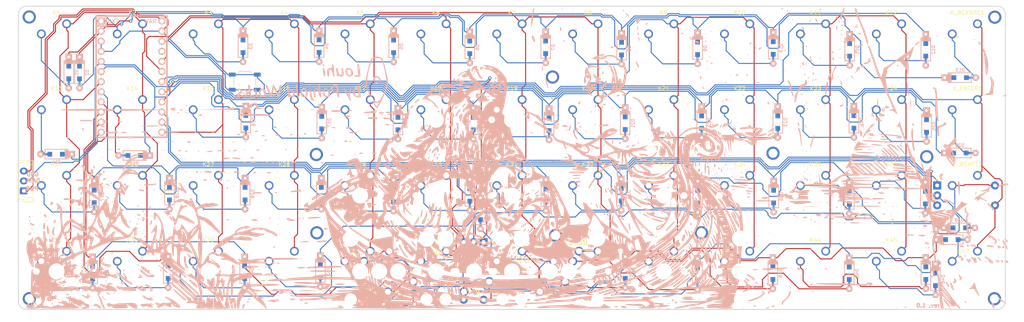
<source format=kicad_pcb>
(kicad_pcb (version 20171130) (host pcbnew "(5.1.5-0-10_14)")
  (layers (0 F.Cu signal) (31 B.Cu signal) (34 B.Paste user) (35 F.Paste user) (36 B.SilkS user) (37 F.SilkS user) (38 B.Mask user) (39 F.Mask user) (44 Edge.Cuts user))
  (net 0 "")
  (net 1 "Net-(D1-Pad2)")
  (net 2 "Net-(D2-Pad2)")
  (net 3 "Net-(D3-Pad2)")
  (net 4 "Net-(D4-Pad2)")
  (net 5 "Net-(D5-Pad2)")
  (net 6 "Net-(D6-Pad2)")
  (net 7 "Net-(D7-Pad2)")
  (net 8 "Net-(D8-Pad2)")
  (net 9 "Net-(D9-Pad2)")
  (net 10 "Net-(D10-Pad2)")
  (net 11 "Net-(D11-Pad2)")
  (net 12 "Net-(D12-Pad2)")
  (net 13 "Net-(D13-Pad2)")
  (net 14 "Net-(D14-Pad2)")
  (net 15 "Net-(D15-Pad2)")
  (net 16 "Net-(D16-Pad2)")
  (net 17 "Net-(D17-Pad2)")
  (net 18 "Net-(D18-Pad2)")
  (net 19 "Net-(D19-Pad2)")
  (net 20 "Net-(D20-Pad2)")
  (net 21 "Net-(D21-Pad2)")
  (net 22 "Net-(D22-Pad2)")
  (net 23 "Net-(D23-Pad2)")
  (net 24 "Net-(D24-Pad2)")
  (net 25 "Net-(D25-Pad2)")
  (net 26 "Net-(D27-Pad2)")
  (net 27 "Net-(D28-Pad2)")
  (net 28 "Net-(D29-Pad2)")
  (net 29 "Net-(D30-Pad2)")
  (net 30 "Net-(D31-Pad2)")
  (net 31 "Net-(D32-Pad2)")
  (net 32 "Net-(D33-Pad2)")
  (net 33 "Net-(D34-Pad2)")
  (net 34 "Net-(D35-Pad2)")
  (net 35 "Net-(D36-Pad2)")
  (net 36 "Net-(D37-Pad2)")
  (net 37 "Net-(D38-Pad2)")
  (net 38 "Net-(D39-Pad2)")
  (net 39 "Net-(D40-Pad2)")
  (net 40 "Net-(D41-Pad2)")
  (net 41 "Net-(D42-Pad2)")
  (net 42 "Net-(D43-Pad2)")
  (net 43 "Net-(D44-Pad2)")
  (net 44 "Net-(D45-Pad2)")
  (net 45 "Net-(D46-Pad2)")
  (net 46 "Net-(D47-Pad2)")
  (net 47 "Net-(D48-Pad2)")
  (net 48 "Net-(D49-Pad2)")
  (net 49 "Net-(D50-Pad2)")
  (net 50 Row0a)
  (net 51 Row0b)
  (net 52 Row1a)
  (net 53 Row1b)
  (net 54 Row2a)
  (net 55 Row2b)
  (net 56 Row3a)
  (net 57 Row3b)
  (net 58 "Net-(D52-Pad2)")
  (net 59 RGB_PWR)
  (net 60 RGB_DATA)
  (net 61 GND)
  (net 62 Col0)
  (net 63 Col1)
  (net 64 Col2)
  (net 65 Col3)
  (net 66 Col4)
  (net 67 Col5)
  (net 68 Col6)
  (net 69 RST)
  (net 70 "Net-(D26-Pad2)")
  (net 71 ENC_B)
  (net 72 ENC_A)
  (net 73 mid_enc2)
  (module Connector_JST:JST_EH_B3B-EH-A_1x03_P2.50mm_Vertical (layer F.Cu) (at 84.49 103.91 90)
    (fp_text reference J1 (at 0 0.5 90) (layer F.SilkS))
    (fp_text value Conn_01x03)
    (pad 3 thru_hole oval (at 5 0 90) (size 1.7 1.95) (drill 0.95) (layers *.Cu *.Mask) (net 61 GND))
    (pad 2 thru_hole oval (at 2.5 0 90) (size 1.7 1.95) (drill 0.95) (layers *.Cu *.Mask) (net 60 RGB_DATA))
    (pad 1 thru_hole roundrect (at 0 0 90) (size 1.7 1.95) (drill 0.95) (layers *.Cu *.Mask) (roundrect_rratio 0.147059) (net 59 RGB_PWR))
  )
  (module MX_Only:MXOnly-7U-ReversedStabilizers-NoLED (layer F.Cu) (at 207.08 124.12)
    (fp_text reference REF**)
    (fp_text value 7U)
    (pad "" np_thru_hole circle (at -57.15 6.985) (size 3.048 3.048) (drill 3.048) (layers *.Cu *.Mask))
    (pad "" np_thru_hole circle (at 57.15 6.985) (size 3.048 3.048) (drill 3.048) (layers *.Cu *.Mask))
    (pad "" np_thru_hole circle (at -57.15 -8.255) (size 3.9878 3.9878) (drill 3.9878) (layers *.Cu *.Mask))
    (pad "" np_thru_hole circle (at 57.15 -8.255) (size 3.9878 3.9878) (drill 3.9878) (layers *.Cu *.Mask))
  )
  (module pohjola:Louhi_Väinämöinen (layer B.Cu) (at 208.44 95.64 180)
    (fp_text reference G*** hide)
    (fp_text value LOGO hide)
  )
  (module keyboard_parts:MountingHole_M2 (layer F.Cu) (at 272.53 94.44)
    (fp_text reference HOLE5 hide)
    (fp_text value MountingHole_4mm)
    (pad 1 thru_hole circle (at 0 0) (size 3.3 3.3) (drill 2.3) (layers *.Cu *.Mask))
  )
  (module keyboard_parts:MountingHole_M2 (layer F.Cu) (at 217.96 115.1)
    (fp_text reference HOLE5 hide)
    (fp_text value MountingHole_4mm)
    (pad 1 thru_hole circle (at 0 0) (size 3.3 3.3) (drill 2.3) (layers *.Cu *.Mask))
  )
  (module keyboard_parts:MountingHole_M2 (layer F.Cu) (at 158.05 114.45)
    (fp_text reference HOLE5 hide)
    (fp_text value MountingHole_4mm)
    (pad 1 thru_hole circle (at 0 0) (size 3.3 3.3) (drill 2.3) (layers *.Cu *.Mask))
  )
  (module keyboard_parts:MountingHole_M2 (layer F.Cu) (at 311.11 95.32)
    (fp_text reference HOLE5 hide)
    (fp_text value MountingHole_4mm)
    (pad 1 thru_hole circle (at 0 0) (size 3.3 3.3) (drill 2.3) (layers *.Cu *.Mask))
  )
  (module keyboard_parts:MountingHole_M2 (layer F.Cu) (at 254.56 114.42)
    (fp_text reference HOLE5 hide)
    (fp_text value MountingHole_4mm)
    (pad 1 thru_hole circle (at 0 0) (size 3.3 3.3) (drill 2.3) (layers *.Cu *.Mask))
  )
  (module keyboard_parts:MountingHole_M2 (layer F.Cu) (at 217.2 75.29)
    (fp_text reference HOLE5 hide)
    (fp_text value MountingHole_4mm)
    (pad 1 thru_hole circle (at 0 0) (size 3.3 3.3) (drill 2.3) (layers *.Cu *.Mask))
  )
  (module keyboard_parts:MountingHole_M2 (layer F.Cu) (at 157.92 94.76)
    (fp_text reference HOLE5 hide)
    (fp_text value MountingHole_4mm)
    (pad 1 thru_hole circle (at 0 0) (size 3.3 3.3) (drill 2.3) (layers *.Cu *.Mask))
  )
  (module keyboard_parts:MountingHole_M2 (layer F.Cu) (at 328.1 131.02)
    (fp_text reference HOLE5 hide)
    (fp_text value MountingHole_4mm)
    (pad 1 thru_hole circle (at 0 0) (size 3.3 3.3) (drill 2.3) (layers *.Cu *.Mask))
  )
  (module keyboard_parts:MountingHole_M2 (layer F.Cu) (at 328.18 60.25)
    (fp_text reference HOLE5 hide)
    (fp_text value MountingHole_4mm)
    (pad 1 thru_hole circle (at 0 0) (size 3.3 3.3) (drill 2.3) (layers *.Cu *.Mask))
  )
  (module keyboard_parts:MountingHole_M2 (layer F.Cu) (at 85.88 131)
    (fp_text reference HOLE5 hide)
    (fp_text value MountingHole_4mm)
    (pad 1 thru_hole circle (at 0 0) (size 3.3 3.3) (drill 2.3) (layers *.Cu *.Mask))
  )
  (module keyboard_parts:MountingHole_M2 (layer F.Cu) (at 85.86 60.2)
    (fp_text reference HOLE5 hide)
    (fp_text value MountingHole_4mm)
    (pad 1 thru_hole circle (at 0 0) (size 3.3 3.3) (drill 2.3) (layers *.Cu *.Mask))
  )
  (module Button_Switch_Keyboard:SW_Cherry_MX_1.00u_PCB (layer F.Cu) (at 133.35 80.9625)
    (fp_text reference K15 (at -2.54 -2.794) (layer F.SilkS))
    (fp_text value KEYSW)
    (pad "" np_thru_hole circle (at 2.54 5.08) (size 1.7 1.7) (drill 1.7) (layers *.Cu *.Mask))
    (pad "" np_thru_hole circle (at -7.62 5.08) (size 1.7 1.7) (drill 1.7) (layers *.Cu *.Mask))
    (pad "" np_thru_hole circle (at -2.54 5.08) (size 4 4) (drill 4) (layers *.Cu *.Mask))
    (pad 2 thru_hole circle (at -6.35 2.54) (size 2.2 2.2) (drill 1.5) (layers *.Cu *.Mask) (net 16 "Net-(D16-Pad2)"))
    (pad 1 thru_hole circle (at 0 0) (size 2.2 2.2) (drill 1.5) (layers *.Cu *.Mask) (net 63 Col1))
  )
  (module Button_Switch_Keyboard:SW_Cherry_MX_1.00u_PCB (layer F.Cu) (at 152.4 80.9625)
    (fp_text reference K16 (at -2.54 -2.794) (layer F.SilkS))
    (fp_text value KEYSW)
    (pad "" np_thru_hole circle (at 2.54 5.08) (size 1.7 1.7) (drill 1.7) (layers *.Cu *.Mask))
    (pad "" np_thru_hole circle (at -7.62 5.08) (size 1.7 1.7) (drill 1.7) (layers *.Cu *.Mask))
    (pad "" np_thru_hole circle (at -2.54 5.08) (size 4 4) (drill 4) (layers *.Cu *.Mask))
    (pad 2 thru_hole circle (at -6.35 2.54) (size 2.2 2.2) (drill 1.5) (layers *.Cu *.Mask) (net 17 "Net-(D17-Pad2)"))
    (pad 1 thru_hole circle (at 0 0) (size 2.2 2.2) (drill 1.5) (layers *.Cu *.Mask) (net 63 Col1))
  )
  (module keyboard_parts:D_SOD123_axial (layer B.Cu) (at 291.66 124.615 270)
    (fp_text reference D46 (at 0 -1.925 90) (layer B.SilkS) (effects (font (size 0.8 0.8)) (justify mirror)))
    (fp_text value D hide)
    (pad 2 smd rect (at 2.7 0 270) (size 2.5 0.5) (layers B.Cu) (net 45 "Net-(D46-Pad2)"))
    (pad 1 smd rect (at -2.7 0 270) (size 2.5 0.5) (layers B.Cu) (net 57 Row3b))
    (pad 2 thru_hole circle (at 3.9 0 270) (size 1.6 1.6) (drill 0.7) (layers *.Cu *.Mask B.SilkS) (net 45 "Net-(D46-Pad2)"))
    (pad 1 thru_hole rect (at -3.9 0 270) (size 1.6 1.6) (drill 0.7) (layers *.Cu *.Mask B.SilkS) (net 57 Row3b))
    (pad 1 smd rect (at -1.575 0 270) (size 1.2 1.2) (layers B.Cu B.Paste B.Mask) (net 57 Row3b))
    (pad 2 smd rect (at 1.575 0 270) (size 1.2 1.2) (layers B.Cu B.Paste B.Mask) (net 45 "Net-(D46-Pad2)"))
  )
  (module Button_Switch_Keyboard:SW_Cherry_MX_1.00u_PCB (layer F.Cu) (at 114.3 61.9125)
    (fp_text reference K2 (at -2.54 -2.794) (layer F.SilkS))
    (fp_text value KEYSW)
    (pad "" np_thru_hole circle (at 2.54 5.08) (size 1.7 1.7) (drill 1.7) (layers *.Cu *.Mask))
    (pad "" np_thru_hole circle (at -7.62 5.08) (size 1.7 1.7) (drill 1.7) (layers *.Cu *.Mask))
    (pad "" np_thru_hole circle (at -2.54 5.08) (size 4 4) (drill 4) (layers *.Cu *.Mask))
    (pad 2 thru_hole circle (at -6.35 2.54) (size 2.2 2.2) (drill 1.5) (layers *.Cu *.Mask) (net 2 "Net-(D2-Pad2)"))
    (pad 1 thru_hole circle (at 0 0) (size 2.2 2.2) (drill 1.5) (layers *.Cu *.Mask) (net 62 Col0))
  )
  (module keyboard_parts:D_SOD123_axial (layer B.Cu) (at 199.11 109.56 270)
    (fp_text reference D51 (at 0 -1.925 90) (layer B.SilkS) (effects (font (size 0.8 0.8)) (justify mirror)))
    (fp_text value D hide)
    (pad 2 smd rect (at 2.7 0 270) (size 2.5 0.5) (layers B.Cu) (net 73 mid_enc2))
    (pad 1 smd rect (at -2.7 0 270) (size 2.5 0.5) (layers B.Cu) (net 57 Row3b))
    (pad 2 thru_hole circle (at 3.9 0 270) (size 1.6 1.6) (drill 0.7) (layers *.Cu *.Mask B.SilkS) (net 73 mid_enc2))
    (pad 1 thru_hole rect (at -3.9 0 270) (size 1.6 1.6) (drill 0.7) (layers *.Cu *.Mask B.SilkS) (net 57 Row3b))
    (pad 1 smd rect (at -1.575 0 270) (size 1.2 1.2) (layers B.Cu B.Paste B.Mask) (net 57 Row3b))
    (pad 2 smd rect (at 1.575 0 270) (size 1.2 1.2) (layers B.Cu B.Paste B.Mask) (net 73 mid_enc2))
  )
  (module keyboard_parts:D_SOD123_axial (layer B.Cu) (at 95.78 74.15 270)
    (fp_text reference D1 (at 0 -1.925 90) (layer B.SilkS) (effects (font (size 0.8 0.8)) (justify mirror)))
    (fp_text value D hide)
    (pad 2 smd rect (at 2.7 0 270) (size 2.5 0.5) (layers B.Cu) (net 1 "Net-(D1-Pad2)"))
    (pad 1 smd rect (at -2.7 0 270) (size 2.5 0.5) (layers B.Cu) (net 50 Row0a))
    (pad 2 thru_hole circle (at 3.9 0 270) (size 1.6 1.6) (drill 0.7) (layers *.Cu *.Mask B.SilkS) (net 1 "Net-(D1-Pad2)"))
    (pad 1 thru_hole rect (at -3.9 0 270) (size 1.6 1.6) (drill 0.7) (layers *.Cu *.Mask B.SilkS) (net 50 Row0a))
    (pad 1 smd rect (at -1.575 0 270) (size 1.2 1.2) (layers B.Cu B.Paste B.Mask) (net 50 Row0a))
    (pad 2 smd rect (at 1.575 0 270) (size 1.2 1.2) (layers B.Cu B.Paste B.Mask) (net 1 "Net-(D1-Pad2)"))
  )
  (module keyboard_parts:D_SOD123_axial (layer B.Cu) (at 98.47 74.15 270)
    (fp_text reference D2 (at 0 -1.925 90) (layer B.SilkS) (effects (font (size 0.8 0.8)) (justify mirror)))
    (fp_text value D hide)
    (pad 2 smd rect (at 2.7 0 270) (size 2.5 0.5) (layers B.Cu) (net 2 "Net-(D2-Pad2)"))
    (pad 1 smd rect (at -2.7 0 270) (size 2.5 0.5) (layers B.Cu) (net 51 Row0b))
    (pad 2 thru_hole circle (at 3.9 0 270) (size 1.6 1.6) (drill 0.7) (layers *.Cu *.Mask B.SilkS) (net 2 "Net-(D2-Pad2)"))
    (pad 1 thru_hole rect (at -3.9 0 270) (size 1.6 1.6) (drill 0.7) (layers *.Cu *.Mask B.SilkS) (net 51 Row0b))
    (pad 1 smd rect (at -1.575 0 270) (size 1.2 1.2) (layers B.Cu B.Paste B.Mask) (net 51 Row0b))
    (pad 2 smd rect (at 1.575 0 270) (size 1.2 1.2) (layers B.Cu B.Paste B.Mask) (net 2 "Net-(D2-Pad2)"))
  )
  (module keyboard_parts:D_SOD123_axial (layer B.Cu) (at 139.51 67.56 270)
    (fp_text reference D3 (at 0 -1.925 90) (layer B.SilkS) (effects (font (size 0.8 0.8)) (justify mirror)))
    (fp_text value D hide)
    (pad 2 smd rect (at 2.7 0 270) (size 2.5 0.5) (layers B.Cu) (net 3 "Net-(D3-Pad2)"))
    (pad 1 smd rect (at -2.7 0 270) (size 2.5 0.5) (layers B.Cu) (net 50 Row0a))
    (pad 2 thru_hole circle (at 3.9 0 270) (size 1.6 1.6) (drill 0.7) (layers *.Cu *.Mask B.SilkS) (net 3 "Net-(D3-Pad2)"))
    (pad 1 thru_hole rect (at -3.9 0 270) (size 1.6 1.6) (drill 0.7) (layers *.Cu *.Mask B.SilkS) (net 50 Row0a))
    (pad 1 smd rect (at -1.575 0 270) (size 1.2 1.2) (layers B.Cu B.Paste B.Mask) (net 50 Row0a))
    (pad 2 smd rect (at 1.575 0 270) (size 1.2 1.2) (layers B.Cu B.Paste B.Mask) (net 3 "Net-(D3-Pad2)"))
  )
  (module keyboard_parts:D_SOD123_axial (layer B.Cu) (at 158.61 67.525 270)
    (fp_text reference D4 (at 0 -1.925 90) (layer B.SilkS) (effects (font (size 0.8 0.8)) (justify mirror)))
    (fp_text value D hide)
    (pad 2 smd rect (at 2.7 0 270) (size 2.5 0.5) (layers B.Cu) (net 4 "Net-(D4-Pad2)"))
    (pad 1 smd rect (at -2.7 0 270) (size 2.5 0.5) (layers B.Cu) (net 51 Row0b))
    (pad 2 thru_hole circle (at 3.9 0 270) (size 1.6 1.6) (drill 0.7) (layers *.Cu *.Mask B.SilkS) (net 4 "Net-(D4-Pad2)"))
    (pad 1 thru_hole rect (at -3.9 0 270) (size 1.6 1.6) (drill 0.7) (layers *.Cu *.Mask B.SilkS) (net 51 Row0b))
    (pad 1 smd rect (at -1.575 0 270) (size 1.2 1.2) (layers B.Cu B.Paste B.Mask) (net 51 Row0b))
    (pad 2 smd rect (at 1.575 0 270) (size 1.2 1.2) (layers B.Cu B.Paste B.Mask) (net 4 "Net-(D4-Pad2)"))
  )
  (module keyboard_parts:D_SOD123_axial (layer B.Cu) (at 177.31 67.58 270)
    (fp_text reference D5 (at 0 -1.925 90) (layer B.SilkS) (effects (font (size 0.8 0.8)) (justify mirror)))
    (fp_text value D hide)
    (pad 2 smd rect (at 2.7 0 270) (size 2.5 0.5) (layers B.Cu) (net 5 "Net-(D5-Pad2)"))
    (pad 1 smd rect (at -2.7 0 270) (size 2.5 0.5) (layers B.Cu) (net 50 Row0a))
    (pad 2 thru_hole circle (at 3.9 0 270) (size 1.6 1.6) (drill 0.7) (layers *.Cu *.Mask B.SilkS) (net 5 "Net-(D5-Pad2)"))
    (pad 1 thru_hole rect (at -3.9 0 270) (size 1.6 1.6) (drill 0.7) (layers *.Cu *.Mask B.SilkS) (net 50 Row0a))
    (pad 1 smd rect (at -1.575 0 270) (size 1.2 1.2) (layers B.Cu B.Paste B.Mask) (net 50 Row0a))
    (pad 2 smd rect (at 1.575 0 270) (size 1.2 1.2) (layers B.Cu B.Paste B.Mask) (net 5 "Net-(D5-Pad2)"))
  )
  (module keyboard_parts:D_SOD123_axial (layer B.Cu) (at 196.42 67.825 270)
    (fp_text reference D6 (at 0 -1.925 90) (layer B.SilkS) (effects (font (size 0.8 0.8)) (justify mirror)))
    (fp_text value D hide)
    (pad 2 smd rect (at 2.7 0 270) (size 2.5 0.5) (layers B.Cu) (net 6 "Net-(D6-Pad2)"))
    (pad 1 smd rect (at -2.7 0 270) (size 2.5 0.5) (layers B.Cu) (net 51 Row0b))
    (pad 2 thru_hole circle (at 3.9 0 270) (size 1.6 1.6) (drill 0.7) (layers *.Cu *.Mask B.SilkS) (net 6 "Net-(D6-Pad2)"))
    (pad 1 thru_hole rect (at -3.9 0 270) (size 1.6 1.6) (drill 0.7) (layers *.Cu *.Mask B.SilkS) (net 51 Row0b))
    (pad 1 smd rect (at -1.575 0 270) (size 1.2 1.2) (layers B.Cu B.Paste B.Mask) (net 51 Row0b))
    (pad 2 smd rect (at 1.575 0 270) (size 1.2 1.2) (layers B.Cu B.Paste B.Mask) (net 6 "Net-(D6-Pad2)"))
  )
  (module keyboard_parts:D_SOD123_axial (layer B.Cu) (at 215.46 67.81 270)
    (fp_text reference D7 (at 0 -1.925 90) (layer B.SilkS) (effects (font (size 0.8 0.8)) (justify mirror)))
    (fp_text value D hide)
    (pad 2 smd rect (at 2.7 0 270) (size 2.5 0.5) (layers B.Cu) (net 7 "Net-(D7-Pad2)"))
    (pad 1 smd rect (at -2.7 0 270) (size 2.5 0.5) (layers B.Cu) (net 50 Row0a))
    (pad 2 thru_hole circle (at 3.9 0 270) (size 1.6 1.6) (drill 0.7) (layers *.Cu *.Mask B.SilkS) (net 7 "Net-(D7-Pad2)"))
    (pad 1 thru_hole rect (at -3.9 0 270) (size 1.6 1.6) (drill 0.7) (layers *.Cu *.Mask B.SilkS) (net 50 Row0a))
    (pad 1 smd rect (at -1.575 0 270) (size 1.2 1.2) (layers B.Cu B.Paste B.Mask) (net 50 Row0a))
    (pad 2 smd rect (at 1.575 0 270) (size 1.2 1.2) (layers B.Cu B.Paste B.Mask) (net 7 "Net-(D7-Pad2)"))
  )
  (module keyboard_parts:D_SOD123_axial (layer B.Cu) (at 234.51 68.15 270)
    (fp_text reference D8 (at 0 -1.925 90) (layer B.SilkS) (effects (font (size 0.8 0.8)) (justify mirror)))
    (fp_text value D hide)
    (pad 2 smd rect (at 2.7 0 270) (size 2.5 0.5) (layers B.Cu) (net 8 "Net-(D8-Pad2)"))
    (pad 1 smd rect (at -2.7 0 270) (size 2.5 0.5) (layers B.Cu) (net 51 Row0b))
    (pad 2 thru_hole circle (at 3.9 0 270) (size 1.6 1.6) (drill 0.7) (layers *.Cu *.Mask B.SilkS) (net 8 "Net-(D8-Pad2)"))
    (pad 1 thru_hole rect (at -3.9 0 270) (size 1.6 1.6) (drill 0.7) (layers *.Cu *.Mask B.SilkS) (net 51 Row0b))
    (pad 1 smd rect (at -1.575 0 270) (size 1.2 1.2) (layers B.Cu B.Paste B.Mask) (net 51 Row0b))
    (pad 2 smd rect (at 1.575 0 270) (size 1.2 1.2) (layers B.Cu B.Paste B.Mask) (net 8 "Net-(D8-Pad2)"))
  )
  (module keyboard_parts:D_SOD123_axial (layer B.Cu) (at 253.6 68.07 270)
    (fp_text reference D9 (at 0 -1.925 90) (layer B.SilkS) (effects (font (size 0.8 0.8)) (justify mirror)))
    (fp_text value D hide)
    (pad 2 smd rect (at 2.7 0 270) (size 2.5 0.5) (layers B.Cu) (net 9 "Net-(D9-Pad2)"))
    (pad 1 smd rect (at -2.7 0 270) (size 2.5 0.5) (layers B.Cu) (net 50 Row0a))
    (pad 2 thru_hole circle (at 3.9 0 270) (size 1.6 1.6) (drill 0.7) (layers *.Cu *.Mask B.SilkS) (net 9 "Net-(D9-Pad2)"))
    (pad 1 thru_hole rect (at -3.9 0 270) (size 1.6 1.6) (drill 0.7) (layers *.Cu *.Mask B.SilkS) (net 50 Row0a))
    (pad 1 smd rect (at -1.575 0 270) (size 1.2 1.2) (layers B.Cu B.Paste B.Mask) (net 50 Row0a))
    (pad 2 smd rect (at 1.575 0 270) (size 1.2 1.2) (layers B.Cu B.Paste B.Mask) (net 9 "Net-(D9-Pad2)"))
  )
  (module keyboard_parts:D_SOD123_axial (layer B.Cu) (at 272.58 67.98 270)
    (fp_text reference D10 (at 0 -1.925 90) (layer B.SilkS) (effects (font (size 0.8 0.8)) (justify mirror)))
    (fp_text value D hide)
    (pad 2 smd rect (at 2.7 0 270) (size 2.5 0.5) (layers B.Cu) (net 10 "Net-(D10-Pad2)"))
    (pad 1 smd rect (at -2.7 0 270) (size 2.5 0.5) (layers B.Cu) (net 51 Row0b))
    (pad 2 thru_hole circle (at 3.9 0 270) (size 1.6 1.6) (drill 0.7) (layers *.Cu *.Mask B.SilkS) (net 10 "Net-(D10-Pad2)"))
    (pad 1 thru_hole rect (at -3.9 0 270) (size 1.6 1.6) (drill 0.7) (layers *.Cu *.Mask B.SilkS) (net 51 Row0b))
    (pad 1 smd rect (at -1.575 0 270) (size 1.2 1.2) (layers B.Cu B.Paste B.Mask) (net 51 Row0b))
    (pad 2 smd rect (at 1.575 0 270) (size 1.2 1.2) (layers B.Cu B.Paste B.Mask) (net 10 "Net-(D10-Pad2)"))
  )
  (module keyboard_parts:D_SOD123_axial (layer B.Cu) (at 291.76 68.45 270)
    (fp_text reference D11 (at 0 -1.925 90) (layer B.SilkS) (effects (font (size 0.8 0.8)) (justify mirror)))
    (fp_text value D hide)
    (pad 2 smd rect (at 2.7 0 270) (size 2.5 0.5) (layers B.Cu) (net 11 "Net-(D11-Pad2)"))
    (pad 1 smd rect (at -2.7 0 270) (size 2.5 0.5) (layers B.Cu) (net 50 Row0a))
    (pad 2 thru_hole circle (at 3.9 0 270) (size 1.6 1.6) (drill 0.7) (layers *.Cu *.Mask B.SilkS) (net 11 "Net-(D11-Pad2)"))
    (pad 1 thru_hole rect (at -3.9 0 270) (size 1.6 1.6) (drill 0.7) (layers *.Cu *.Mask B.SilkS) (net 50 Row0a))
    (pad 1 smd rect (at -1.575 0 270) (size 1.2 1.2) (layers B.Cu B.Paste B.Mask) (net 50 Row0a))
    (pad 2 smd rect (at 1.575 0 270) (size 1.2 1.2) (layers B.Cu B.Paste B.Mask) (net 11 "Net-(D11-Pad2)"))
  )
  (module keyboard_parts:D_SOD123_axial (layer B.Cu) (at 310.86 68.46 270)
    (fp_text reference D12 (at 0 -1.925 90) (layer B.SilkS) (effects (font (size 0.8 0.8)) (justify mirror)))
    (fp_text value D hide)
    (pad 2 smd rect (at 2.7 0 270) (size 2.5 0.5) (layers B.Cu) (net 12 "Net-(D12-Pad2)"))
    (pad 1 smd rect (at -2.7 0 270) (size 2.5 0.5) (layers B.Cu) (net 51 Row0b))
    (pad 2 thru_hole circle (at 3.9 0 270) (size 1.6 1.6) (drill 0.7) (layers *.Cu *.Mask B.SilkS) (net 12 "Net-(D12-Pad2)"))
    (pad 1 thru_hole rect (at -3.9 0 270) (size 1.6 1.6) (drill 0.7) (layers *.Cu *.Mask B.SilkS) (net 51 Row0b))
    (pad 1 smd rect (at -1.575 0 270) (size 1.2 1.2) (layers B.Cu B.Paste B.Mask) (net 51 Row0b))
    (pad 2 smd rect (at 1.575 0 270) (size 1.2 1.2) (layers B.Cu B.Paste B.Mask) (net 12 "Net-(D12-Pad2)"))
  )
  (module keyboard_parts:D_SOD123_axial (layer B.Cu) (at 319.5 75.44)
    (fp_text reference D13 (at 0 -1.925) (layer B.SilkS) (effects (font (size 0.8 0.8)) (justify mirror)))
    (fp_text value D hide)
    (pad 2 smd rect (at 2.7 0) (size 2.5 0.5) (layers B.Cu) (net 13 "Net-(D13-Pad2)"))
    (pad 1 smd rect (at -2.7 0) (size 2.5 0.5) (layers B.Cu) (net 50 Row0a))
    (pad 2 thru_hole circle (at 3.9 0) (size 1.6 1.6) (drill 0.7) (layers *.Cu *.Mask B.SilkS) (net 13 "Net-(D13-Pad2)"))
    (pad 1 thru_hole rect (at -3.9 0) (size 1.6 1.6) (drill 0.7) (layers *.Cu *.Mask B.SilkS) (net 50 Row0a))
    (pad 1 smd rect (at -1.575 0) (size 1.2 1.2) (layers B.Cu B.Paste B.Mask) (net 50 Row0a))
    (pad 2 smd rect (at 1.575 0) (size 1.2 1.2) (layers B.Cu B.Paste B.Mask) (net 13 "Net-(D13-Pad2)"))
  )
  (module keyboard_parts:D_SOD123_axial (layer B.Cu) (at 92.6 94.69 180)
    (fp_text reference D14 (at 0 -1.925) (layer B.SilkS) (effects (font (size 0.8 0.8)) (justify mirror)))
    (fp_text value D hide)
    (pad 2 smd rect (at 2.7 0 180) (size 2.5 0.5) (layers B.Cu) (net 14 "Net-(D14-Pad2)"))
    (pad 1 smd rect (at -2.7 0 180) (size 2.5 0.5) (layers B.Cu) (net 52 Row1a))
    (pad 2 thru_hole circle (at 3.9 0 180) (size 1.6 1.6) (drill 0.7) (layers *.Cu *.Mask B.SilkS) (net 14 "Net-(D14-Pad2)"))
    (pad 1 thru_hole rect (at -3.9 0 180) (size 1.6 1.6) (drill 0.7) (layers *.Cu *.Mask B.SilkS) (net 52 Row1a))
    (pad 1 smd rect (at -1.575 0 180) (size 1.2 1.2) (layers B.Cu B.Paste B.Mask) (net 52 Row1a))
    (pad 2 smd rect (at 1.575 0 180) (size 1.2 1.2) (layers B.Cu B.Paste B.Mask) (net 14 "Net-(D14-Pad2)"))
  )
  (module keyboard_parts:D_SOD123_axial (layer B.Cu) (at 112.21 95 180)
    (fp_text reference D15 (at 0 -1.925 180) (layer B.SilkS) (effects (font (size 0.8 0.8)) (justify mirror)))
    (fp_text value D hide)
    (pad 2 smd rect (at 2.7 0 180) (size 2.5 0.5) (layers B.Cu) (net 15 "Net-(D15-Pad2)"))
    (pad 1 smd rect (at -2.7 0 180) (size 2.5 0.5) (layers B.Cu) (net 53 Row1b))
    (pad 2 thru_hole circle (at 3.9 0 180) (size 1.6 1.6) (drill 0.7) (layers *.Cu *.Mask B.SilkS) (net 15 "Net-(D15-Pad2)"))
    (pad 1 thru_hole rect (at -3.9 0 180) (size 1.6 1.6) (drill 0.7) (layers *.Cu *.Mask B.SilkS) (net 53 Row1b))
    (pad 1 smd rect (at -1.575 0 180) (size 1.2 1.2) (layers B.Cu B.Paste B.Mask) (net 53 Row1b))
    (pad 2 smd rect (at 1.575 0 180) (size 1.2 1.2) (layers B.Cu B.Paste B.Mask) (net 15 "Net-(D15-Pad2)"))
  )
  (module keyboard_parts:D_SOD123_axial (layer B.Cu) (at 140.22 86.51 270)
    (fp_text reference D16 (at 0 -1.925 90) (layer B.SilkS) (effects (font (size 0.8 0.8)) (justify mirror)))
    (fp_text value D hide)
    (pad 2 smd rect (at 2.7 0 270) (size 2.5 0.5) (layers B.Cu) (net 16 "Net-(D16-Pad2)"))
    (pad 1 smd rect (at -2.7 0 270) (size 2.5 0.5) (layers B.Cu) (net 52 Row1a))
    (pad 2 thru_hole circle (at 3.9 0 270) (size 1.6 1.6) (drill 0.7) (layers *.Cu *.Mask B.SilkS) (net 16 "Net-(D16-Pad2)"))
    (pad 1 thru_hole rect (at -3.9 0 270) (size 1.6 1.6) (drill 0.7) (layers *.Cu *.Mask B.SilkS) (net 52 Row1a))
    (pad 1 smd rect (at -1.575 0 270) (size 1.2 1.2) (layers B.Cu B.Paste B.Mask) (net 52 Row1a))
    (pad 2 smd rect (at 1.575 0 270) (size 1.2 1.2) (layers B.Cu B.Paste B.Mask) (net 16 "Net-(D16-Pad2)"))
  )
  (module keyboard_parts:D_SOD123_axial (layer B.Cu) (at 159.27 86.75 270)
    (fp_text reference D17 (at 0 -1.925 90) (layer B.SilkS) (effects (font (size 0.8 0.8)) (justify mirror)))
    (fp_text value D hide)
    (pad 2 smd rect (at 2.7 0 270) (size 2.5 0.5) (layers B.Cu) (net 17 "Net-(D17-Pad2)"))
    (pad 1 smd rect (at -2.7 0 270) (size 2.5 0.5) (layers B.Cu) (net 53 Row1b))
    (pad 2 thru_hole circle (at 3.9 0 270) (size 1.6 1.6) (drill 0.7) (layers *.Cu *.Mask B.SilkS) (net 17 "Net-(D17-Pad2)"))
    (pad 1 thru_hole rect (at -3.9 0 270) (size 1.6 1.6) (drill 0.7) (layers *.Cu *.Mask B.SilkS) (net 53 Row1b))
    (pad 1 smd rect (at -1.575 0 270) (size 1.2 1.2) (layers B.Cu B.Paste B.Mask) (net 53 Row1b))
    (pad 2 smd rect (at 1.575 0 270) (size 1.2 1.2) (layers B.Cu B.Paste B.Mask) (net 17 "Net-(D17-Pad2)"))
  )
  (module keyboard_parts:D_SOD123_axial (layer B.Cu) (at 178.4 86.99 270)
    (fp_text reference D18 (at 0 -1.925 90) (layer B.SilkS) (effects (font (size 0.8 0.8)) (justify mirror)))
    (fp_text value D hide)
    (pad 2 smd rect (at 2.7 0 270) (size 2.5 0.5) (layers B.Cu) (net 18 "Net-(D18-Pad2)"))
    (pad 1 smd rect (at -2.7 0 270) (size 2.5 0.5) (layers B.Cu) (net 52 Row1a))
    (pad 2 thru_hole circle (at 3.9 0 270) (size 1.6 1.6) (drill 0.7) (layers *.Cu *.Mask B.SilkS) (net 18 "Net-(D18-Pad2)"))
    (pad 1 thru_hole rect (at -3.9 0 270) (size 1.6 1.6) (drill 0.7) (layers *.Cu *.Mask B.SilkS) (net 52 Row1a))
    (pad 1 smd rect (at -1.575 0 270) (size 1.2 1.2) (layers B.Cu B.Paste B.Mask) (net 52 Row1a))
    (pad 2 smd rect (at 1.575 0 270) (size 1.2 1.2) (layers B.Cu B.Paste B.Mask) (net 18 "Net-(D18-Pad2)"))
  )
  (module keyboard_parts:D_SOD123_axial (layer B.Cu) (at 197.29 86.99 270)
    (fp_text reference D19 (at 0 -1.925 90) (layer B.SilkS) (effects (font (size 0.8 0.8)) (justify mirror)))
    (fp_text value D hide)
    (pad 2 smd rect (at 2.7 0 270) (size 2.5 0.5) (layers B.Cu) (net 19 "Net-(D19-Pad2)"))
    (pad 1 smd rect (at -2.7 0 270) (size 2.5 0.5) (layers B.Cu) (net 53 Row1b))
    (pad 2 thru_hole circle (at 3.9 0 270) (size 1.6 1.6) (drill 0.7) (layers *.Cu *.Mask B.SilkS) (net 19 "Net-(D19-Pad2)"))
    (pad 1 thru_hole rect (at -3.9 0 270) (size 1.6 1.6) (drill 0.7) (layers *.Cu *.Mask B.SilkS) (net 53 Row1b))
    (pad 1 smd rect (at -1.575 0 270) (size 1.2 1.2) (layers B.Cu B.Paste B.Mask) (net 53 Row1b))
    (pad 2 smd rect (at 1.575 0 270) (size 1.2 1.2) (layers B.Cu B.Paste B.Mask) (net 19 "Net-(D19-Pad2)"))
  )
  (module keyboard_parts:D_SOD123_axial (layer B.Cu) (at 216.32 87.18 270)
    (fp_text reference D20 (at 0 -1.925 90) (layer B.SilkS) (effects (font (size 0.8 0.8)) (justify mirror)))
    (fp_text value D hide)
    (pad 2 smd rect (at 2.7 0 270) (size 2.5 0.5) (layers B.Cu) (net 20 "Net-(D20-Pad2)"))
    (pad 1 smd rect (at -2.7 0 270) (size 2.5 0.5) (layers B.Cu) (net 52 Row1a))
    (pad 2 thru_hole circle (at 3.9 0 270) (size 1.6 1.6) (drill 0.7) (layers *.Cu *.Mask B.SilkS) (net 20 "Net-(D20-Pad2)"))
    (pad 1 thru_hole rect (at -3.9 0 270) (size 1.6 1.6) (drill 0.7) (layers *.Cu *.Mask B.SilkS) (net 52 Row1a))
    (pad 1 smd rect (at -1.575 0 270) (size 1.2 1.2) (layers B.Cu B.Paste B.Mask) (net 52 Row1a))
    (pad 2 smd rect (at 1.575 0 270) (size 1.2 1.2) (layers B.Cu B.Paste B.Mask) (net 20 "Net-(D20-Pad2)"))
  )
  (module keyboard_parts:D_SOD123_axial (layer B.Cu) (at 235.43 86.9 270)
    (fp_text reference D21 (at 0 -1.925 90) (layer B.SilkS) (effects (font (size 0.8 0.8)) (justify mirror)))
    (fp_text value D hide)
    (pad 2 smd rect (at 2.7 0 270) (size 2.5 0.5) (layers B.Cu) (net 21 "Net-(D21-Pad2)"))
    (pad 1 smd rect (at -2.7 0 270) (size 2.5 0.5) (layers B.Cu) (net 53 Row1b))
    (pad 2 thru_hole circle (at 3.9 0 270) (size 1.6 1.6) (drill 0.7) (layers *.Cu *.Mask B.SilkS) (net 21 "Net-(D21-Pad2)"))
    (pad 1 thru_hole rect (at -3.9 0 270) (size 1.6 1.6) (drill 0.7) (layers *.Cu *.Mask B.SilkS) (net 53 Row1b))
    (pad 1 smd rect (at -1.575 0 270) (size 1.2 1.2) (layers B.Cu B.Paste B.Mask) (net 53 Row1b))
    (pad 2 smd rect (at 1.575 0 270) (size 1.2 1.2) (layers B.Cu B.Paste B.Mask) (net 21 "Net-(D21-Pad2)"))
  )
  (module keyboard_parts:D_SOD123_axial (layer B.Cu) (at 254.61 86.625 270)
    (fp_text reference D22 (at 0 -1.925 90) (layer B.SilkS) (effects (font (size 0.8 0.8)) (justify mirror)))
    (fp_text value D hide)
    (pad 2 smd rect (at 2.7 0 270) (size 2.5 0.5) (layers B.Cu) (net 22 "Net-(D22-Pad2)"))
    (pad 1 smd rect (at -2.7 0 270) (size 2.5 0.5) (layers B.Cu) (net 52 Row1a))
    (pad 2 thru_hole circle (at 3.9 0 270) (size 1.6 1.6) (drill 0.7) (layers *.Cu *.Mask B.SilkS) (net 22 "Net-(D22-Pad2)"))
    (pad 1 thru_hole rect (at -3.9 0 270) (size 1.6 1.6) (drill 0.7) (layers *.Cu *.Mask B.SilkS) (net 52 Row1a))
    (pad 1 smd rect (at -1.575 0 270) (size 1.2 1.2) (layers B.Cu B.Paste B.Mask) (net 52 Row1a))
    (pad 2 smd rect (at 1.575 0 270) (size 1.2 1.2) (layers B.Cu B.Paste B.Mask) (net 22 "Net-(D22-Pad2)"))
  )
  (module keyboard_parts:D_SOD123_axial (layer B.Cu) (at 273.72 86.62 270)
    (fp_text reference D23 (at 0 -1.925 90) (layer B.SilkS) (effects (font (size 0.8 0.8)) (justify mirror)))
    (fp_text value D hide)
    (pad 2 smd rect (at 2.7 0 270) (size 2.5 0.5) (layers B.Cu) (net 23 "Net-(D23-Pad2)"))
    (pad 1 smd rect (at -2.7 0 270) (size 2.5 0.5) (layers B.Cu) (net 53 Row1b))
    (pad 2 thru_hole circle (at 3.9 0 270) (size 1.6 1.6) (drill 0.7) (layers *.Cu *.Mask B.SilkS) (net 23 "Net-(D23-Pad2)"))
    (pad 1 thru_hole rect (at -3.9 0 270) (size 1.6 1.6) (drill 0.7) (layers *.Cu *.Mask B.SilkS) (net 53 Row1b))
    (pad 1 smd rect (at -1.575 0 270) (size 1.2 1.2) (layers B.Cu B.Paste B.Mask) (net 53 Row1b))
    (pad 2 smd rect (at 1.575 0 270) (size 1.2 1.2) (layers B.Cu B.Paste B.Mask) (net 23 "Net-(D23-Pad2)"))
  )
  (module keyboard_parts:D_SOD123_axial (layer B.Cu) (at 292.83 86.56 270)
    (fp_text reference D24 (at 0 -1.925 90) (layer B.SilkS) (effects (font (size 0.8 0.8)) (justify mirror)))
    (fp_text value D hide)
    (pad 2 smd rect (at 2.7 0 270) (size 2.5 0.5) (layers B.Cu) (net 24 "Net-(D24-Pad2)"))
    (pad 1 smd rect (at -2.7 0 270) (size 2.5 0.5) (layers B.Cu) (net 52 Row1a))
    (pad 2 thru_hole circle (at 3.9 0 270) (size 1.6 1.6) (drill 0.7) (layers *.Cu *.Mask B.SilkS) (net 24 "Net-(D24-Pad2)"))
    (pad 1 thru_hole rect (at -3.9 0 270) (size 1.6 1.6) (drill 0.7) (layers *.Cu *.Mask B.SilkS) (net 52 Row1a))
    (pad 1 smd rect (at -1.575 0 270) (size 1.2 1.2) (layers B.Cu B.Paste B.Mask) (net 52 Row1a))
    (pad 2 smd rect (at 1.575 0 270) (size 1.2 1.2) (layers B.Cu B.Paste B.Mask) (net 24 "Net-(D24-Pad2)"))
  )
  (module keyboard_parts:D_SOD123_axial (layer B.Cu) (at 311.06 87.59 270)
    (fp_text reference D25 (at 0 -1.925 90) (layer B.SilkS) (effects (font (size 0.8 0.8)) (justify mirror)))
    (fp_text value D hide)
    (pad 2 smd rect (at 2.7 0 270) (size 2.5 0.5) (layers B.Cu) (net 25 "Net-(D25-Pad2)"))
    (pad 1 smd rect (at -2.7 0 270) (size 2.5 0.5) (layers B.Cu) (net 53 Row1b))
    (pad 2 thru_hole circle (at 3.9 0 270) (size 1.6 1.6) (drill 0.7) (layers *.Cu *.Mask B.SilkS) (net 25 "Net-(D25-Pad2)"))
    (pad 1 thru_hole rect (at -3.9 0 270) (size 1.6 1.6) (drill 0.7) (layers *.Cu *.Mask B.SilkS) (net 53 Row1b))
    (pad 1 smd rect (at -1.575 0 270) (size 1.2 1.2) (layers B.Cu B.Paste B.Mask) (net 53 Row1b))
    (pad 2 smd rect (at 1.575 0 270) (size 1.2 1.2) (layers B.Cu B.Paste B.Mask) (net 25 "Net-(D25-Pad2)"))
  )
  (module keyboard_parts:D_SOD123_axial (layer B.Cu) (at 319.43 94.38)
    (fp_text reference D26 (at 0 -1.925) (layer B.SilkS) (effects (font (size 0.8 0.8)) (justify mirror)))
    (fp_text value D hide)
    (pad 2 smd rect (at 2.7 0) (size 2.5 0.5) (layers B.Cu) (net 70 "Net-(D26-Pad2)"))
    (pad 1 smd rect (at -2.7 0) (size 2.5 0.5) (layers B.Cu) (net 52 Row1a))
    (pad 2 thru_hole circle (at 3.9 0) (size 1.6 1.6) (drill 0.7) (layers *.Cu *.Mask B.SilkS) (net 70 "Net-(D26-Pad2)"))
    (pad 1 thru_hole rect (at -3.9 0) (size 1.6 1.6) (drill 0.7) (layers *.Cu *.Mask B.SilkS) (net 52 Row1a))
    (pad 1 smd rect (at -1.575 0) (size 1.2 1.2) (layers B.Cu B.Paste B.Mask) (net 52 Row1a))
    (pad 2 smd rect (at 1.575 0) (size 1.2 1.2) (layers B.Cu B.Paste B.Mask) (net 70 "Net-(D26-Pad2)"))
  )
  (module keyboard_parts:D_SOD123_axial (layer B.Cu) (at 102.16 105.3 270)
    (fp_text reference D27 (at 0 -1.925 90) (layer B.SilkS) (effects (font (size 0.8 0.8)) (justify mirror)))
    (fp_text value D hide)
    (pad 2 smd rect (at 2.7 0 270) (size 2.5 0.5) (layers B.Cu) (net 26 "Net-(D27-Pad2)"))
    (pad 1 smd rect (at -2.7 0 270) (size 2.5 0.5) (layers B.Cu) (net 54 Row2a))
    (pad 2 thru_hole circle (at 3.9 0 270) (size 1.6 1.6) (drill 0.7) (layers *.Cu *.Mask B.SilkS) (net 26 "Net-(D27-Pad2)"))
    (pad 1 thru_hole rect (at -3.9 0 270) (size 1.6 1.6) (drill 0.7) (layers *.Cu *.Mask B.SilkS) (net 54 Row2a))
    (pad 1 smd rect (at -1.575 0 270) (size 1.2 1.2) (layers B.Cu B.Paste B.Mask) (net 54 Row2a))
    (pad 2 smd rect (at 1.575 0 270) (size 1.2 1.2) (layers B.Cu B.Paste B.Mask) (net 26 "Net-(D27-Pad2)"))
  )
  (module keyboard_parts:D_SOD123_axial (layer B.Cu) (at 121.05 104.61 270)
    (fp_text reference D28 (at 0 -1.925 90) (layer B.SilkS) (effects (font (size 0.8 0.8)) (justify mirror)))
    (fp_text value D hide)
    (pad 2 smd rect (at 2.7 0 270) (size 2.5 0.5) (layers B.Cu) (net 27 "Net-(D28-Pad2)"))
    (pad 1 smd rect (at -2.7 0 270) (size 2.5 0.5) (layers B.Cu) (net 55 Row2b))
    (pad 2 thru_hole circle (at 3.9 0 270) (size 1.6 1.6) (drill 0.7) (layers *.Cu *.Mask B.SilkS) (net 27 "Net-(D28-Pad2)"))
    (pad 1 thru_hole rect (at -3.9 0 270) (size 1.6 1.6) (drill 0.7) (layers *.Cu *.Mask B.SilkS) (net 55 Row2b))
    (pad 1 smd rect (at -1.575 0 270) (size 1.2 1.2) (layers B.Cu B.Paste B.Mask) (net 55 Row2b))
    (pad 2 smd rect (at 1.575 0 270) (size 1.2 1.2) (layers B.Cu B.Paste B.Mask) (net 27 "Net-(D28-Pad2)"))
  )
  (module keyboard_parts:D_SOD123_axial (layer B.Cu) (at 140.03 104.61 270)
    (fp_text reference D29 (at 0 -1.925 90) (layer B.SilkS) (effects (font (size 0.8 0.8)) (justify mirror)))
    (fp_text value D hide)
    (pad 2 smd rect (at 2.7 0 270) (size 2.5 0.5) (layers B.Cu) (net 28 "Net-(D29-Pad2)"))
    (pad 1 smd rect (at -2.7 0 270) (size 2.5 0.5) (layers B.Cu) (net 54 Row2a))
    (pad 2 thru_hole circle (at 3.9 0 270) (size 1.6 1.6) (drill 0.7) (layers *.Cu *.Mask B.SilkS) (net 28 "Net-(D29-Pad2)"))
    (pad 1 thru_hole rect (at -3.9 0 270) (size 1.6 1.6) (drill 0.7) (layers *.Cu *.Mask B.SilkS) (net 54 Row2a))
    (pad 1 smd rect (at -1.575 0 270) (size 1.2 1.2) (layers B.Cu B.Paste B.Mask) (net 54 Row2a))
    (pad 2 smd rect (at 1.575 0 270) (size 1.2 1.2) (layers B.Cu B.Paste B.Mask) (net 28 "Net-(D29-Pad2)"))
  )
  (module keyboard_parts:D_SOD123_axial (layer B.Cu) (at 159.18 104.61 270)
    (fp_text reference D30 (at 0 -1.925 90) (layer B.SilkS) (effects (font (size 0.8 0.8)) (justify mirror)))
    (fp_text value D hide)
    (pad 2 smd rect (at 2.7 0 270) (size 2.5 0.5) (layers B.Cu) (net 29 "Net-(D30-Pad2)"))
    (pad 1 smd rect (at -2.7 0 270) (size 2.5 0.5) (layers B.Cu) (net 55 Row2b))
    (pad 2 thru_hole circle (at 3.9 0 270) (size 1.6 1.6) (drill 0.7) (layers *.Cu *.Mask B.SilkS) (net 29 "Net-(D30-Pad2)"))
    (pad 1 thru_hole rect (at -3.9 0 270) (size 1.6 1.6) (drill 0.7) (layers *.Cu *.Mask B.SilkS) (net 55 Row2b))
    (pad 1 smd rect (at -1.575 0 270) (size 1.2 1.2) (layers B.Cu B.Paste B.Mask) (net 55 Row2b))
    (pad 2 smd rect (at 1.575 0 270) (size 1.2 1.2) (layers B.Cu B.Paste B.Mask) (net 29 "Net-(D30-Pad2)"))
  )
  (module keyboard_parts:D_SOD123_axial (layer B.Cu) (at 177.28 105.09 270)
    (fp_text reference D31 (at 0 -1.925 90) (layer B.SilkS) (effects (font (size 0.8 0.8)) (justify mirror)))
    (fp_text value D hide)
    (pad 2 smd rect (at 2.7 0 270) (size 2.5 0.5) (layers B.Cu) (net 30 "Net-(D31-Pad2)"))
    (pad 1 smd rect (at -2.7 0 270) (size 2.5 0.5) (layers B.Cu) (net 54 Row2a))
    (pad 2 thru_hole circle (at 3.9 0 270) (size 1.6 1.6) (drill 0.7) (layers *.Cu *.Mask B.SilkS) (net 30 "Net-(D31-Pad2)"))
    (pad 1 thru_hole rect (at -3.9 0 270) (size 1.6 1.6) (drill 0.7) (layers *.Cu *.Mask B.SilkS) (net 54 Row2a))
    (pad 1 smd rect (at -1.575 0 270) (size 1.2 1.2) (layers B.Cu B.Paste B.Mask) (net 54 Row2a))
    (pad 2 smd rect (at 1.575 0 270) (size 1.2 1.2) (layers B.Cu B.Paste B.Mask) (net 30 "Net-(D31-Pad2)"))
  )
  (module keyboard_parts:D_SOD123_axial (layer B.Cu) (at 196.43 104.93 270)
    (fp_text reference D32 (at 0 -1.925 90) (layer B.SilkS) (effects (font (size 0.8 0.8)) (justify mirror)))
    (fp_text value D hide)
    (pad 2 smd rect (at 2.7 0 270) (size 2.5 0.5) (layers B.Cu) (net 31 "Net-(D32-Pad2)"))
    (pad 1 smd rect (at -2.7 0 270) (size 2.5 0.5) (layers B.Cu) (net 55 Row2b))
    (pad 2 thru_hole circle (at 3.9 0 270) (size 1.6 1.6) (drill 0.7) (layers *.Cu *.Mask B.SilkS) (net 31 "Net-(D32-Pad2)"))
    (pad 1 thru_hole rect (at -3.9 0 270) (size 1.6 1.6) (drill 0.7) (layers *.Cu *.Mask B.SilkS) (net 55 Row2b))
    (pad 1 smd rect (at -1.575 0 270) (size 1.2 1.2) (layers B.Cu B.Paste B.Mask) (net 55 Row2b))
    (pad 2 smd rect (at 1.575 0 270) (size 1.2 1.2) (layers B.Cu B.Paste B.Mask) (net 31 "Net-(D32-Pad2)"))
  )
  (module keyboard_parts:D_SOD123_axial (layer B.Cu) (at 215.53 105.01 270)
    (fp_text reference D33 (at 0 -1.925 90) (layer B.SilkS) (effects (font (size 0.8 0.8)) (justify mirror)))
    (fp_text value D hide)
    (pad 2 smd rect (at 2.7 0 270) (size 2.5 0.5) (layers B.Cu) (net 32 "Net-(D33-Pad2)"))
    (pad 1 smd rect (at -2.7 0 270) (size 2.5 0.5) (layers B.Cu) (net 54 Row2a))
    (pad 2 thru_hole circle (at 3.9 0 270) (size 1.6 1.6) (drill 0.7) (layers *.Cu *.Mask B.SilkS) (net 32 "Net-(D33-Pad2)"))
    (pad 1 thru_hole rect (at -3.9 0 270) (size 1.6 1.6) (drill 0.7) (layers *.Cu *.Mask B.SilkS) (net 54 Row2a))
    (pad 1 smd rect (at -1.575 0 270) (size 1.2 1.2) (layers B.Cu B.Paste B.Mask) (net 54 Row2a))
    (pad 2 smd rect (at 1.575 0 270) (size 1.2 1.2) (layers B.Cu B.Paste B.Mask) (net 32 "Net-(D33-Pad2)"))
  )
  (module keyboard_parts:D_SOD123_axial (layer B.Cu) (at 234.44 104.86 270)
    (fp_text reference D34 (at 0 -1.925 90) (layer B.SilkS) (effects (font (size 0.8 0.8)) (justify mirror)))
    (fp_text value D hide)
    (pad 2 smd rect (at 2.7 0 270) (size 2.5 0.5) (layers B.Cu) (net 33 "Net-(D34-Pad2)"))
    (pad 1 smd rect (at -2.7 0 270) (size 2.5 0.5) (layers B.Cu) (net 55 Row2b))
    (pad 2 thru_hole circle (at 3.9 0 270) (size 1.6 1.6) (drill 0.7) (layers *.Cu *.Mask B.SilkS) (net 33 "Net-(D34-Pad2)"))
    (pad 1 thru_hole rect (at -3.9 0 270) (size 1.6 1.6) (drill 0.7) (layers *.Cu *.Mask B.SilkS) (net 55 Row2b))
    (pad 1 smd rect (at -1.575 0 270) (size 1.2 1.2) (layers B.Cu B.Paste B.Mask) (net 55 Row2b))
    (pad 2 smd rect (at 1.575 0 270) (size 1.2 1.2) (layers B.Cu B.Paste B.Mask) (net 33 "Net-(D34-Pad2)"))
  )
  (module keyboard_parts:D_SOD123_axial (layer B.Cu) (at 253.64 105.39 270)
    (fp_text reference D35 (at 0 -1.925 90) (layer B.SilkS) (effects (font (size 0.8 0.8)) (justify mirror)))
    (fp_text value D hide)
    (pad 2 smd rect (at 2.7 0 270) (size 2.5 0.5) (layers B.Cu) (net 34 "Net-(D35-Pad2)"))
    (pad 1 smd rect (at -2.7 0 270) (size 2.5 0.5) (layers B.Cu) (net 54 Row2a))
    (pad 2 thru_hole circle (at 3.9 0 270) (size 1.6 1.6) (drill 0.7) (layers *.Cu *.Mask B.SilkS) (net 34 "Net-(D35-Pad2)"))
    (pad 1 thru_hole rect (at -3.9 0 270) (size 1.6 1.6) (drill 0.7) (layers *.Cu *.Mask B.SilkS) (net 54 Row2a))
    (pad 1 smd rect (at -1.575 0 270) (size 1.2 1.2) (layers B.Cu B.Paste B.Mask) (net 54 Row2a))
    (pad 2 smd rect (at 1.575 0 270) (size 1.2 1.2) (layers B.Cu B.Paste B.Mask) (net 34 "Net-(D35-Pad2)"))
  )
  (module keyboard_parts:D_SOD123_axial (layer B.Cu) (at 272.68 105.34 270)
    (fp_text reference D36 (at 0 -1.925 90) (layer B.SilkS) (effects (font (size 0.8 0.8)) (justify mirror)))
    (fp_text value D hide)
    (pad 2 smd rect (at 2.7 0 270) (size 2.5 0.5) (layers B.Cu) (net 35 "Net-(D36-Pad2)"))
    (pad 1 smd rect (at -2.7 0 270) (size 2.5 0.5) (layers B.Cu) (net 55 Row2b))
    (pad 2 thru_hole circle (at 3.9 0 270) (size 1.6 1.6) (drill 0.7) (layers *.Cu *.Mask B.SilkS) (net 35 "Net-(D36-Pad2)"))
    (pad 1 thru_hole rect (at -3.9 0 270) (size 1.6 1.6) (drill 0.7) (layers *.Cu *.Mask B.SilkS) (net 55 Row2b))
    (pad 1 smd rect (at -1.575 0 270) (size 1.2 1.2) (layers B.Cu B.Paste B.Mask) (net 55 Row2b))
    (pad 2 smd rect (at 1.575 0 270) (size 1.2 1.2) (layers B.Cu B.Paste B.Mask) (net 35 "Net-(D36-Pad2)"))
  )
  (module keyboard_parts:D_SOD123_axial (layer B.Cu) (at 291.69 105.72 270)
    (fp_text reference D37 (at 0 -1.925 90) (layer B.SilkS) (effects (font (size 0.8 0.8)) (justify mirror)))
    (fp_text value D hide)
    (pad 2 smd rect (at 2.7 0 270) (size 2.5 0.5) (layers B.Cu) (net 36 "Net-(D37-Pad2)"))
    (pad 1 smd rect (at -2.7 0 270) (size 2.5 0.5) (layers B.Cu) (net 54 Row2a))
    (pad 2 thru_hole circle (at 3.9 0 270) (size 1.6 1.6) (drill 0.7) (layers *.Cu *.Mask B.SilkS) (net 36 "Net-(D37-Pad2)"))
    (pad 1 thru_hole rect (at -3.9 0 270) (size 1.6 1.6) (drill 0.7) (layers *.Cu *.Mask B.SilkS) (net 54 Row2a))
    (pad 1 smd rect (at -1.575 0 270) (size 1.2 1.2) (layers B.Cu B.Paste B.Mask) (net 54 Row2a))
    (pad 2 smd rect (at 1.575 0 270) (size 1.2 1.2) (layers B.Cu B.Paste B.Mask) (net 36 "Net-(D37-Pad2)"))
  )
  (module keyboard_parts:D_SOD123_axial (layer B.Cu) (at 310.77 105.6 270)
    (fp_text reference D38 (at 0 -1.925 90) (layer B.SilkS) (effects (font (size 0.8 0.8)) (justify mirror)))
    (fp_text value D hide)
    (pad 2 smd rect (at 2.7 0 270) (size 2.5 0.5) (layers B.Cu) (net 37 "Net-(D38-Pad2)"))
    (pad 1 smd rect (at -2.7 0 270) (size 2.5 0.5) (layers B.Cu) (net 55 Row2b))
    (pad 2 thru_hole circle (at 3.9 0 270) (size 1.6 1.6) (drill 0.7) (layers *.Cu *.Mask B.SilkS) (net 37 "Net-(D38-Pad2)"))
    (pad 1 thru_hole rect (at -3.9 0 270) (size 1.6 1.6) (drill 0.7) (layers *.Cu *.Mask B.SilkS) (net 55 Row2b))
    (pad 1 smd rect (at -1.575 0 270) (size 1.2 1.2) (layers B.Cu B.Paste B.Mask) (net 55 Row2b))
    (pad 2 smd rect (at 1.575 0 270) (size 1.2 1.2) (layers B.Cu B.Paste B.Mask) (net 37 "Net-(D38-Pad2)"))
  )
  (module keyboard_parts:D_SOD123_axial (layer B.Cu) (at 319.28 113.19)
    (fp_text reference D39 (at 0 -1.925 180) (layer B.SilkS) (effects (font (size 0.8 0.8)) (justify mirror)))
    (fp_text value D hide)
    (pad 2 smd rect (at 2.7 0) (size 2.5 0.5) (layers B.Cu) (net 38 "Net-(D39-Pad2)"))
    (pad 1 smd rect (at -2.7 0) (size 2.5 0.5) (layers B.Cu) (net 54 Row2a))
    (pad 2 thru_hole circle (at 3.9 0) (size 1.6 1.6) (drill 0.7) (layers *.Cu *.Mask B.SilkS) (net 38 "Net-(D39-Pad2)"))
    (pad 1 thru_hole rect (at -3.9 0) (size 1.6 1.6) (drill 0.7) (layers *.Cu *.Mask B.SilkS) (net 54 Row2a))
    (pad 1 smd rect (at -1.575 0) (size 1.2 1.2) (layers B.Cu B.Paste B.Mask) (net 54 Row2a))
    (pad 2 smd rect (at 1.575 0) (size 1.2 1.2) (layers B.Cu B.Paste B.Mask) (net 38 "Net-(D39-Pad2)"))
  )
  (module keyboard_parts:D_SOD123_axial (layer B.Cu) (at 101.77 124.43 270)
    (fp_text reference D40 (at 0 -1.925 90) (layer B.SilkS) (effects (font (size 0.8 0.8)) (justify mirror)))
    (fp_text value D hide)
    (pad 2 smd rect (at 2.7 0 270) (size 2.5 0.5) (layers B.Cu) (net 39 "Net-(D40-Pad2)"))
    (pad 1 smd rect (at -2.7 0 270) (size 2.5 0.5) (layers B.Cu) (net 56 Row3a))
    (pad 2 thru_hole circle (at 3.9 0 270) (size 1.6 1.6) (drill 0.7) (layers *.Cu *.Mask B.SilkS) (net 39 "Net-(D40-Pad2)"))
    (pad 1 thru_hole rect (at -3.9 0 270) (size 1.6 1.6) (drill 0.7) (layers *.Cu *.Mask B.SilkS) (net 56 Row3a))
    (pad 1 smd rect (at -1.575 0 270) (size 1.2 1.2) (layers B.Cu B.Paste B.Mask) (net 56 Row3a))
    (pad 2 smd rect (at 1.575 0 270) (size 1.2 1.2) (layers B.Cu B.Paste B.Mask) (net 39 "Net-(D40-Pad2)"))
  )
  (module keyboard_parts:D_SOD123_axial (layer B.Cu) (at 120.73 124.33 270)
    (fp_text reference D41 (at 0 -1.925 90) (layer B.SilkS) (effects (font (size 0.8 0.8)) (justify mirror)))
    (fp_text value D hide)
    (pad 2 smd rect (at 2.7 0 270) (size 2.5 0.5) (layers B.Cu) (net 40 "Net-(D41-Pad2)"))
    (pad 1 smd rect (at -2.7 0 270) (size 2.5 0.5) (layers B.Cu) (net 57 Row3b))
    (pad 2 thru_hole circle (at 3.9 0 270) (size 1.6 1.6) (drill 0.7) (layers *.Cu *.Mask B.SilkS) (net 40 "Net-(D41-Pad2)"))
    (pad 1 thru_hole rect (at -3.9 0 270) (size 1.6 1.6) (drill 0.7) (layers *.Cu *.Mask B.SilkS) (net 57 Row3b))
    (pad 1 smd rect (at -1.575 0 270) (size 1.2 1.2) (layers B.Cu B.Paste B.Mask) (net 57 Row3b))
    (pad 2 smd rect (at 1.575 0 270) (size 1.2 1.2) (layers B.Cu B.Paste B.Mask) (net 40 "Net-(D41-Pad2)"))
  )
  (module keyboard_parts:D_SOD123_axial (layer B.Cu) (at 139.92 124.355 270)
    (fp_text reference D42 (at 0 -1.925 90) (layer B.SilkS) (effects (font (size 0.8 0.8)) (justify mirror)))
    (fp_text value D hide)
    (pad 2 smd rect (at 2.7 0 270) (size 2.5 0.5) (layers B.Cu) (net 41 "Net-(D42-Pad2)"))
    (pad 1 smd rect (at -2.7 0 270) (size 2.5 0.5) (layers B.Cu) (net 56 Row3a))
    (pad 2 thru_hole circle (at 3.9 0 270) (size 1.6 1.6) (drill 0.7) (layers *.Cu *.Mask B.SilkS) (net 41 "Net-(D42-Pad2)"))
    (pad 1 thru_hole rect (at -3.9 0 270) (size 1.6 1.6) (drill 0.7) (layers *.Cu *.Mask B.SilkS) (net 56 Row3a))
    (pad 1 smd rect (at -1.575 0 270) (size 1.2 1.2) (layers B.Cu B.Paste B.Mask) (net 56 Row3a))
    (pad 2 smd rect (at 1.575 0 270) (size 1.2 1.2) (layers B.Cu B.Paste B.Mask) (net 41 "Net-(D42-Pad2)"))
  )
  (module keyboard_parts:D_SOD123_axial (layer B.Cu) (at 158.92 124.1 270)
    (fp_text reference D43 (at 0 -1.925 90) (layer B.SilkS) (effects (font (size 0.8 0.8)) (justify mirror)))
    (fp_text value D hide)
    (pad 2 smd rect (at 2.7 0 270) (size 2.5 0.5) (layers B.Cu) (net 42 "Net-(D43-Pad2)"))
    (pad 1 smd rect (at -2.7 0 270) (size 2.5 0.5) (layers B.Cu) (net 57 Row3b))
    (pad 2 thru_hole circle (at 3.9 0 270) (size 1.6 1.6) (drill 0.7) (layers *.Cu *.Mask B.SilkS) (net 42 "Net-(D43-Pad2)"))
    (pad 1 thru_hole rect (at -3.9 0 270) (size 1.6 1.6) (drill 0.7) (layers *.Cu *.Mask B.SilkS) (net 57 Row3b))
    (pad 1 smd rect (at -1.575 0 270) (size 1.2 1.2) (layers B.Cu B.Paste B.Mask) (net 57 Row3b))
    (pad 2 smd rect (at 1.575 0 270) (size 1.2 1.2) (layers B.Cu B.Paste B.Mask) (net 42 "Net-(D43-Pad2)"))
  )
  (module keyboard_parts:D_SOD123_axial (layer B.Cu) (at 178.66 132.4)
    (fp_text reference D50 (at 0 -1.925) (layer B.SilkS) (effects (font (size 0.8 0.8)) (justify mirror)))
    (fp_text value D hide)
    (pad 2 smd rect (at 2.7 0) (size 2.5 0.5) (layers B.Cu) (net 49 "Net-(D50-Pad2)"))
    (pad 1 smd rect (at -2.7 0) (size 2.5 0.5) (layers B.Cu) (net 56 Row3a))
    (pad 2 thru_hole circle (at 3.9 0) (size 1.6 1.6) (drill 0.7) (layers *.Cu *.Mask B.SilkS) (net 49 "Net-(D50-Pad2)"))
    (pad 1 thru_hole rect (at -3.9 0) (size 1.6 1.6) (drill 0.7) (layers *.Cu *.Mask B.SilkS) (net 56 Row3a))
    (pad 1 smd rect (at -1.575 0) (size 1.2 1.2) (layers B.Cu B.Paste B.Mask) (net 56 Row3a))
    (pad 2 smd rect (at 1.575 0) (size 1.2 1.2) (layers B.Cu B.Paste B.Mask) (net 49 "Net-(D50-Pad2)"))
  )
  (module keyboard_parts:D_SOD123_axial (layer B.Cu) (at 235.45 124.325 270)
    (fp_text reference D52 (at 0 -1.925 90) (layer B.SilkS) (effects (font (size 0.8 0.8)) (justify mirror)))
    (fp_text value D hide)
    (pad 2 smd rect (at 2.7 0 270) (size 2.5 0.5) (layers B.Cu) (net 58 "Net-(D52-Pad2)"))
    (pad 1 smd rect (at -2.7 0 270) (size 2.5 0.5) (layers B.Cu) (net 56 Row3a))
    (pad 2 thru_hole circle (at 3.9 0 270) (size 1.6 1.6) (drill 0.7) (layers *.Cu *.Mask B.SilkS) (net 58 "Net-(D52-Pad2)"))
    (pad 1 thru_hole rect (at -3.9 0 270) (size 1.6 1.6) (drill 0.7) (layers *.Cu *.Mask B.SilkS) (net 56 Row3a))
    (pad 1 smd rect (at -1.575 0 270) (size 1.2 1.2) (layers B.Cu B.Paste B.Mask) (net 56 Row3a))
    (pad 2 smd rect (at 1.575 0 270) (size 1.2 1.2) (layers B.Cu B.Paste B.Mask) (net 58 "Net-(D52-Pad2)"))
  )
  (module keyboard_parts:D_SOD123_axial (layer B.Cu) (at 253.56 124.83 270)
    (fp_text reference D44 (at 0 -1.925 90) (layer B.SilkS) (effects (font (size 0.8 0.8)) (justify mirror)))
    (fp_text value D hide)
    (pad 2 smd rect (at 2.7 0 270) (size 2.5 0.5) (layers B.Cu) (net 43 "Net-(D44-Pad2)"))
    (pad 1 smd rect (at -2.7 0 270) (size 2.5 0.5) (layers B.Cu) (net 57 Row3b))
    (pad 2 thru_hole circle (at 3.9 0 270) (size 1.6 1.6) (drill 0.7) (layers *.Cu *.Mask B.SilkS) (net 43 "Net-(D44-Pad2)"))
    (pad 1 thru_hole rect (at -3.9 0 270) (size 1.6 1.6) (drill 0.7) (layers *.Cu *.Mask B.SilkS) (net 57 Row3b))
    (pad 1 smd rect (at -1.575 0 270) (size 1.2 1.2) (layers B.Cu B.Paste B.Mask) (net 57 Row3b))
    (pad 2 smd rect (at 1.575 0 270) (size 1.2 1.2) (layers B.Cu B.Paste B.Mask) (net 43 "Net-(D44-Pad2)"))
  )
  (module keyboard_parts:D_SOD123_axial (layer B.Cu) (at 272.49 124.6 270)
    (fp_text reference D45 (at 0 -1.925 90) (layer B.SilkS) (effects (font (size 0.8 0.8)) (justify mirror)))
    (fp_text value D hide)
    (pad 2 smd rect (at 2.7 0 270) (size 2.5 0.5) (layers B.Cu) (net 44 "Net-(D45-Pad2)"))
    (pad 1 smd rect (at -2.7 0 270) (size 2.5 0.5) (layers B.Cu) (net 56 Row3a))
    (pad 2 thru_hole circle (at 3.9 0 270) (size 1.6 1.6) (drill 0.7) (layers *.Cu *.Mask B.SilkS) (net 44 "Net-(D45-Pad2)"))
    (pad 1 thru_hole rect (at -3.9 0 270) (size 1.6 1.6) (drill 0.7) (layers *.Cu *.Mask B.SilkS) (net 56 Row3a))
    (pad 1 smd rect (at -1.575 0 270) (size 1.2 1.2) (layers B.Cu B.Paste B.Mask) (net 56 Row3a))
    (pad 2 smd rect (at 1.575 0 270) (size 1.2 1.2) (layers B.Cu B.Paste B.Mask) (net 44 "Net-(D45-Pad2)"))
  )
  (module keyboard_parts:D_SOD123_axial (layer B.Cu) (at 310.88 124.59 270)
    (fp_text reference D47 (at 0 -1.925 90) (layer B.SilkS) (effects (font (size 0.8 0.8)) (justify mirror)))
    (fp_text value D hide)
    (pad 2 smd rect (at 2.7 0 270) (size 2.5 0.5) (layers B.Cu) (net 46 "Net-(D47-Pad2)"))
    (pad 1 smd rect (at -2.7 0 270) (size 2.5 0.5) (layers B.Cu) (net 56 Row3a))
    (pad 2 thru_hole circle (at 3.9 0 270) (size 1.6 1.6) (drill 0.7) (layers *.Cu *.Mask B.SilkS) (net 46 "Net-(D47-Pad2)"))
    (pad 1 thru_hole rect (at -3.9 0 270) (size 1.6 1.6) (drill 0.7) (layers *.Cu *.Mask B.SilkS) (net 56 Row3a))
    (pad 1 smd rect (at -1.575 0 270) (size 1.2 1.2) (layers B.Cu B.Paste B.Mask) (net 56 Row3a))
    (pad 2 smd rect (at 1.575 0 270) (size 1.2 1.2) (layers B.Cu B.Paste B.Mask) (net 46 "Net-(D47-Pad2)"))
  )
  (module keyboard_parts:D_SOD123_axial (layer B.Cu) (at 313.3 126.14 270)
    (fp_text reference D48 (at 0 -1.925 90) (layer B.SilkS) (effects (font (size 0.8 0.8)) (justify mirror)))
    (fp_text value D hide)
    (pad 2 smd rect (at 2.7 0 270) (size 2.5 0.5) (layers B.Cu) (net 47 "Net-(D48-Pad2)"))
    (pad 1 smd rect (at -2.7 0 270) (size 2.5 0.5) (layers B.Cu) (net 57 Row3b))
    (pad 2 thru_hole circle (at 3.9 0 270) (size 1.6 1.6) (drill 0.7) (layers *.Cu *.Mask B.SilkS) (net 47 "Net-(D48-Pad2)"))
    (pad 1 thru_hole rect (at -3.9 0 270) (size 1.6 1.6) (drill 0.7) (layers *.Cu *.Mask B.SilkS) (net 57 Row3b))
    (pad 1 smd rect (at -1.575 0 270) (size 1.2 1.2) (layers B.Cu B.Paste B.Mask) (net 57 Row3b))
    (pad 2 smd rect (at 1.575 0 270) (size 1.2 1.2) (layers B.Cu B.Paste B.Mask) (net 47 "Net-(D48-Pad2)"))
  )
  (module Button_Switch_SMD:SW_SPST_TL3342 (layer B.Cu) (at 139.954 76.581)
    (fp_text reference SW_RST1 (at 0 3.75) (layer B.SilkS) (effects (justify mirror)))
    (fp_text value SW_PUSH)
    (pad 2 smd rect (at 3.15 -1.9) (size 1.7 1) (layers B.Cu B.Paste B.Mask) (net 61 GND))
    (pad 2 smd rect (at -3.15 -1.9) (size 1.7 1) (layers B.Cu B.Paste B.Mask) (net 61 GND))
    (pad 1 smd rect (at 3.15 1.9) (size 1.7 1) (layers B.Cu B.Paste B.Mask) (net 69 RST))
    (pad 1 smd rect (at -3.15 1.9) (size 1.7 1) (layers B.Cu B.Paste B.Mask) (net 69 RST))
  )
  (module Keebio-Parts:ArduinoProMicro-BackSide (layer F.Cu) (at 111.531 75.184 270)
    (fp_text reference MCU_Pro_Micr1 hide)
    (fp_text value ProMicro hide)
    (fp_text user RAW (at -13.9 -4.7) (layer B.SilkS) (effects (justify mirror)))
    (fp_text user TX0 (at -13.9 4.6) (layer B.SilkS) (effects (justify mirror)))
    (pad 24 thru_hole circle (at -13.97 -7.62 270) (size 1.7526 1.7526) (drill 1.0922) (layers *.Cu *.SilkS *.Mask) (net 59 RGB_PWR))
    (pad 12 thru_hole circle (at 13.97 7.62 270) (size 1.7526 1.7526) (drill 1.0922) (layers *.Cu *.SilkS *.Mask) (net 60 RGB_DATA))
    (pad 23 thru_hole circle (at -11.43 -7.62 270) (size 1.7526 1.7526) (drill 1.0922) (layers *.Cu *.SilkS *.Mask) (net 61 GND))
    (pad 22 thru_hole circle (at -8.89 -7.62 270) (size 1.7526 1.7526) (drill 1.0922) (layers *.Cu *.SilkS *.Mask) (net 69 RST))
    (pad 21 thru_hole circle (at -6.35 -7.62 270) (size 1.7526 1.7526) (drill 1.0922) (layers *.Cu *.SilkS *.Mask))
    (pad 20 thru_hole circle (at -3.81 -7.62 270) (size 1.7526 1.7526) (drill 1.0922) (layers *.Cu *.SilkS *.Mask) (net 64 Col2))
    (pad 19 thru_hole circle (at -1.27 -7.62 270) (size 1.7526 1.7526) (drill 1.0922) (layers *.Cu *.SilkS *.Mask) (net 65 Col3))
    (pad 18 thru_hole circle (at 1.27 -7.62 270) (size 1.7526 1.7526) (drill 1.0922) (layers *.Cu *.SilkS *.Mask) (net 66 Col4))
    (pad 17 thru_hole circle (at 3.81 -7.62 270) (size 1.7526 1.7526) (drill 1.0922) (layers *.Cu *.SilkS *.Mask) (net 67 Col5))
    (pad 16 thru_hole circle (at 6.35 -7.62 270) (size 1.7526 1.7526) (drill 1.0922) (layers *.Cu *.SilkS *.Mask) (net 68 Col6))
    (pad 15 thru_hole circle (at 8.89 -7.62 270) (size 1.7526 1.7526) (drill 1.0922) (layers *.Cu *.SilkS *.Mask) (net 71 ENC_B))
    (pad 14 thru_hole circle (at 11.43 -7.62 270) (size 1.7526 1.7526) (drill 1.0922) (layers *.Cu *.SilkS *.Mask) (net 72 ENC_A))
    (pad 13 thru_hole circle (at 13.97 -7.62 270) (size 1.7526 1.7526) (drill 1.0922) (layers *.Cu *.SilkS *.Mask) (net 63 Col1))
    (pad 11 thru_hole circle (at 11.43 7.62 270) (size 1.7526 1.7526) (drill 1.0922) (layers *.Cu *.SilkS *.Mask) (net 56 Row3a))
    (pad 10 thru_hole circle (at 8.89 7.62 270) (size 1.7526 1.7526) (drill 1.0922) (layers *.Cu *.SilkS *.Mask) (net 57 Row3b))
    (pad 9 thru_hole circle (at 6.35 7.62 270) (size 1.7526 1.7526) (drill 1.0922) (layers *.Cu *.SilkS *.Mask) (net 54 Row2a))
    (pad 8 thru_hole circle (at 3.81 7.62 270) (size 1.7526 1.7526) (drill 1.0922) (layers *.Cu *.SilkS *.Mask) (net 55 Row2b))
    (pad 7 thru_hole circle (at 1.27 7.62 270) (size 1.7526 1.7526) (drill 1.0922) (layers *.Cu *.SilkS *.Mask) (net 62 Col0))
    (pad 6 thru_hole circle (at -1.27 7.62 270) (size 1.7526 1.7526) (drill 1.0922) (layers *.Cu *.SilkS *.Mask) (net 53 Row1b))
    (pad 5 thru_hole circle (at -3.81 7.62 270) (size 1.7526 1.7526) (drill 1.0922) (layers *.Cu *.SilkS *.Mask) (net 52 Row1a))
    (pad 4 thru_hole circle (at -6.35 7.62 270) (size 1.7526 1.7526) (drill 1.0922) (layers *.Cu *.SilkS *.Mask) (net 61 GND))
    (pad 3 thru_hole circle (at -8.89 7.62 270) (size 1.7526 1.7526) (drill 1.0922) (layers *.Cu *.SilkS *.Mask) (net 61 GND))
    (pad 2 thru_hole circle (at -11.43 7.62 270) (size 1.7526 1.7526) (drill 1.0922) (layers *.Cu *.SilkS *.Mask) (net 51 Row0b))
    (pad 1 thru_hole rect (at -13.97 7.62 270) (size 1.7526 1.7526) (drill 1.0922) (layers *.Cu *.SilkS *.Mask) (net 50 Row0a))
  )
  (module keyboard_parts:D_SOD123_axial (layer B.Cu) (at 317.4 116.16)
    (fp_text reference D49 (at 0 -1.925) (layer B.SilkS) (effects (font (size 0.8 0.8)) (justify mirror)))
    (fp_text value D hide)
    (pad 2 smd rect (at 2.7 0) (size 2.5 0.5) (layers B.Cu) (net 48 "Net-(D49-Pad2)"))
    (pad 1 smd rect (at -2.7 0) (size 2.5 0.5) (layers B.Cu) (net 56 Row3a))
    (pad 2 thru_hole circle (at 3.9 0) (size 1.6 1.6) (drill 0.7) (layers *.Cu *.Mask B.SilkS) (net 48 "Net-(D49-Pad2)"))
    (pad 1 thru_hole rect (at -3.9 0) (size 1.6 1.6) (drill 0.7) (layers *.Cu *.Mask B.SilkS) (net 56 Row3a))
    (pad 1 smd rect (at -1.575 0) (size 1.2 1.2) (layers B.Cu B.Paste B.Mask) (net 56 Row3a))
    (pad 2 smd rect (at 1.575 0) (size 1.2 1.2) (layers B.Cu B.Paste B.Mask) (net 48 "Net-(D49-Pad2)"))
  )
  (module Button_Switch_Keyboard:SW_Cherry_MX_1.00u_PCB (layer F.Cu) (at 95.25 61.9125)
    (fp_text reference K1 (at -2.54 -2.794) (layer F.SilkS))
    (fp_text value KEYSW)
    (pad "" np_thru_hole circle (at 2.54 5.08) (size 1.7 1.7) (drill 1.7) (layers *.Cu *.Mask))
    (pad "" np_thru_hole circle (at -7.62 5.08) (size 1.7 1.7) (drill 1.7) (layers *.Cu *.Mask))
    (pad "" np_thru_hole circle (at -2.54 5.08) (size 4 4) (drill 4) (layers *.Cu *.Mask))
    (pad 2 thru_hole circle (at -6.35 2.54) (size 2.2 2.2) (drill 1.5) (layers *.Cu *.Mask) (net 1 "Net-(D1-Pad2)"))
    (pad 1 thru_hole circle (at 0 0) (size 2.2 2.2) (drill 1.5) (layers *.Cu *.Mask) (net 62 Col0))
  )
  (module Button_Switch_Keyboard:SW_Cherry_MX_1.00u_PCB (layer F.Cu) (at 133.35 61.9125)
    (fp_text reference K3 (at -2.54 -2.794) (layer F.SilkS))
    (fp_text value KEYSW)
    (pad "" np_thru_hole circle (at 2.54 5.08) (size 1.7 1.7) (drill 1.7) (layers *.Cu *.Mask))
    (pad "" np_thru_hole circle (at -7.62 5.08) (size 1.7 1.7) (drill 1.7) (layers *.Cu *.Mask))
    (pad "" np_thru_hole circle (at -2.54 5.08) (size 4 4) (drill 4) (layers *.Cu *.Mask))
    (pad 2 thru_hole circle (at -6.35 2.54) (size 2.2 2.2) (drill 1.5) (layers *.Cu *.Mask) (net 3 "Net-(D3-Pad2)"))
    (pad 1 thru_hole circle (at 0 0) (size 2.2 2.2) (drill 1.5) (layers *.Cu *.Mask) (net 63 Col1))
  )
  (module Button_Switch_Keyboard:SW_Cherry_MX_1.00u_PCB (layer F.Cu) (at 152.4 61.9125)
    (fp_text reference K4 (at -2.54 -2.794) (layer F.SilkS))
    (fp_text value KEYSW)
    (pad "" np_thru_hole circle (at 2.54 5.08) (size 1.7 1.7) (drill 1.7) (layers *.Cu *.Mask))
    (pad "" np_thru_hole circle (at -7.62 5.08) (size 1.7 1.7) (drill 1.7) (layers *.Cu *.Mask))
    (pad "" np_thru_hole circle (at -2.54 5.08) (size 4 4) (drill 4) (layers *.Cu *.Mask))
    (pad 2 thru_hole circle (at -6.35 2.54) (size 2.2 2.2) (drill 1.5) (layers *.Cu *.Mask) (net 4 "Net-(D4-Pad2)"))
    (pad 1 thru_hole circle (at 0 0) (size 2.2 2.2) (drill 1.5) (layers *.Cu *.Mask) (net 63 Col1))
  )
  (module Button_Switch_Keyboard:SW_Cherry_MX_1.00u_PCB (layer F.Cu) (at 171.45 61.9125)
    (fp_text reference K5 (at -2.54 -2.794) (layer F.SilkS))
    (fp_text value KEYSW)
    (pad "" np_thru_hole circle (at 2.54 5.08) (size 1.7 1.7) (drill 1.7) (layers *.Cu *.Mask))
    (pad "" np_thru_hole circle (at -7.62 5.08) (size 1.7 1.7) (drill 1.7) (layers *.Cu *.Mask))
    (pad "" np_thru_hole circle (at -2.54 5.08) (size 4 4) (drill 4) (layers *.Cu *.Mask))
    (pad 2 thru_hole circle (at -6.35 2.54) (size 2.2 2.2) (drill 1.5) (layers *.Cu *.Mask) (net 5 "Net-(D5-Pad2)"))
    (pad 1 thru_hole circle (at 0 0) (size 2.2 2.2) (drill 1.5) (layers *.Cu *.Mask) (net 64 Col2))
  )
  (module Button_Switch_Keyboard:SW_Cherry_MX_1.00u_PCB (layer F.Cu) (at 190.5 61.9125)
    (fp_text reference K6 (at -2.54 -2.794) (layer F.SilkS))
    (fp_text value KEYSW)
    (pad "" np_thru_hole circle (at 2.54 5.08) (size 1.7 1.7) (drill 1.7) (layers *.Cu *.Mask))
    (pad "" np_thru_hole circle (at -7.62 5.08) (size 1.7 1.7) (drill 1.7) (layers *.Cu *.Mask))
    (pad "" np_thru_hole circle (at -2.54 5.08) (size 4 4) (drill 4) (layers *.Cu *.Mask))
    (pad 2 thru_hole circle (at -6.35 2.54) (size 2.2 2.2) (drill 1.5) (layers *.Cu *.Mask) (net 6 "Net-(D6-Pad2)"))
    (pad 1 thru_hole circle (at 0 0) (size 2.2 2.2) (drill 1.5) (layers *.Cu *.Mask) (net 64 Col2))
  )
  (module Button_Switch_Keyboard:SW_Cherry_MX_1.00u_PCB (layer F.Cu) (at 209.55 61.9125)
    (fp_text reference K7 (at -2.54 -2.794) (layer F.SilkS))
    (fp_text value KEYSW)
    (pad "" np_thru_hole circle (at 2.54 5.08) (size 1.7 1.7) (drill 1.7) (layers *.Cu *.Mask))
    (pad "" np_thru_hole circle (at -7.62 5.08) (size 1.7 1.7) (drill 1.7) (layers *.Cu *.Mask))
    (pad "" np_thru_hole circle (at -2.54 5.08) (size 4 4) (drill 4) (layers *.Cu *.Mask))
    (pad 2 thru_hole circle (at -6.35 2.54) (size 2.2 2.2) (drill 1.5) (layers *.Cu *.Mask) (net 7 "Net-(D7-Pad2)"))
    (pad 1 thru_hole circle (at 0 0) (size 2.2 2.2) (drill 1.5) (layers *.Cu *.Mask) (net 65 Col3))
  )
  (module Button_Switch_Keyboard:SW_Cherry_MX_1.00u_PCB (layer F.Cu) (at 228.6 61.9125)
    (fp_text reference K8 (at -2.54 -2.794) (layer F.SilkS))
    (fp_text value KEYSW)
    (pad "" np_thru_hole circle (at 2.54 5.08) (size 1.7 1.7) (drill 1.7) (layers *.Cu *.Mask))
    (pad "" np_thru_hole circle (at -7.62 5.08) (size 1.7 1.7) (drill 1.7) (layers *.Cu *.Mask))
    (pad "" np_thru_hole circle (at -2.54 5.08) (size 4 4) (drill 4) (layers *.Cu *.Mask))
    (pad 2 thru_hole circle (at -6.35 2.54) (size 2.2 2.2) (drill 1.5) (layers *.Cu *.Mask) (net 8 "Net-(D8-Pad2)"))
    (pad 1 thru_hole circle (at 0 0) (size 2.2 2.2) (drill 1.5) (layers *.Cu *.Mask) (net 65 Col3))
  )
  (module Button_Switch_Keyboard:SW_Cherry_MX_1.00u_PCB (layer F.Cu) (at 247.65 61.9125)
    (fp_text reference K9 (at -2.54 -2.794) (layer F.SilkS))
    (fp_text value KEYSW)
    (pad "" np_thru_hole circle (at 2.54 5.08) (size 1.7 1.7) (drill 1.7) (layers *.Cu *.Mask))
    (pad "" np_thru_hole circle (at -7.62 5.08) (size 1.7 1.7) (drill 1.7) (layers *.Cu *.Mask))
    (pad "" np_thru_hole circle (at -2.54 5.08) (size 4 4) (drill 4) (layers *.Cu *.Mask))
    (pad 2 thru_hole circle (at -6.35 2.54) (size 2.2 2.2) (drill 1.5) (layers *.Cu *.Mask) (net 9 "Net-(D9-Pad2)"))
    (pad 1 thru_hole circle (at 0 0) (size 2.2 2.2) (drill 1.5) (layers *.Cu *.Mask) (net 66 Col4))
  )
  (module Button_Switch_Keyboard:SW_Cherry_MX_1.00u_PCB (layer F.Cu) (at 266.7 61.9125)
    (fp_text reference K10 (at -2.54 -2.794) (layer F.SilkS))
    (fp_text value KEYSW)
    (pad "" np_thru_hole circle (at 2.54 5.08) (size 1.7 1.7) (drill 1.7) (layers *.Cu *.Mask))
    (pad "" np_thru_hole circle (at -7.62 5.08) (size 1.7 1.7) (drill 1.7) (layers *.Cu *.Mask))
    (pad "" np_thru_hole circle (at -2.54 5.08) (size 4 4) (drill 4) (layers *.Cu *.Mask))
    (pad 2 thru_hole circle (at -6.35 2.54) (size 2.2 2.2) (drill 1.5) (layers *.Cu *.Mask) (net 10 "Net-(D10-Pad2)"))
    (pad 1 thru_hole circle (at 0 0) (size 2.2 2.2) (drill 1.5) (layers *.Cu *.Mask) (net 66 Col4))
  )
  (module Button_Switch_Keyboard:SW_Cherry_MX_1.00u_PCB (layer F.Cu) (at 285.75 61.9125)
    (fp_text reference K11 (at -2.54 -2.794) (layer F.SilkS))
    (fp_text value KEYSW)
    (pad "" np_thru_hole circle (at 2.54 5.08) (size 1.7 1.7) (drill 1.7) (layers *.Cu *.Mask))
    (pad "" np_thru_hole circle (at -7.62 5.08) (size 1.7 1.7) (drill 1.7) (layers *.Cu *.Mask))
    (pad "" np_thru_hole circle (at -2.54 5.08) (size 4 4) (drill 4) (layers *.Cu *.Mask))
    (pad 2 thru_hole circle (at -6.35 2.54) (size 2.2 2.2) (drill 1.5) (layers *.Cu *.Mask) (net 11 "Net-(D11-Pad2)"))
    (pad 1 thru_hole circle (at 0 0) (size 2.2 2.2) (drill 1.5) (layers *.Cu *.Mask) (net 67 Col5))
  )
  (module Button_Switch_Keyboard:SW_Cherry_MX_1.00u_PCB (layer F.Cu) (at 304.8 61.9125)
    (fp_text reference K12 (at -2.54 -2.794) (layer F.SilkS))
    (fp_text value KEYSW)
    (pad "" np_thru_hole circle (at 2.54 5.08) (size 1.7 1.7) (drill 1.7) (layers *.Cu *.Mask))
    (pad "" np_thru_hole circle (at -7.62 5.08) (size 1.7 1.7) (drill 1.7) (layers *.Cu *.Mask))
    (pad "" np_thru_hole circle (at -2.54 5.08) (size 4 4) (drill 4) (layers *.Cu *.Mask))
    (pad 2 thru_hole circle (at -6.35 2.54) (size 2.2 2.2) (drill 1.5) (layers *.Cu *.Mask) (net 12 "Net-(D12-Pad2)"))
    (pad 1 thru_hole circle (at 0 0) (size 2.2 2.2) (drill 1.5) (layers *.Cu *.Mask) (net 67 Col5))
  )
  (module Button_Switch_Keyboard:SW_Cherry_MX_1.00u_PCB (layer F.Cu) (at 95.25 80.9625)
    (fp_text reference K13 (at -2.54 -2.794) (layer F.SilkS))
    (fp_text value KEYSW)
    (pad "" np_thru_hole circle (at 2.54 5.08) (size 1.7 1.7) (drill 1.7) (layers *.Cu *.Mask))
    (pad "" np_thru_hole circle (at -7.62 5.08) (size 1.7 1.7) (drill 1.7) (layers *.Cu *.Mask))
    (pad "" np_thru_hole circle (at -2.54 5.08) (size 4 4) (drill 4) (layers *.Cu *.Mask))
    (pad 2 thru_hole circle (at -6.35 2.54) (size 2.2 2.2) (drill 1.5) (layers *.Cu *.Mask) (net 14 "Net-(D14-Pad2)"))
    (pad 1 thru_hole circle (at 0 0) (size 2.2 2.2) (drill 1.5) (layers *.Cu *.Mask) (net 62 Col0))
  )
  (module Button_Switch_Keyboard:SW_Cherry_MX_1.00u_PCB (layer F.Cu) (at 114.3 80.9625)
    (fp_text reference K14 (at -2.54 -2.794) (layer F.SilkS))
    (fp_text value KEYSW)
    (pad "" np_thru_hole circle (at 2.54 5.08) (size 1.7 1.7) (drill 1.7) (layers *.Cu *.Mask))
    (pad "" np_thru_hole circle (at -7.62 5.08) (size 1.7 1.7) (drill 1.7) (layers *.Cu *.Mask))
    (pad "" np_thru_hole circle (at -2.54 5.08) (size 4 4) (drill 4) (layers *.Cu *.Mask))
    (pad 2 thru_hole circle (at -6.35 2.54) (size 2.2 2.2) (drill 1.5) (layers *.Cu *.Mask) (net 15 "Net-(D15-Pad2)"))
    (pad 1 thru_hole circle (at 0 0) (size 2.2 2.2) (drill 1.5) (layers *.Cu *.Mask) (net 62 Col0))
  )
  (module Button_Switch_Keyboard:SW_Cherry_MX_1.00u_PCB (layer F.Cu) (at 171.45 80.9625)
    (fp_text reference K17 (at -2.54 -2.794) (layer F.SilkS))
    (fp_text value KEYSW)
    (pad "" np_thru_hole circle (at 2.54 5.08) (size 1.7 1.7) (drill 1.7) (layers *.Cu *.Mask))
    (pad "" np_thru_hole circle (at -7.62 5.08) (size 1.7 1.7) (drill 1.7) (layers *.Cu *.Mask))
    (pad "" np_thru_hole circle (at -2.54 5.08) (size 4 4) (drill 4) (layers *.Cu *.Mask))
    (pad 2 thru_hole circle (at -6.35 2.54) (size 2.2 2.2) (drill 1.5) (layers *.Cu *.Mask) (net 18 "Net-(D18-Pad2)"))
    (pad 1 thru_hole circle (at 0 0) (size 2.2 2.2) (drill 1.5) (layers *.Cu *.Mask) (net 64 Col2))
  )
  (module Button_Switch_Keyboard:SW_Cherry_MX_1.00u_PCB (layer F.Cu) (at 190.5 80.9625)
    (fp_text reference K18 (at -2.54 -2.794) (layer F.SilkS))
    (fp_text value KEYSW)
    (pad "" np_thru_hole circle (at 2.54 5.08) (size 1.7 1.7) (drill 1.7) (layers *.Cu *.Mask))
    (pad "" np_thru_hole circle (at -7.62 5.08) (size 1.7 1.7) (drill 1.7) (layers *.Cu *.Mask))
    (pad "" np_thru_hole circle (at -2.54 5.08) (size 4 4) (drill 4) (layers *.Cu *.Mask))
    (pad 2 thru_hole circle (at -6.35 2.54) (size 2.2 2.2) (drill 1.5) (layers *.Cu *.Mask) (net 19 "Net-(D19-Pad2)"))
    (pad 1 thru_hole circle (at 0 0) (size 2.2 2.2) (drill 1.5) (layers *.Cu *.Mask) (net 64 Col2))
  )
  (module Button_Switch_Keyboard:SW_Cherry_MX_1.00u_PCB (layer F.Cu) (at 209.55 80.9625)
    (fp_text reference K19 (at -2.54 -2.794) (layer F.SilkS))
    (fp_text value KEYSW)
    (pad "" np_thru_hole circle (at 2.54 5.08) (size 1.7 1.7) (drill 1.7) (layers *.Cu *.Mask))
    (pad "" np_thru_hole circle (at -7.62 5.08) (size 1.7 1.7) (drill 1.7) (layers *.Cu *.Mask))
    (pad "" np_thru_hole circle (at -2.54 5.08) (size 4 4) (drill 4) (layers *.Cu *.Mask))
    (pad 2 thru_hole circle (at -6.35 2.54) (size 2.2 2.2) (drill 1.5) (layers *.Cu *.Mask) (net 20 "Net-(D20-Pad2)"))
    (pad 1 thru_hole circle (at 0 0) (size 2.2 2.2) (drill 1.5) (layers *.Cu *.Mask) (net 65 Col3))
  )
  (module Button_Switch_Keyboard:SW_Cherry_MX_1.00u_PCB (layer F.Cu) (at 228.6 80.9625)
    (fp_text reference K20 (at -2.54 -2.794) (layer F.SilkS))
    (fp_text value KEYSW)
    (pad "" np_thru_hole circle (at 2.54 5.08) (size 1.7 1.7) (drill 1.7) (layers *.Cu *.Mask))
    (pad "" np_thru_hole circle (at -7.62 5.08) (size 1.7 1.7) (drill 1.7) (layers *.Cu *.Mask))
    (pad "" np_thru_hole circle (at -2.54 5.08) (size 4 4) (drill 4) (layers *.Cu *.Mask))
    (pad 2 thru_hole circle (at -6.35 2.54) (size 2.2 2.2) (drill 1.5) (layers *.Cu *.Mask) (net 21 "Net-(D21-Pad2)"))
    (pad 1 thru_hole circle (at 0 0) (size 2.2 2.2) (drill 1.5) (layers *.Cu *.Mask) (net 65 Col3))
  )
  (module Button_Switch_Keyboard:SW_Cherry_MX_1.00u_PCB (layer F.Cu) (at 247.65 80.9625)
    (fp_text reference K21 (at -2.54 -2.794) (layer F.SilkS))
    (fp_text value KEYSW)
    (pad "" np_thru_hole circle (at 2.54 5.08) (size 1.7 1.7) (drill 1.7) (layers *.Cu *.Mask))
    (pad "" np_thru_hole circle (at -7.62 5.08) (size 1.7 1.7) (drill 1.7) (layers *.Cu *.Mask))
    (pad "" np_thru_hole circle (at -2.54 5.08) (size 4 4) (drill 4) (layers *.Cu *.Mask))
    (pad 2 thru_hole circle (at -6.35 2.54) (size 2.2 2.2) (drill 1.5) (layers *.Cu *.Mask) (net 22 "Net-(D22-Pad2)"))
    (pad 1 thru_hole circle (at 0 0) (size 2.2 2.2) (drill 1.5) (layers *.Cu *.Mask) (net 66 Col4))
  )
  (module Button_Switch_Keyboard:SW_Cherry_MX_1.00u_PCB (layer F.Cu) (at 266.7 80.9625)
    (fp_text reference K22 (at -2.54 -2.794) (layer F.SilkS))
    (fp_text value KEYSW)
    (pad "" np_thru_hole circle (at 2.54 5.08) (size 1.7 1.7) (drill 1.7) (layers *.Cu *.Mask))
    (pad "" np_thru_hole circle (at -7.62 5.08) (size 1.7 1.7) (drill 1.7) (layers *.Cu *.Mask))
    (pad "" np_thru_hole circle (at -2.54 5.08) (size 4 4) (drill 4) (layers *.Cu *.Mask))
    (pad 2 thru_hole circle (at -6.35 2.54) (size 2.2 2.2) (drill 1.5) (layers *.Cu *.Mask) (net 23 "Net-(D23-Pad2)"))
    (pad 1 thru_hole circle (at 0 0) (size 2.2 2.2) (drill 1.5) (layers *.Cu *.Mask) (net 66 Col4))
  )
  (module Button_Switch_Keyboard:SW_Cherry_MX_1.00u_PCB (layer F.Cu) (at 285.75 80.9625)
    (fp_text reference K23 (at -2.54 -2.794) (layer F.SilkS))
    (fp_text value KEYSW)
    (pad "" np_thru_hole circle (at 2.54 5.08) (size 1.7 1.7) (drill 1.7) (layers *.Cu *.Mask))
    (pad "" np_thru_hole circle (at -7.62 5.08) (size 1.7 1.7) (drill 1.7) (layers *.Cu *.Mask))
    (pad "" np_thru_hole circle (at -2.54 5.08) (size 4 4) (drill 4) (layers *.Cu *.Mask))
    (pad 2 thru_hole circle (at -6.35 2.54) (size 2.2 2.2) (drill 1.5) (layers *.Cu *.Mask) (net 24 "Net-(D24-Pad2)"))
    (pad 1 thru_hole circle (at 0 0) (size 2.2 2.2) (drill 1.5) (layers *.Cu *.Mask) (net 67 Col5))
  )
  (module Button_Switch_Keyboard:SW_Cherry_MX_1.00u_PCB (layer F.Cu) (at 304.8 80.9625)
    (fp_text reference K24 (at -2.54 -2.794) (layer F.SilkS))
    (fp_text value KEYSW)
    (pad "" np_thru_hole circle (at 2.54 5.08) (size 1.7 1.7) (drill 1.7) (layers *.Cu *.Mask))
    (pad "" np_thru_hole circle (at -7.62 5.08) (size 1.7 1.7) (drill 1.7) (layers *.Cu *.Mask))
    (pad "" np_thru_hole circle (at -2.54 5.08) (size 4 4) (drill 4) (layers *.Cu *.Mask))
    (pad 2 thru_hole circle (at -6.35 2.54) (size 2.2 2.2) (drill 1.5) (layers *.Cu *.Mask) (net 25 "Net-(D25-Pad2)"))
    (pad 1 thru_hole circle (at 0 0) (size 2.2 2.2) (drill 1.5) (layers *.Cu *.Mask) (net 67 Col5))
  )
  (module Button_Switch_Keyboard:SW_Cherry_MX_1.00u_PCB (layer F.Cu) (at 95.25 100.0125)
    (fp_text reference K25 (at -2.54 -2.794) (layer F.SilkS))
    (fp_text value KEYSW)
    (pad "" np_thru_hole circle (at 2.54 5.08) (size 1.7 1.7) (drill 1.7) (layers *.Cu *.Mask))
    (pad "" np_thru_hole circle (at -7.62 5.08) (size 1.7 1.7) (drill 1.7) (layers *.Cu *.Mask))
    (pad "" np_thru_hole circle (at -2.54 5.08) (size 4 4) (drill 4) (layers *.Cu *.Mask))
    (pad 2 thru_hole circle (at -6.35 2.54) (size 2.2 2.2) (drill 1.5) (layers *.Cu *.Mask) (net 26 "Net-(D27-Pad2)"))
    (pad 1 thru_hole circle (at 0 0) (size 2.2 2.2) (drill 1.5) (layers *.Cu *.Mask) (net 62 Col0))
  )
  (module Button_Switch_Keyboard:SW_Cherry_MX_1.00u_PCB (layer F.Cu) (at 114.3 100.012)
    (fp_text reference K26 (at -2.54 -2.794) (layer F.SilkS))
    (fp_text value KEYSW)
    (pad "" np_thru_hole circle (at 2.54 5.08) (size 1.7 1.7) (drill 1.7) (layers *.Cu *.Mask))
    (pad "" np_thru_hole circle (at -7.62 5.08) (size 1.7 1.7) (drill 1.7) (layers *.Cu *.Mask))
    (pad "" np_thru_hole circle (at -2.54 5.08) (size 4 4) (drill 4) (layers *.Cu *.Mask))
    (pad 2 thru_hole circle (at -6.35 2.54) (size 2.2 2.2) (drill 1.5) (layers *.Cu *.Mask) (net 27 "Net-(D28-Pad2)"))
    (pad 1 thru_hole circle (at 0 0) (size 2.2 2.2) (drill 1.5) (layers *.Cu *.Mask) (net 62 Col0))
  )
  (module Button_Switch_Keyboard:SW_Cherry_MX_1.00u_PCB (layer F.Cu) (at 133.35 100.012)
    (fp_text reference K27 (at -2.54 -2.794) (layer F.SilkS))
    (fp_text value KEYSW)
    (pad "" np_thru_hole circle (at 2.54 5.08) (size 1.7 1.7) (drill 1.7) (layers *.Cu *.Mask))
    (pad "" np_thru_hole circle (at -7.62 5.08) (size 1.7 1.7) (drill 1.7) (layers *.Cu *.Mask))
    (pad "" np_thru_hole circle (at -2.54 5.08) (size 4 4) (drill 4) (layers *.Cu *.Mask))
    (pad 2 thru_hole circle (at -6.35 2.54) (size 2.2 2.2) (drill 1.5) (layers *.Cu *.Mask) (net 28 "Net-(D29-Pad2)"))
    (pad 1 thru_hole circle (at 0 0) (size 2.2 2.2) (drill 1.5) (layers *.Cu *.Mask) (net 63 Col1))
  )
  (module Button_Switch_Keyboard:SW_Cherry_MX_1.00u_PCB (layer F.Cu) (at 152.4 100.012)
    (fp_text reference K28 (at -2.54 -2.794) (layer F.SilkS))
    (fp_text value KEYSW)
    (pad "" np_thru_hole circle (at 2.54 5.08) (size 1.7 1.7) (drill 1.7) (layers *.Cu *.Mask))
    (pad "" np_thru_hole circle (at -7.62 5.08) (size 1.7 1.7) (drill 1.7) (layers *.Cu *.Mask))
    (pad "" np_thru_hole circle (at -2.54 5.08) (size 4 4) (drill 4) (layers *.Cu *.Mask))
    (pad 2 thru_hole circle (at -6.35 2.54) (size 2.2 2.2) (drill 1.5) (layers *.Cu *.Mask) (net 29 "Net-(D30-Pad2)"))
    (pad 1 thru_hole circle (at 0 0) (size 2.2 2.2) (drill 1.5) (layers *.Cu *.Mask) (net 63 Col1))
  )
  (module Button_Switch_Keyboard:SW_Cherry_MX_1.00u_PCB (layer F.Cu) (at 171.45 100.012)
    (fp_text reference K29 (at -2.54 -2.794) (layer F.SilkS))
    (fp_text value KEYSW)
    (pad "" np_thru_hole circle (at 2.54 5.08) (size 1.7 1.7) (drill 1.7) (layers *.Cu *.Mask))
    (pad "" np_thru_hole circle (at -7.62 5.08) (size 1.7 1.7) (drill 1.7) (layers *.Cu *.Mask))
    (pad "" np_thru_hole circle (at -2.54 5.08) (size 4 4) (drill 4) (layers *.Cu *.Mask))
    (pad 2 thru_hole circle (at -6.35 2.54) (size 2.2 2.2) (drill 1.5) (layers *.Cu *.Mask) (net 30 "Net-(D31-Pad2)"))
    (pad 1 thru_hole circle (at 0 0) (size 2.2 2.2) (drill 1.5) (layers *.Cu *.Mask) (net 64 Col2))
  )
  (module Button_Switch_Keyboard:SW_Cherry_MX_1.00u_PCB (layer F.Cu) (at 190.5 100.012)
    (fp_text reference K30 (at -2.54 -2.794) (layer F.SilkS))
    (fp_text value KEYSW)
    (pad "" np_thru_hole circle (at 2.54 5.08) (size 1.7 1.7) (drill 1.7) (layers *.Cu *.Mask))
    (pad "" np_thru_hole circle (at -7.62 5.08) (size 1.7 1.7) (drill 1.7) (layers *.Cu *.Mask))
    (pad "" np_thru_hole circle (at -2.54 5.08) (size 4 4) (drill 4) (layers *.Cu *.Mask))
    (pad 2 thru_hole circle (at -6.35 2.54) (size 2.2 2.2) (drill 1.5) (layers *.Cu *.Mask) (net 31 "Net-(D32-Pad2)"))
    (pad 1 thru_hole circle (at 0 0) (size 2.2 2.2) (drill 1.5) (layers *.Cu *.Mask) (net 64 Col2))
  )
  (module Button_Switch_Keyboard:SW_Cherry_MX_1.00u_PCB (layer F.Cu) (at 209.55 100.012)
    (fp_text reference K31 (at -2.54 -2.794) (layer F.SilkS))
    (fp_text value KEYSW)
    (pad "" np_thru_hole circle (at 2.54 5.08) (size 1.7 1.7) (drill 1.7) (layers *.Cu *.Mask))
    (pad "" np_thru_hole circle (at -7.62 5.08) (size 1.7 1.7) (drill 1.7) (layers *.Cu *.Mask))
    (pad "" np_thru_hole circle (at -2.54 5.08) (size 4 4) (drill 4) (layers *.Cu *.Mask))
    (pad 2 thru_hole circle (at -6.35 2.54) (size 2.2 2.2) (drill 1.5) (layers *.Cu *.Mask) (net 32 "Net-(D33-Pad2)"))
    (pad 1 thru_hole circle (at 0 0) (size 2.2 2.2) (drill 1.5) (layers *.Cu *.Mask) (net 65 Col3))
  )
  (module Button_Switch_Keyboard:SW_Cherry_MX_1.00u_PCB (layer F.Cu) (at 228.6 100.012)
    (fp_text reference K32 (at -2.54 -2.794) (layer F.SilkS))
    (fp_text value KEYSW)
    (pad "" np_thru_hole circle (at 2.54 5.08) (size 1.7 1.7) (drill 1.7) (layers *.Cu *.Mask))
    (pad "" np_thru_hole circle (at -7.62 5.08) (size 1.7 1.7) (drill 1.7) (layers *.Cu *.Mask))
    (pad "" np_thru_hole circle (at -2.54 5.08) (size 4 4) (drill 4) (layers *.Cu *.Mask))
    (pad 2 thru_hole circle (at -6.35 2.54) (size 2.2 2.2) (drill 1.5) (layers *.Cu *.Mask) (net 33 "Net-(D34-Pad2)"))
    (pad 1 thru_hole circle (at 0 0) (size 2.2 2.2) (drill 1.5) (layers *.Cu *.Mask) (net 65 Col3))
  )
  (module Button_Switch_Keyboard:SW_Cherry_MX_1.00u_PCB (layer F.Cu) (at 247.65 100.012)
    (fp_text reference K33 (at -2.54 -2.794) (layer F.SilkS))
    (fp_text value KEYSW)
    (pad "" np_thru_hole circle (at 2.54 5.08) (size 1.7 1.7) (drill 1.7) (layers *.Cu *.Mask))
    (pad "" np_thru_hole circle (at -7.62 5.08) (size 1.7 1.7) (drill 1.7) (layers *.Cu *.Mask))
    (pad "" np_thru_hole circle (at -2.54 5.08) (size 4 4) (drill 4) (layers *.Cu *.Mask))
    (pad 2 thru_hole circle (at -6.35 2.54) (size 2.2 2.2) (drill 1.5) (layers *.Cu *.Mask) (net 34 "Net-(D35-Pad2)"))
    (pad 1 thru_hole circle (at 0 0) (size 2.2 2.2) (drill 1.5) (layers *.Cu *.Mask) (net 66 Col4))
  )
  (module Button_Switch_Keyboard:SW_Cherry_MX_1.00u_PCB (layer F.Cu) (at 266.7 100.012)
    (fp_text reference K34 (at -2.54 -2.794) (layer F.SilkS))
    (fp_text value KEYSW)
    (pad "" np_thru_hole circle (at 2.54 5.08) (size 1.7 1.7) (drill 1.7) (layers *.Cu *.Mask))
    (pad "" np_thru_hole circle (at -7.62 5.08) (size 1.7 1.7) (drill 1.7) (layers *.Cu *.Mask))
    (pad "" np_thru_hole circle (at -2.54 5.08) (size 4 4) (drill 4) (layers *.Cu *.Mask))
    (pad 2 thru_hole circle (at -6.35 2.54) (size 2.2 2.2) (drill 1.5) (layers *.Cu *.Mask) (net 35 "Net-(D36-Pad2)"))
    (pad 1 thru_hole circle (at 0 0) (size 2.2 2.2) (drill 1.5) (layers *.Cu *.Mask) (net 66 Col4))
  )
  (module Button_Switch_Keyboard:SW_Cherry_MX_1.00u_PCB (layer F.Cu) (at 285.75 100.012)
    (fp_text reference K35 (at -2.54 -2.794) (layer F.SilkS))
    (fp_text value KEYSW)
    (pad "" np_thru_hole circle (at 2.54 5.08) (size 1.7 1.7) (drill 1.7) (layers *.Cu *.Mask))
    (pad "" np_thru_hole circle (at -7.62 5.08) (size 1.7 1.7) (drill 1.7) (layers *.Cu *.Mask))
    (pad "" np_thru_hole circle (at -2.54 5.08) (size 4 4) (drill 4) (layers *.Cu *.Mask))
    (pad 2 thru_hole circle (at -6.35 2.54) (size 2.2 2.2) (drill 1.5) (layers *.Cu *.Mask) (net 36 "Net-(D37-Pad2)"))
    (pad 1 thru_hole circle (at 0 0) (size 2.2 2.2) (drill 1.5) (layers *.Cu *.Mask) (net 67 Col5))
  )
  (module Button_Switch_Keyboard:SW_Cherry_MX_1.00u_PCB (layer F.Cu) (at 304.8 100.012)
    (fp_text reference K36 (at -2.54 -2.794) (layer F.SilkS))
    (fp_text value KEYSW)
    (pad "" np_thru_hole circle (at 2.54 5.08) (size 1.7 1.7) (drill 1.7) (layers *.Cu *.Mask))
    (pad "" np_thru_hole circle (at -7.62 5.08) (size 1.7 1.7) (drill 1.7) (layers *.Cu *.Mask))
    (pad "" np_thru_hole circle (at -2.54 5.08) (size 4 4) (drill 4) (layers *.Cu *.Mask))
    (pad 2 thru_hole circle (at -6.35 2.54) (size 2.2 2.2) (drill 1.5) (layers *.Cu *.Mask) (net 37 "Net-(D38-Pad2)"))
    (pad 1 thru_hole circle (at 0 0) (size 2.2 2.2) (drill 1.5) (layers *.Cu *.Mask) (net 67 Col5))
  )
  (module Button_Switch_Keyboard:SW_Cherry_MX_1.00u_PCB (layer F.Cu) (at 95.25 119.062)
    (fp_text reference K37 (at -2.54 -2.794) (layer F.SilkS))
    (fp_text value KEYSW)
    (pad "" np_thru_hole circle (at 2.54 5.08) (size 1.7 1.7) (drill 1.7) (layers *.Cu *.Mask))
    (pad "" np_thru_hole circle (at -7.62 5.08) (size 1.7 1.7) (drill 1.7) (layers *.Cu *.Mask))
    (pad "" np_thru_hole circle (at -2.54 5.08) (size 4 4) (drill 4) (layers *.Cu *.Mask))
    (pad 2 thru_hole circle (at -6.35 2.54) (size 2.2 2.2) (drill 1.5) (layers *.Cu *.Mask) (net 39 "Net-(D40-Pad2)"))
    (pad 1 thru_hole circle (at 0 0) (size 2.2 2.2) (drill 1.5) (layers *.Cu *.Mask) (net 62 Col0))
  )
  (module Button_Switch_Keyboard:SW_Cherry_MX_1.00u_PCB (layer F.Cu) (at 114.3 119.062)
    (fp_text reference K38 (at -2.54 -2.794) (layer F.SilkS))
    (fp_text value KEYSW)
    (pad "" np_thru_hole circle (at 2.54 5.08) (size 1.7 1.7) (drill 1.7) (layers *.Cu *.Mask))
    (pad "" np_thru_hole circle (at -7.62 5.08) (size 1.7 1.7) (drill 1.7) (layers *.Cu *.Mask))
    (pad "" np_thru_hole circle (at -2.54 5.08) (size 4 4) (drill 4) (layers *.Cu *.Mask))
    (pad 2 thru_hole circle (at -6.35 2.54) (size 2.2 2.2) (drill 1.5) (layers *.Cu *.Mask) (net 40 "Net-(D41-Pad2)"))
    (pad 1 thru_hole circle (at 0 0) (size 2.2 2.2) (drill 1.5) (layers *.Cu *.Mask) (net 62 Col0))
  )
  (module Button_Switch_Keyboard:SW_Cherry_MX_1.00u_PCB (layer F.Cu) (at 133.35 119.062)
    (fp_text reference K39 (at -2.54 -2.794) (layer F.SilkS))
    (fp_text value KEYSW)
    (pad "" np_thru_hole circle (at 2.54 5.08) (size 1.7 1.7) (drill 1.7) (layers *.Cu *.Mask))
    (pad "" np_thru_hole circle (at -7.62 5.08) (size 1.7 1.7) (drill 1.7) (layers *.Cu *.Mask))
    (pad "" np_thru_hole circle (at -2.54 5.08) (size 4 4) (drill 4) (layers *.Cu *.Mask))
    (pad 2 thru_hole circle (at -6.35 2.54) (size 2.2 2.2) (drill 1.5) (layers *.Cu *.Mask) (net 41 "Net-(D42-Pad2)"))
    (pad 1 thru_hole circle (at 0 0) (size 2.2 2.2) (drill 1.5) (layers *.Cu *.Mask) (net 63 Col1))
  )
  (module Button_Switch_Keyboard:SW_Cherry_MX_1.00u_PCB (layer F.Cu) (at 152.4 119.062)
    (fp_text reference K40 (at -2.54 -2.794) (layer F.SilkS))
    (fp_text value KEYSW)
    (pad "" np_thru_hole circle (at 2.54 5.08) (size 1.7 1.7) (drill 1.7) (layers *.Cu *.Mask))
    (pad "" np_thru_hole circle (at -7.62 5.08) (size 1.7 1.7) (drill 1.7) (layers *.Cu *.Mask))
    (pad "" np_thru_hole circle (at -2.54 5.08) (size 4 4) (drill 4) (layers *.Cu *.Mask))
    (pad 2 thru_hole circle (at -6.35 2.54) (size 2.2 2.2) (drill 1.5) (layers *.Cu *.Mask) (net 42 "Net-(D43-Pad2)"))
    (pad 1 thru_hole circle (at 0 0) (size 2.2 2.2) (drill 1.5) (layers *.Cu *.Mask) (net 63 Col1))
  )
  (module Button_Switch_Keyboard:SW_Cherry_MX_1.00u_PCB (layer F.Cu) (at 228.6 119.0625)
    (fp_text reference K41 hide)
    (fp_text value KEYSW)
    (pad "" np_thru_hole circle (at 2.54 5.08) (size 1.7 1.7) (drill 1.7) (layers *.Cu *.Mask))
    (pad "" np_thru_hole circle (at -7.62 5.08) (size 1.7 1.7) (drill 1.7) (layers *.Cu *.Mask))
    (pad "" np_thru_hole circle (at -2.54 5.08) (size 4 4) (drill 4) (layers *.Cu *.Mask))
    (pad 2 thru_hole circle (at -6.35 2.54) (size 2.2 2.2) (drill 1.5) (layers *.Cu *.Mask) (net 43 "Net-(D44-Pad2)"))
    (pad 1 thru_hole circle (at 0 0) (size 2.2 2.2) (drill 1.5) (layers *.Cu *.Mask) (net 65 Col3))
  )
  (module Button_Switch_Keyboard:SW_Cherry_MX_1.00u_PCB (layer F.Cu) (at 247.65 119.0625)
    (fp_text reference K42 (at -2.54 -2.794) (layer F.SilkS))
    (fp_text value KEYSW)
    (pad "" np_thru_hole circle (at 2.54 5.08) (size 1.7 1.7) (drill 1.7) (layers *.Cu *.Mask))
    (pad "" np_thru_hole circle (at -7.62 5.08) (size 1.7 1.7) (drill 1.7) (layers *.Cu *.Mask))
    (pad "" np_thru_hole circle (at -2.54 5.08) (size 4 4) (drill 4) (layers *.Cu *.Mask))
    (pad 2 thru_hole circle (at -6.35 2.54) (size 2.2 2.2) (drill 1.5) (layers *.Cu *.Mask) (net 44 "Net-(D45-Pad2)"))
    (pad 1 thru_hole circle (at 0 0) (size 2.2 2.2) (drill 1.5) (layers *.Cu *.Mask) (net 66 Col4))
  )
  (module Button_Switch_Keyboard:SW_Cherry_MX_1.00u_PCB (layer F.Cu) (at 266.7 119.062)
    (fp_text reference K43 (at -2.54 -2.794) (layer F.SilkS))
    (fp_text value KEYSW)
    (pad "" np_thru_hole circle (at 2.54 5.08) (size 1.7 1.7) (drill 1.7) (layers *.Cu *.Mask))
    (pad "" np_thru_hole circle (at -7.62 5.08) (size 1.7 1.7) (drill 1.7) (layers *.Cu *.Mask))
    (pad "" np_thru_hole circle (at -2.54 5.08) (size 4 4) (drill 4) (layers *.Cu *.Mask))
    (pad 2 thru_hole circle (at -6.35 2.54) (size 2.2 2.2) (drill 1.5) (layers *.Cu *.Mask) (net 45 "Net-(D46-Pad2)"))
    (pad 1 thru_hole circle (at 0 0) (size 2.2 2.2) (drill 1.5) (layers *.Cu *.Mask) (net 66 Col4))
  )
  (module Button_Switch_Keyboard:SW_Cherry_MX_1.00u_PCB (layer F.Cu) (at 285.75 119.0625)
    (fp_text reference K44 (at -2.54 -2.794) (layer F.SilkS))
    (fp_text value KEYSW)
    (pad "" np_thru_hole circle (at 2.54 5.08) (size 1.7 1.7) (drill 1.7) (layers *.Cu *.Mask))
    (pad "" np_thru_hole circle (at -7.62 5.08) (size 1.7 1.7) (drill 1.7) (layers *.Cu *.Mask))
    (pad "" np_thru_hole circle (at -2.54 5.08) (size 4 4) (drill 4) (layers *.Cu *.Mask))
    (pad 2 thru_hole circle (at -6.35 2.54) (size 2.2 2.2) (drill 1.5) (layers *.Cu *.Mask) (net 46 "Net-(D47-Pad2)"))
    (pad 1 thru_hole circle (at 0 0) (size 2.2 2.2) (drill 1.5) (layers *.Cu *.Mask) (net 67 Col5))
  )
  (module Button_Switch_Keyboard:SW_Cherry_MX_1.00u_PCB (layer F.Cu) (at 304.8 119.0625)
    (fp_text reference K45 (at -2.54 -2.794) (layer F.SilkS))
    (fp_text value KEYSW)
    (pad "" np_thru_hole circle (at 2.54 5.08) (size 1.7 1.7) (drill 1.7) (layers *.Cu *.Mask))
    (pad "" np_thru_hole circle (at -7.62 5.08) (size 1.7 1.7) (drill 1.7) (layers *.Cu *.Mask))
    (pad "" np_thru_hole circle (at -2.54 5.08) (size 4 4) (drill 4) (layers *.Cu *.Mask))
    (pad 2 thru_hole circle (at -6.35 2.54) (size 2.2 2.2) (drill 1.5) (layers *.Cu *.Mask) (net 47 "Net-(D48-Pad2)"))
    (pad 1 thru_hole circle (at 0 0) (size 2.2 2.2) (drill 1.5) (layers *.Cu *.Mask) (net 67 Col5))
  )
  (module Button_Switch_Keyboard:SW_Cherry_MX_1.00u_PCB (layer F.Cu) (at 323.85 119.0625)
    (fp_text reference K47 (at -3.515 0.0575) (layer F.SilkS))
    (fp_text value KEYSW)
    (pad "" np_thru_hole circle (at 2.54 5.08) (size 1.7 1.7) (drill 1.7) (layers *.Cu *.Mask))
    (pad "" np_thru_hole circle (at -7.62 5.08) (size 1.7 1.7) (drill 1.7) (layers *.Cu *.Mask))
    (pad "" np_thru_hole circle (at -2.54 5.08) (size 4 4) (drill 4) (layers *.Cu *.Mask))
    (pad 2 thru_hole circle (at -6.35 2.54) (size 2.2 2.2) (drill 1.5) (layers *.Cu *.Mask) (net 48 "Net-(D49-Pad2)"))
    (pad 1 thru_hole circle (at 0 0) (size 2.2 2.2) (drill 1.5) (layers *.Cu *.Mask) (net 68 Col6))
  )
  (module Button_Switch_Keyboard:SW_Cherry_MX_1.50u_PCB (layer F.Cu) (at 176.2125 119.0625)
    (fp_text reference K44_1.5u1 hide)
    (fp_text value KEYSW)
    (pad "" np_thru_hole circle (at 2.54 5.08) (size 1.7 1.7) (drill 1.7) (layers *.Cu *.Mask))
    (pad "" np_thru_hole circle (at -7.62 5.08) (size 1.7 1.7) (drill 1.7) (layers *.Cu *.Mask))
    (pad "" np_thru_hole circle (at -2.54 5.08) (size 4 4) (drill 4) (layers *.Cu *.Mask))
    (pad 2 thru_hole circle (at -6.35 2.54) (size 2.2 2.2) (drill 1.5) (layers *.Cu *.Mask) (net 49 "Net-(D50-Pad2)"))
    (pad 1 thru_hole circle (at 0 0) (size 2.2 2.2) (drill 1.5) (layers *.Cu *.Mask) (net 64 Col2))
  )
  (module Button_Switch_Keyboard:SW_Cherry_MX_1.00u_PCB (layer F.Cu) (at 171.45 119.062)
    (fp_text reference K44_1u1 hide)
    (fp_text value KEYSW)
    (pad "" np_thru_hole circle (at 2.54 5.08) (size 1.7 1.7) (drill 1.7) (layers *.Cu *.Mask))
    (pad "" np_thru_hole circle (at -7.62 5.08) (size 1.7 1.7) (drill 1.7) (layers *.Cu *.Mask))
    (pad "" np_thru_hole circle (at -2.54 5.08) (size 4 4) (drill 4) (layers *.Cu *.Mask))
    (pad 2 thru_hole circle (at -6.35 2.54) (size 2.2 2.2) (drill 1.5) (layers *.Cu *.Mask) (net 49 "Net-(D50-Pad2)"))
    (pad 1 thru_hole circle (at 0 0) (size 2.2 2.2) (drill 1.5) (layers *.Cu *.Mask) (net 64 Col2))
  )
  (module Button_Switch_Keyboard:SW_Cherry_MX_2.00u_PCB (layer F.Cu) (at 175.88 129.26 180)
    (fp_text reference K44_2u1 hide)
    (fp_text value KEYSW)
    (pad "" np_thru_hole circle (at 9.36 -1.92 180) (size 3.05 3.05) (drill 3.05) (layers *.Cu *.Mask))
    (pad "" np_thru_hole circle (at -14.44 -1.92 180) (size 3.05 3.05) (drill 3.05) (layers *.Cu *.Mask))
    (pad "" np_thru_hole circle (at -14.44 13.32 180) (size 4 4) (drill 4) (layers *.Cu *.Mask))
    (pad "" np_thru_hole circle (at 9.36 13.32 180) (size 4 4) (drill 4) (layers *.Cu *.Mask))
    (pad "" np_thru_hole circle (at 2.54 5.08 180) (size 1.7 1.7) (drill 1.7) (layers *.Cu *.Mask))
    (pad "" np_thru_hole circle (at -7.62 5.08 180) (size 1.7 1.7) (drill 1.7) (layers *.Cu *.Mask))
    (pad "" np_thru_hole circle (at -2.54 5.08 180) (size 4 4) (drill 4) (layers *.Cu *.Mask))
    (pad 2 thru_hole circle (at -6.35 2.54 180) (size 2.2 2.2) (drill 1.5) (layers *.Cu *.Mask) (net 49 "Net-(D50-Pad2)"))
    (pad 1 thru_hole circle (at 0 0 180) (size 2.2 2.2) (drill 1.5) (layers *.Cu *.Mask) (net 64 Col2))
  )
  (module Button_Switch_Keyboard:SW_Cherry_MX_1.00u_PCB (layer F.Cu) (at 190.5 119.0625)
    (fp_text reference K45_1u1 (at -2.54 -2.794) (layer F.SilkS))
    (fp_text value KEYSW)
    (pad "" np_thru_hole circle (at 2.54 5.08) (size 1.7 1.7) (drill 1.7) (layers *.Cu *.Mask))
    (pad "" np_thru_hole circle (at -7.62 5.08) (size 1.7 1.7) (drill 1.7) (layers *.Cu *.Mask))
    (pad "" np_thru_hole circle (at -2.54 5.08) (size 4 4) (drill 4) (layers *.Cu *.Mask))
    (pad 2 thru_hole circle (at -6.35 2.54) (size 2.2 2.2) (drill 1.5) (layers *.Cu *.Mask) (net 73 mid_enc2))
    (pad 1 thru_hole circle (at 0 0) (size 2.2 2.2) (drill 1.5) (layers *.Cu *.Mask) (net 64 Col2))
  )
  (module Button_Switch_Keyboard:SW_Cherry_MX_2.00u_PCB (layer F.Cu) (at 194.94 129.25 180)
    (fp_text reference K45_2u1 hide)
    (fp_text value KEYSW)
    (pad "" np_thru_hole circle (at 9.36 -1.92 180) (size 3.05 3.05) (drill 3.05) (layers *.Cu *.Mask))
    (pad "" np_thru_hole circle (at -14.44 -1.92 180) (size 3.05 3.05) (drill 3.05) (layers *.Cu *.Mask))
    (pad "" np_thru_hole circle (at -14.44 13.32 180) (size 4 4) (drill 4) (layers *.Cu *.Mask))
    (pad "" np_thru_hole circle (at 9.36 13.32 180) (size 4 4) (drill 4) (layers *.Cu *.Mask))
    (pad "" np_thru_hole circle (at 2.54 5.08 180) (size 1.7 1.7) (drill 1.7) (layers *.Cu *.Mask))
    (pad "" np_thru_hole circle (at -7.62 5.08 180) (size 1.7 1.7) (drill 1.7) (layers *.Cu *.Mask))
    (pad "" np_thru_hole circle (at -2.54 5.08 180) (size 4 4) (drill 4) (layers *.Cu *.Mask))
    (pad 2 thru_hole circle (at -6.35 2.54 180) (size 2.2 2.2) (drill 1.5) (layers *.Cu *.Mask) (net 73 mid_enc2))
    (pad 1 thru_hole circle (at 0 0 180) (size 2.2 2.2) (drill 1.5) (layers *.Cu *.Mask) (net 64 Col2))
  )
  (module Button_Switch_Keyboard:SW_Cherry_MX_1.50u_PCB (layer F.Cu) (at 223.8375 119.0625)
    (fp_text reference K46_1.5u1 hide)
    (fp_text value KEYSW)
    (pad "" np_thru_hole circle (at 2.54 5.08) (size 1.7 1.7) (drill 1.7) (layers *.Cu *.Mask))
    (pad "" np_thru_hole circle (at -7.62 5.08) (size 1.7 1.7) (drill 1.7) (layers *.Cu *.Mask))
    (pad "" np_thru_hole circle (at -2.54 5.08) (size 4 4) (drill 4) (layers *.Cu *.Mask))
    (pad 2 thru_hole circle (at -6.35 2.54) (size 2.2 2.2) (drill 1.5) (layers *.Cu *.Mask) (net 58 "Net-(D52-Pad2)"))
    (pad 1 thru_hole circle (at 0 0) (size 2.2 2.2) (drill 1.5) (layers *.Cu *.Mask) (net 65 Col3))
  )
  (module Button_Switch_Keyboard:SW_Cherry_MX_1.00u_PCB (layer F.Cu) (at 209.55 119.0625)
    (fp_text reference K46_1u1 (at -2.54 -2.794) (layer F.SilkS))
    (fp_text value KEYSW)
    (pad "" np_thru_hole circle (at 2.54 5.08) (size 1.7 1.7) (drill 1.7) (layers *.Cu *.Mask))
    (pad "" np_thru_hole circle (at -7.62 5.08) (size 1.7 1.7) (drill 1.7) (layers *.Cu *.Mask))
    (pad "" np_thru_hole circle (at -2.54 5.08) (size 4 4) (drill 4) (layers *.Cu *.Mask))
    (pad 2 thru_hole circle (at -6.35 2.54) (size 2.2 2.2) (drill 1.5) (layers *.Cu *.Mask) (net 58 "Net-(D52-Pad2)"))
    (pad 1 thru_hole circle (at 0 0) (size 2.2 2.2) (drill 1.5) (layers *.Cu *.Mask) (net 65 Col3))
  )
  (module Button_Switch_Keyboard:SW_Cherry_MX_2.00u_PCB (layer F.Cu) (at 213.99 129.23 180)
    (fp_text reference K46_2u1 hide)
    (fp_text value KEYSW)
    (pad "" np_thru_hole circle (at 9.36 -1.92 180) (size 3.05 3.05) (drill 3.05) (layers *.Cu *.Mask))
    (pad "" np_thru_hole circle (at -14.44 -1.92 180) (size 3.05 3.05) (drill 3.05) (layers *.Cu *.Mask))
    (pad "" np_thru_hole circle (at -14.44 13.32 180) (size 4 4) (drill 4) (layers *.Cu *.Mask))
    (pad "" np_thru_hole circle (at 9.36 13.32 180) (size 4 4) (drill 4) (layers *.Cu *.Mask))
    (pad "" np_thru_hole circle (at 2.54 5.08 180) (size 1.7 1.7) (drill 1.7) (layers *.Cu *.Mask))
    (pad "" np_thru_hole circle (at -7.62 5.08 180) (size 1.7 1.7) (drill 1.7) (layers *.Cu *.Mask))
    (pad "" np_thru_hole circle (at -2.54 5.08 180) (size 4 4) (drill 4) (layers *.Cu *.Mask))
    (pad 2 thru_hole circle (at -6.35 2.54 180) (size 2.2 2.2) (drill 1.5) (layers *.Cu *.Mask) (net 58 "Net-(D52-Pad2)"))
    (pad 1 thru_hole circle (at 0 0 180) (size 2.2 2.2) (drill 1.5) (layers *.Cu *.Mask) (net 65 Col3))
  )
  (module Button_Switch_Keyboard:SW_Cherry_MX_1.00u_PCB (layer F.Cu) (at 323.85 61.9125)
    (fp_text reference K_BCKSPC1 (at -2.54 -2.794) (layer F.SilkS))
    (fp_text value KEYSW)
    (pad "" np_thru_hole circle (at 2.54 5.08) (size 1.7 1.7) (drill 1.7) (layers *.Cu *.Mask))
    (pad "" np_thru_hole circle (at -7.62 5.08) (size 1.7 1.7) (drill 1.7) (layers *.Cu *.Mask))
    (pad "" np_thru_hole circle (at -2.54 5.08) (size 4 4) (drill 4) (layers *.Cu *.Mask))
    (pad 2 thru_hole circle (at -6.35 2.54) (size 2.2 2.2) (drill 1.5) (layers *.Cu *.Mask) (net 13 "Net-(D13-Pad2)"))
    (pad 1 thru_hole circle (at 0 0) (size 2.2 2.2) (drill 1.5) (layers *.Cu *.Mask) (net 68 Col6))
  )
  (module Button_Switch_Keyboard:SW_Cherry_MX_1.00u_PCB (layer F.Cu) (at 323.85 80.9625)
    (fp_text reference K_ENTER1 (at -2.54 -2.794) (layer F.SilkS))
    (fp_text value KEYSW)
    (pad "" np_thru_hole circle (at 2.54 5.08) (size 1.7 1.7) (drill 1.7) (layers *.Cu *.Mask))
    (pad "" np_thru_hole circle (at -7.62 5.08) (size 1.7 1.7) (drill 1.7) (layers *.Cu *.Mask))
    (pad "" np_thru_hole circle (at -2.54 5.08) (size 4 4) (drill 4) (layers *.Cu *.Mask))
    (pad 2 thru_hole circle (at -6.35 2.54) (size 2.2 2.2) (drill 1.5) (layers *.Cu *.Mask) (net 70 "Net-(D26-Pad2)"))
    (pad 1 thru_hole circle (at 0 0) (size 2.2 2.2) (drill 1.5) (layers *.Cu *.Mask) (net 68 Col6))
  )
  (module Button_Switch_Keyboard:SW_Cherry_MX_1.00u_PCB (layer F.Cu) (at 323.85 100.0125)
    (fp_text reference K_RSHFT1 (at -2.54 -2.794) (layer F.SilkS))
    (fp_text value KEYSW)
    (pad "" np_thru_hole circle (at 2.54 5.08) (size 1.7 1.7) (drill 1.7) (layers *.Cu *.Mask))
    (pad "" np_thru_hole circle (at -7.62 5.08) (size 1.7 1.7) (drill 1.7) (layers *.Cu *.Mask))
    (pad "" np_thru_hole circle (at -2.54 5.08) (size 4 4) (drill 4) (layers *.Cu *.Mask))
    (pad 2 thru_hole circle (at -6.35 2.54) (size 2.2 2.2) (drill 1.5) (layers *.Cu *.Mask) (net 38 "Net-(D39-Pad2)"))
    (pad 1 thru_hole circle (at 0 0) (size 2.2 2.2) (drill 1.5) (layers *.Cu *.Mask) (net 68 Col6))
  )
  (module Keebio-Parts:RotaryEncoder_EC11-no-legs (layer F.Cu) (at 321.23 105.04)
    (fp_text reference ENC1)
    (fp_text value Rotary_Encoder_Switch)
    (pad A thru_hole rect (at -7.5 -2.5) (size 2 2) (drill 1) (layers *.Cu *.Mask) (net 72 ENC_A))
    (pad C thru_hole circle (at -7.5 0) (size 2 2) (drill 1) (layers *.Cu *.Mask) (net 61 GND))
    (pad B thru_hole circle (at -7.5 2.5) (size 2 2) (drill 1) (layers *.Cu *.Mask) (net 71 ENC_B))
    (pad S2 thru_hole circle (at 7 -2.5) (size 2 2) (drill 1) (layers *.Cu *.Mask) (net 38 "Net-(D39-Pad2)"))
    (pad S1 thru_hole circle (at 7 2.5) (size 2 2) (drill 1) (layers *.Cu *.Mask) (net 68 Col6))
  )
  (module Keebio-Parts:RotaryEncoder_EC11-no-legs (layer F.Cu) (at 197.39 124.27 270)
    (fp_text reference ENC2)
    (fp_text value Rotary_Encoder_Switch)
    (pad A thru_hole rect (at -7.5 -2.5 270) (size 2 2) (drill 1) (layers *.Cu *.Mask) (net 72 ENC_A))
    (pad C thru_hole circle (at -7.5 0 270) (size 2 2) (drill 1) (layers *.Cu *.Mask) (net 61 GND))
    (pad B thru_hole circle (at -7.5 2.5 270) (size 2 2) (drill 1) (layers *.Cu *.Mask) (net 71 ENC_B))
    (pad S2 thru_hole circle (at 7 -2.5 270) (size 2 2) (drill 1) (layers *.Cu *.Mask) (net 73 mid_enc2))
    (pad S1 thru_hole circle (at 7 2.5 270) (size 2 2) (drill 1) (layers *.Cu *.Mask) (net 64 Col2))
  )
  (gr_text "rev. 1.0" (at 311.43 132.72) (layer B.SilkS) (effects (font (size 1 1) (thickness 0.25)) (justify mirror)))
  (gr_text 1u (at 187.7 119.39) (layer F.SilkS) (effects (font (size 1.5 1.5) (thickness 0.3))))
  (gr_text "1u/7u\n" (at 207.81 121.33) (layer F.SilkS) (effects (font (size 1.5 1.5) (thickness 0.3))))
  (gr_text "1u\n" (at 231.4 119.08) (layer F.SilkS) (effects (font (size 1.5 1.5) (thickness 0.3))))
  (gr_text 1.5u (at 223.65 116.77) (layer F.SilkS) (effects (font (size 1.5 1.5) (thickness 0.3))))
  (gr_text "2u\n" (at 216.77 129.66) (layer F.SilkS) (effects (font (size 1.5 1.5) (thickness 0.3))))
  (gr_text 2u (at 197.67 128.98) (layer F.SilkS) (effects (font (size 1.5 1.5) (thickness 0.3))))
  (gr_text "2u\n" (at 179.42 130.11) (layer F.SilkS) (effects (font (size 1.5 1.5) (thickness 0.3))))
  (gr_text "1.5u\n" (at 174.62 116.71) (layer F.SilkS) (effects (font (size 1.5 1.5) (thickness 0.3))))
  (gr_text 1u (at 167.62 119.59) (layer F.SilkS) (effects (font (size 1.5 1.5) (thickness 0.3))))
  (gr_text DATA (at 86.83 101.33) (layer B.SilkS) (effects (font (size 1 1) (thickness 0.25)) (justify mirror)))
  (gr_text "GND\n" (at 86.72 99.74) (layer B.SilkS) (effects (font (size 1 1) (thickness 0.25)) (justify mirror)))
  (gr_text "PWR\n" (at 86.57 103.42) (layer B.SilkS) (effects (font (size 1 1) (thickness 0.25)) (justify mirror)))
  (gr_arc (start 85.159999 59.489999) (end 85.16 57.49) (angle -90) (layer Edge.Cuts) (width 0.2))
  (gr_line (start 83.159999 131.699999) (end 83.159999 59.489999) (layer Edge.Cuts) (width 0.2))
  (gr_arc (start 85.159999 131.699999) (end 83.159999 131.699999) (angle -90) (layer Edge.Cuts) (width 0.2))
  (gr_line (start 328.84 133.699999) (end 85.159999 133.699999) (layer Edge.Cuts) (width 0.2))
  (gr_arc (start 328.839999 131.699999) (end 328.84 133.699999) (angle -90) (layer Edge.Cuts) (width 0.2))
  (gr_line (start 330.839999 59.49) (end 330.839999 131.699999) (layer Edge.Cuts) (width 0.2))
  (gr_arc (start 328.84 59.489999) (end 330.839999 59.49) (angle -90) (layer Edge.Cuts) (width 0.2))
  (gr_line (start 85.16 57.49) (end 328.84 57.49) (layer Edge.Cuts) (width 0.2))
  (segment (start 88.9 71.17) (end 95.78 78.05) (width 0.25) (layer B.Cu) (net 1))
  (segment (start 88.9 64.4525) (end 88.9 71.17) (width 0.25) (layer B.Cu) (net 1))
  (segment (start 98.47 78.05) (end 101.97 74.55) (width 0.25) (layer B.Cu) (net 2))
  (segment (start 101.97 60.817398) (end 102.957398 59.83) (width 0.25) (layer B.Cu) (net 2))
  (segment (start 101.97 74.55) (end 101.97 60.817398) (width 0.25) (layer B.Cu) (net 2))
  (segment (start 107.95 62.896866) (end 107.95 64.4525) (width 0.25) (layer B.Cu) (net 2))
  (segment (start 104.883134 59.83) (end 107.95 62.896866) (width 0.25) (layer B.Cu) (net 2))
  (segment (start 102.957398 59.83) (end 104.883134 59.83) (width 0.25) (layer B.Cu) (net 2))
  (segment (start 129.846489 69.469991) (end 131.1294 69.46999) (width 0.25) (layer B.Cu) (net 3))
  (segment (start 131.1294 69.46999) (end 133.11941 71.46) (width 0.25) (layer B.Cu) (net 3))
  (segment (start 127.39 67.013502) (end 129.846489 69.469991) (width 0.25) (layer B.Cu) (net 3))
  (segment (start 133.11941 71.46) (end 139.51 71.46) (width 0.25) (layer B.Cu) (net 3))
  (segment (start 127 64.4525) (end 127 66.008134) (width 0.25) (layer B.Cu) (net 3))
  (segment (start 127.39 66.398134) (end 127 66.008134) (width 0.25) (layer B.Cu) (net 3))
  (segment (start 127.39 67.013502) (end 127.39 66.398134) (width 0.25) (layer B.Cu) (net 3))
  (segment (start 146.05 66.008134) (end 146.81 66.768134) (width 0.25) (layer B.Cu) (net 4))
  (segment (start 146.05 64.4525) (end 146.05 66.008134) (width 0.25) (layer B.Cu) (net 4))
  (segment (start 146.81 66.768134) (end 146.81 69.5) (width 0.25) (layer B.Cu) (net 4))
  (segment (start 148.735 71.425) (end 158.61 71.425) (width 0.25) (layer B.Cu) (net 4))
  (segment (start 146.81 69.5) (end 148.735 71.425) (width 0.25) (layer B.Cu) (net 4))
  (segment (start 165.1 66.008134) (end 165.78 66.688134) (width 0.25) (layer B.Cu) (net 5))
  (segment (start 165.1 64.4525) (end 165.1 66.008134) (width 0.25) (layer B.Cu) (net 5))
  (segment (start 165.78 66.688134) (end 165.78 69.31) (width 0.25) (layer B.Cu) (net 5))
  (segment (start 167.95 71.48) (end 177.31 71.48) (width 0.25) (layer B.Cu) (net 5))
  (segment (start 165.78 69.31) (end 167.95 71.48) (width 0.25) (layer B.Cu) (net 5))
  (segment (start 184.15 66.008134) (end 184.97 66.828134) (width 0.25) (layer B.Cu) (net 6))
  (segment (start 184.15 64.4525) (end 184.15 66.008134) (width 0.25) (layer B.Cu) (net 6))
  (segment (start 184.97 66.828134) (end 184.97 69.49) (width 0.25) (layer B.Cu) (net 6))
  (segment (start 187.205 71.725) (end 196.42 71.725) (width 0.25) (layer B.Cu) (net 6))
  (segment (start 184.97 69.49) (end 187.205 71.725) (width 0.25) (layer B.Cu) (net 6))
  (segment (start 203.2 66.008134) (end 204.05 66.858134) (width 0.25) (layer B.Cu) (net 7))
  (segment (start 203.2 64.4525) (end 203.2 66.008134) (width 0.25) (layer B.Cu) (net 7))
  (segment (start 204.05 66.858134) (end 204.05 69.88) (width 0.25) (layer B.Cu) (net 7))
  (segment (start 205.88 71.71) (end 215.46 71.71) (width 0.25) (layer B.Cu) (net 7))
  (segment (start 204.05 69.88) (end 205.88 71.71) (width 0.25) (layer B.Cu) (net 7))
  (segment (start 222.25 66.008134) (end 222.88 66.638134) (width 0.25) (layer B.Cu) (net 8))
  (segment (start 222.25 64.4525) (end 222.25 66.008134) (width 0.25) (layer B.Cu) (net 8))
  (segment (start 222.88 66.638134) (end 222.88 68.95) (width 0.25) (layer B.Cu) (net 8))
  (segment (start 225.98 72.05) (end 234.51 72.05) (width 0.25) (layer B.Cu) (net 8))
  (segment (start 222.88 68.95) (end 225.98 72.05) (width 0.25) (layer B.Cu) (net 8))
  (segment (start 241.3 66.008134) (end 241.96 66.668134) (width 0.25) (layer B.Cu) (net 9))
  (segment (start 241.3 64.4525) (end 241.3 66.008134) (width 0.25) (layer B.Cu) (net 9))
  (segment (start 241.96 66.668134) (end 241.96 69.11) (width 0.25) (layer B.Cu) (net 9))
  (segment (start 244.82 71.97) (end 253.6 71.97) (width 0.25) (layer B.Cu) (net 9))
  (segment (start 241.96 69.11) (end 244.82 71.97) (width 0.25) (layer B.Cu) (net 9))
  (segment (start 260.35 66.008134) (end 260.79 66.448134) (width 0.25) (layer B.Cu) (net 10))
  (segment (start 260.35 64.4525) (end 260.35 66.008134) (width 0.25) (layer B.Cu) (net 10))
  (segment (start 260.79 66.448134) (end 260.79 68.68) (width 0.25) (layer B.Cu) (net 10))
  (segment (start 263.99 71.88) (end 272.58 71.88) (width 0.25) (layer B.Cu) (net 10))
  (segment (start 260.79 68.68) (end 263.99 71.88) (width 0.25) (layer B.Cu) (net 10))
  (segment (start 279.4 66.008134) (end 280.09 66.698134) (width 0.25) (layer B.Cu) (net 11))
  (segment (start 279.4 64.4525) (end 279.4 66.008134) (width 0.25) (layer B.Cu) (net 11))
  (segment (start 280.09 66.698134) (end 280.09 69.64) (width 0.25) (layer B.Cu) (net 11))
  (segment (start 282.8 72.35) (end 291.76 72.35) (width 0.25) (layer B.Cu) (net 11))
  (segment (start 280.09 69.64) (end 282.8 72.35) (width 0.25) (layer B.Cu) (net 11))
  (segment (start 298.45 66.008134) (end 299.15 66.708134) (width 0.25) (layer B.Cu) (net 12))
  (segment (start 298.45 64.4525) (end 298.45 66.008134) (width 0.25) (layer B.Cu) (net 12))
  (segment (start 299.15 66.708134) (end 299.15 69.98) (width 0.25) (layer B.Cu) (net 12))
  (segment (start 300.33 71.16) (end 310.86 71.16) (width 0.25) (layer B.Cu) (net 12))
  (segment (start 299.15 69.98) (end 300.33 71.16) (width 0.25) (layer B.Cu) (net 12))
  (segment (start 318.13 66.638134) (end 318.13 70.17) (width 0.25) (layer B.Cu) (net 13))
  (segment (start 318.13 70.17) (end 323.4 75.44) (width 0.25) (layer B.Cu) (net 13))
  (segment (start 317.5 66.008134) (end 318.13 66.638134) (width 0.25) (layer B.Cu) (net 13))
  (segment (start 317.5 64.4525) (end 317.5 66.008134) (width 0.25) (layer B.Cu) (net 13))
  (segment (start 88.9 93.69) (end 89.9 94.69) (width 0.25) (layer B.Cu) (net 14))
  (segment (start 88.9 83.5025) (end 88.9 93.69) (width 0.25) (layer B.Cu) (net 14))
  (segment (start 107.95 85.058134) (end 108.36 85.468134) (width 0.25) (layer F.Cu) (net 15))
  (segment (start 107.95 83.5025) (end 107.95 85.058134) (width 0.25) (layer F.Cu) (net 15))
  (segment (start 108.36 85.468134) (end 108.36 86.93) (width 0.25) (layer F.Cu) (net 15))
  (segment (start 108.31 86.98) (end 108.31 87.2) (width 0.25) (layer F.Cu) (net 15))
  (segment (start 108.36 86.93) (end 108.31 86.98) (width 0.25) (layer F.Cu) (net 15))
  (segment (start 108.31 87.2) (end 107.5 88.01) (width 0.25) (layer F.Cu) (net 15))
  (segment (start 107.5 94.19) (end 108.31 95) (width 0.25) (layer F.Cu) (net 15))
  (segment (start 107.5 88.01) (end 107.5 94.19) (width 0.25) (layer F.Cu) (net 15))
  (segment (start 127 85.058134) (end 127.8 85.858134) (width 0.25) (layer B.Cu) (net 16))
  (segment (start 127 83.5025) (end 127 85.058134) (width 0.25) (layer B.Cu) (net 16))
  (segment (start 127.8 85.858134) (end 127.8 88.8) (width 0.25) (layer B.Cu) (net 16))
  (segment (start 129.41 90.41) (end 140.22 90.41) (width 0.25) (layer B.Cu) (net 16))
  (segment (start 127.8 88.8) (end 129.41 90.41) (width 0.25) (layer B.Cu) (net 16))
  (segment (start 146.05 85.058134) (end 146.94 85.948134) (width 0.25) (layer B.Cu) (net 17))
  (segment (start 146.05 83.5025) (end 146.05 85.058134) (width 0.25) (layer B.Cu) (net 17))
  (segment (start 146.94 85.948134) (end 146.94 88.36) (width 0.25) (layer B.Cu) (net 17))
  (segment (start 149.23 90.65) (end 159.27 90.65) (width 0.25) (layer B.Cu) (net 17))
  (segment (start 146.94 88.36) (end 149.23 90.65) (width 0.25) (layer B.Cu) (net 17))
  (segment (start 165.1 85.058134) (end 165.99 85.948134) (width 0.25) (layer B.Cu) (net 18))
  (segment (start 165.1 83.5025) (end 165.1 85.058134) (width 0.25) (layer B.Cu) (net 18))
  (segment (start 165.99 85.948134) (end 165.99 87.8) (width 0.25) (layer B.Cu) (net 18))
  (segment (start 169.08 90.89) (end 178.4 90.89) (width 0.25) (layer B.Cu) (net 18))
  (segment (start 165.99 87.8) (end 169.08 90.89) (width 0.25) (layer B.Cu) (net 18))
  (segment (start 184.15 85.058134) (end 184.84 85.748134) (width 0.25) (layer B.Cu) (net 19))
  (segment (start 184.15 83.5025) (end 184.15 85.058134) (width 0.25) (layer B.Cu) (net 19))
  (segment (start 184.84 85.748134) (end 184.84 88.27) (width 0.25) (layer B.Cu) (net 19))
  (segment (start 187.46 90.89) (end 197.29 90.89) (width 0.25) (layer B.Cu) (net 19))
  (segment (start 184.84 88.27) (end 187.46 90.89) (width 0.25) (layer B.Cu) (net 19))
  (segment (start 215.520001 90.280001) (end 206.970001 90.280001) (width 0.25) (layer B.Cu) (net 20))
  (segment (start 216.32 91.08) (end 215.520001 90.280001) (width 0.25) (layer B.Cu) (net 20))
  (segment (start 206.970001 90.280001) (end 205.07 88.38) (width 0.25) (layer B.Cu) (net 20))
  (segment (start 205.07 88.38) (end 205.07 88.17) (width 0.25) (layer B.Cu) (net 20))
  (segment (start 205.07 88.17) (end 203.72 86.82) (width 0.25) (layer B.Cu) (net 20))
  (segment (start 203.72 86.82) (end 203.72 85.65) (width 0.25) (layer B.Cu) (net 20))
  (segment (start 203.2 85.13) (end 203.2 83.5025) (width 0.25) (layer B.Cu) (net 20))
  (segment (start 203.72 85.65) (end 203.2 85.13) (width 0.25) (layer B.Cu) (net 20))
  (segment (start 222.25 85.058134) (end 222.88 85.688134) (width 0.25) (layer B.Cu) (net 21))
  (segment (start 222.25 83.5025) (end 222.25 85.058134) (width 0.25) (layer B.Cu) (net 21))
  (segment (start 222.88 85.688134) (end 222.88 88.45) (width 0.25) (layer B.Cu) (net 21))
  (segment (start 225.23 90.8) (end 235.43 90.8) (width 0.25) (layer B.Cu) (net 21))
  (segment (start 222.88 88.45) (end 225.23 90.8) (width 0.25) (layer B.Cu) (net 21))
  (segment (start 241.3 85.058134) (end 242.14 85.898134) (width 0.25) (layer B.Cu) (net 22))
  (segment (start 241.3 83.5025) (end 241.3 85.058134) (width 0.25) (layer B.Cu) (net 22))
  (segment (start 242.14 85.898134) (end 242.14 88.66) (width 0.25) (layer B.Cu) (net 22))
  (segment (start 244.005 90.525) (end 254.61 90.525) (width 0.25) (layer B.Cu) (net 22))
  (segment (start 242.14 88.66) (end 244.005 90.525) (width 0.25) (layer B.Cu) (net 22))
  (segment (start 264.39 90.52) (end 273.72 90.52) (width 0.25) (layer B.Cu) (net 23))
  (segment (start 261.28 87.41) (end 264.39 90.52) (width 0.25) (layer B.Cu) (net 23))
  (segment (start 261.28 85.988134) (end 261.28 87.41) (width 0.25) (layer B.Cu) (net 23))
  (segment (start 260.35 85.058134) (end 261.28 85.988134) (width 0.25) (layer B.Cu) (net 23))
  (segment (start 260.35 83.5025) (end 260.35 85.058134) (width 0.25) (layer B.Cu) (net 23))
  (segment (start 279.4 85.058134) (end 280.08 85.738134) (width 0.25) (layer B.Cu) (net 24))
  (segment (start 279.4 83.5025) (end 279.4 85.058134) (width 0.25) (layer B.Cu) (net 24))
  (segment (start 280.08 85.738134) (end 280.08 88.91) (width 0.25) (layer B.Cu) (net 24))
  (segment (start 281.63 90.46) (end 292.83 90.46) (width 0.25) (layer B.Cu) (net 24))
  (segment (start 280.08 88.91) (end 281.63 90.46) (width 0.25) (layer B.Cu) (net 24))
  (segment (start 298.45 85.058134) (end 299.1 85.708134) (width 0.25) (layer B.Cu) (net 25))
  (segment (start 298.45 83.5025) (end 298.45 85.058134) (width 0.25) (layer B.Cu) (net 25))
  (segment (start 299.1 85.708134) (end 299.1 88.45) (width 0.25) (layer B.Cu) (net 25))
  (segment (start 302.14 91.49) (end 311.06 91.49) (width 0.25) (layer B.Cu) (net 25))
  (segment (start 299.1 88.45) (end 302.14 91.49) (width 0.25) (layer B.Cu) (net 25))
  (segment (start 88.9 104.108134) (end 89.59 104.798134) (width 0.25) (layer B.Cu) (net 26))
  (segment (start 88.9 102.5525) (end 88.9 104.108134) (width 0.25) (layer B.Cu) (net 26))
  (segment (start 89.59 104.798134) (end 89.59 107.23) (width 0.25) (layer B.Cu) (net 26))
  (segment (start 91.56 109.2) (end 102.16 109.2) (width 0.25) (layer B.Cu) (net 26))
  (segment (start 89.59 107.23) (end 91.56 109.2) (width 0.25) (layer B.Cu) (net 26))
  (segment (start 107.95 104.107634) (end 108.56 104.717634) (width 0.25) (layer B.Cu) (net 27))
  (segment (start 107.95 102.552) (end 107.95 104.107634) (width 0.25) (layer B.Cu) (net 27))
  (segment (start 108.56 104.717634) (end 108.56 106.73) (width 0.25) (layer B.Cu) (net 27))
  (segment (start 110.34 108.51) (end 121.05 108.51) (width 0.25) (layer B.Cu) (net 27))
  (segment (start 108.56 106.73) (end 110.34 108.51) (width 0.25) (layer B.Cu) (net 27))
  (segment (start 127 104.107634) (end 127.91 105.017634) (width 0.25) (layer B.Cu) (net 28))
  (segment (start 127 102.552) (end 127 104.107634) (width 0.25) (layer B.Cu) (net 28))
  (segment (start 127.91 105.017634) (end 127.91 106.67) (width 0.25) (layer B.Cu) (net 28))
  (segment (start 129.75 108.51) (end 140.03 108.51) (width 0.25) (layer B.Cu) (net 28))
  (segment (start 127.91 106.67) (end 129.75 108.51) (width 0.25) (layer B.Cu) (net 28))
  (segment (start 146.05 104.107634) (end 146.8 104.857634) (width 0.25) (layer B.Cu) (net 29))
  (segment (start 146.05 102.552) (end 146.05 104.107634) (width 0.25) (layer B.Cu) (net 29))
  (segment (start 146.8 104.857634) (end 146.8 106.96) (width 0.25) (layer B.Cu) (net 29))
  (segment (start 148.35 108.51) (end 159.18 108.51) (width 0.25) (layer B.Cu) (net 29))
  (segment (start 146.8 106.96) (end 148.35 108.51) (width 0.25) (layer B.Cu) (net 29))
  (segment (start 165.1 104.107634) (end 165.87 104.877634) (width 0.25) (layer B.Cu) (net 30))
  (segment (start 165.1 102.552) (end 165.1 104.107634) (width 0.25) (layer B.Cu) (net 30))
  (segment (start 165.87 104.877634) (end 165.87 107.17) (width 0.25) (layer B.Cu) (net 30))
  (segment (start 167.69 108.99) (end 177.28 108.99) (width 0.25) (layer B.Cu) (net 30))
  (segment (start 165.87 107.17) (end 167.69 108.99) (width 0.25) (layer B.Cu) (net 30))
  (segment (start 184.15 104.107634) (end 184.88 104.837634) (width 0.25) (layer B.Cu) (net 31))
  (segment (start 184.15 102.552) (end 184.15 104.107634) (width 0.25) (layer B.Cu) (net 31))
  (segment (start 184.88 104.837634) (end 184.88 107.02) (width 0.25) (layer B.Cu) (net 31))
  (segment (start 186.69 108.83) (end 196.43 108.83) (width 0.25) (layer B.Cu) (net 31))
  (segment (start 184.88 107.02) (end 186.69 108.83) (width 0.25) (layer B.Cu) (net 31))
  (segment (start 203.2 104.107634) (end 203.83 104.737634) (width 0.25) (layer B.Cu) (net 32))
  (segment (start 203.2 102.552) (end 203.2 104.107634) (width 0.25) (layer B.Cu) (net 32))
  (segment (start 203.83 104.737634) (end 203.83 106.95) (width 0.25) (layer B.Cu) (net 32))
  (segment (start 205.79 108.91) (end 215.53 108.91) (width 0.25) (layer B.Cu) (net 32))
  (segment (start 203.83 106.95) (end 205.79 108.91) (width 0.25) (layer B.Cu) (net 32))
  (segment (start 222.25 104.107634) (end 223 104.857634) (width 0.25) (layer B.Cu) (net 33))
  (segment (start 222.25 102.552) (end 222.25 104.107634) (width 0.25) (layer B.Cu) (net 33))
  (segment (start 223 104.857634) (end 223 107.26) (width 0.25) (layer B.Cu) (net 33))
  (segment (start 224.5 108.76) (end 234.44 108.76) (width 0.25) (layer B.Cu) (net 33))
  (segment (start 223 107.26) (end 224.5 108.76) (width 0.25) (layer B.Cu) (net 33))
  (segment (start 241.3 104.107634) (end 242.03 104.837634) (width 0.25) (layer B.Cu) (net 34))
  (segment (start 241.3 102.552) (end 241.3 104.107634) (width 0.25) (layer B.Cu) (net 34))
  (segment (start 242.03 104.837634) (end 242.03 107.55) (width 0.25) (layer B.Cu) (net 34))
  (segment (start 242.03 107.55) (end 242.72 108.24) (width 0.25) (layer B.Cu) (net 34))
  (segment (start 242.72 108.24) (end 250.59 108.24) (width 0.25) (layer B.Cu) (net 34))
  (segment (start 251.64 109.29) (end 253.64 109.29) (width 0.25) (layer B.Cu) (net 34))
  (segment (start 250.59 108.24) (end 251.64 109.29) (width 0.25) (layer B.Cu) (net 34))
  (segment (start 260.35 104.107634) (end 261.06 104.817634) (width 0.25) (layer B.Cu) (net 35))
  (segment (start 260.35 102.552) (end 260.35 104.107634) (width 0.25) (layer B.Cu) (net 35))
  (segment (start 261.06 104.817634) (end 261.06 106.61) (width 0.25) (layer B.Cu) (net 35))
  (segment (start 261.06 106.61) (end 262.69 108.24) (width 0.25) (layer B.Cu) (net 35))
  (segment (start 271.68 108.24) (end 272.68 109.24) (width 0.25) (layer B.Cu) (net 35))
  (segment (start 262.69 108.24) (end 271.68 108.24) (width 0.25) (layer B.Cu) (net 35))
  (segment (start 279.4 102.552) (end 288.802 102.552) (width 0.25) (layer B.Cu) (net 36))
  (segment (start 288.802 102.552) (end 290.2 103.95) (width 0.25) (layer B.Cu) (net 36))
  (segment (start 291.19 108.42) (end 291.69 108.42) (width 0.25) (layer B.Cu) (net 36))
  (segment (start 290.2 107.43) (end 291.19 108.42) (width 0.25) (layer B.Cu) (net 36))
  (segment (start 290.2 103.95) (end 290.2 107.43) (width 0.25) (layer B.Cu) (net 36))
  (segment (start 299.549999 101.452001) (end 303.112001 101.452001) (width 0.25) (layer B.Cu) (net 37))
  (segment (start 298.45 102.552) (end 299.549999 101.452001) (width 0.25) (layer B.Cu) (net 37))
  (segment (start 303.112001 101.452001) (end 305.5 103.84) (width 0.25) (layer B.Cu) (net 37))
  (segment (start 305.5 103.84) (end 305.5 106.14) (width 0.25) (layer B.Cu) (net 37))
  (segment (start 307.66 108.3) (end 310.77 108.3) (width 0.25) (layer B.Cu) (net 37))
  (segment (start 305.5 106.14) (end 307.66 108.3) (width 0.25) (layer B.Cu) (net 37))
  (segment (start 321.98 112.69) (end 318.15 108.86) (width 0.25) (layer B.Cu) (net 38))
  (segment (start 321.98 113.19) (end 321.98 112.69) (width 0.25) (layer B.Cu) (net 38))
  (segment (start 318.15 108.86) (end 318.15 105.16) (width 0.25) (layer B.Cu) (net 38))
  (segment (start 318.15 105.16) (end 318.13 105.14) (width 0.25) (layer B.Cu) (net 38))
  (segment (start 318.13 105.14) (end 318.13 103.77) (width 0.25) (layer B.Cu) (net 38))
  (segment (start 317.5 103.14) (end 317.5 102.5525) (width 0.25) (layer B.Cu) (net 38))
  (segment (start 318.13 103.77) (end 317.5 103.14) (width 0.25) (layer B.Cu) (net 38))
  (segment (start 326.815787 102.54) (end 326.605787 102.33) (width 0.25) (layer F.Cu) (net 38))
  (segment (start 328.23 102.54) (end 326.815787 102.54) (width 0.25) (layer F.Cu) (net 38))
  (segment (start 326.605787 102.33) (end 320.67 102.33) (width 0.25) (layer F.Cu) (net 38))
  (segment (start 320.4475 102.5525) (end 317.5 102.5525) (width 0.25) (layer F.Cu) (net 38))
  (segment (start 320.67 102.33) (end 320.4475 102.5525) (width 0.25) (layer F.Cu) (net 38))
  (segment (start 88.9 123.157634) (end 89.67 123.927634) (width 0.25) (layer B.Cu) (net 39))
  (segment (start 88.9 121.602) (end 88.9 123.157634) (width 0.25) (layer B.Cu) (net 39))
  (segment (start 89.67 123.927634) (end 89.67 126.1) (width 0.25) (layer B.Cu) (net 39))
  (segment (start 91.9 128.33) (end 101.77 128.33) (width 0.25) (layer B.Cu) (net 39))
  (segment (start 89.67 126.1) (end 91.9 128.33) (width 0.25) (layer B.Cu) (net 39))
  (segment (start 107.95 123.157634) (end 108.7 123.907634) (width 0.25) (layer B.Cu) (net 40))
  (segment (start 107.95 121.602) (end 107.95 123.157634) (width 0.25) (layer B.Cu) (net 40))
  (segment (start 108.7 123.907634) (end 108.7 126.02) (width 0.25) (layer B.Cu) (net 40))
  (segment (start 110.91 128.23) (end 120.73 128.23) (width 0.25) (layer B.Cu) (net 40))
  (segment (start 108.7 126.02) (end 110.91 128.23) (width 0.25) (layer B.Cu) (net 40))
  (segment (start 127 123.157634) (end 127.7 123.857634) (width 0.25) (layer B.Cu) (net 41))
  (segment (start 127 121.602) (end 127 123.157634) (width 0.25) (layer B.Cu) (net 41))
  (segment (start 127.7 123.857634) (end 127.7 126.27) (width 0.25) (layer B.Cu) (net 41))
  (segment (start 129.685 128.255) (end 139.92 128.255) (width 0.25) (layer B.Cu) (net 41))
  (segment (start 127.7 126.27) (end 129.685 128.255) (width 0.25) (layer B.Cu) (net 41))
  (segment (start 146.64 124.363002) (end 150.276998 128) (width 0.25) (layer B.Cu) (net 42))
  (segment (start 150.276998 128) (end 158.92 128) (width 0.25) (layer B.Cu) (net 42))
  (segment (start 146.05 123.157634) (end 146.64 123.747634) (width 0.25) (layer B.Cu) (net 42))
  (segment (start 146.64 123.747634) (end 146.64 124.363002) (width 0.25) (layer B.Cu) (net 42))
  (segment (start 146.05 121.602) (end 146.05 123.157634) (width 0.25) (layer B.Cu) (net 42))
  (segment (start 222.25 121.6025) (end 224.9975 121.6025) (width 0.25) (layer F.Cu) (net 43))
  (segment (start 224.9975 121.6025) (end 225.29 121.31) (width 0.25) (layer F.Cu) (net 43))
  (segment (start 225.29 121.31) (end 231.14 121.31) (width 0.25) (layer F.Cu) (net 43))
  (segment (start 231.14 121.31) (end 234.36 124.53) (width 0.25) (layer F.Cu) (net 43))
  (segment (start 234.36 124.53) (end 237.23 124.53) (width 0.25) (layer F.Cu) (net 43))
  (segment (start 241.43 128.73) (end 253.56 128.73) (width 0.25) (layer F.Cu) (net 43))
  (segment (start 237.23 124.53) (end 241.43 128.73) (width 0.25) (layer F.Cu) (net 43))
  (segment (start 241.3 121.6025) (end 242.969295 119.933205) (width 0.25) (layer F.Cu) (net 44))
  (segment (start 244.296795 119.933205) (end 245.9536 121.59001) (width 0.25) (layer F.Cu) (net 44))
  (segment (start 242.969295 119.933205) (end 244.296795 119.933205) (width 0.25) (layer F.Cu) (net 44))
  (segment (start 249.616401 121.590009) (end 252.4264 118.78001) (width 0.25) (layer F.Cu) (net 44))
  (segment (start 245.9536 121.59001) (end 249.616401 121.590009) (width 0.25) (layer F.Cu) (net 44))
  (segment (start 252.4264 118.78001) (end 254.62001 118.78001) (width 0.25) (layer F.Cu) (net 44))
  (segment (start 254.62001 118.78001) (end 256.75 120.91) (width 0.25) (layer F.Cu) (net 44))
  (segment (start 256.75 120.91) (end 256.75 125.14) (width 0.25) (layer F.Cu) (net 44))
  (segment (start 260.11 128.5) (end 272.49 128.5) (width 0.25) (layer F.Cu) (net 44))
  (segment (start 256.75 125.14) (end 260.11 128.5) (width 0.25) (layer F.Cu) (net 44))
  (segment (start 260.35 123.157634) (end 261 123.807634) (width 0.25) (layer F.Cu) (net 45))
  (segment (start 260.35 121.602) (end 260.35 123.157634) (width 0.25) (layer F.Cu) (net 45))
  (segment (start 261 126.65) (end 262.39999 128.04999) (width 0.25) (layer F.Cu) (net 45))
  (segment (start 261 123.807634) (end 261 126.65) (width 0.25) (layer F.Cu) (net 45))
  (segment (start 262.39999 128.04999) (end 269.87 128.04999) (width 0.25) (layer F.Cu) (net 45))
  (segment (start 269.87 128.04999) (end 269.87 126.18) (width 0.25) (layer F.Cu) (net 45))
  (segment (start 269.87 126.18) (end 271.45 124.6) (width 0.25) (layer F.Cu) (net 45))
  (segment (start 271.45 124.6) (end 275.14 124.6) (width 0.25) (layer F.Cu) (net 45))
  (segment (start 279.055 128.515) (end 291.66 128.515) (width 0.25) (layer F.Cu) (net 45))
  (segment (start 275.14 124.6) (end 279.055 128.515) (width 0.25) (layer F.Cu) (net 45))
  (segment (start 279.4 123.16) (end 279.4 121.6025) (width 0.25) (layer F.Cu) (net 46))
  (segment (start 280.08 126.54) (end 280.08 123.84) (width 0.25) (layer F.Cu) (net 46))
  (segment (start 281.60499 128.06499) (end 280.08 126.54) (width 0.25) (layer F.Cu) (net 46))
  (segment (start 309.74863 128.49) (end 309.21863 127.96) (width 0.25) (layer F.Cu) (net 46))
  (segment (start 289.60501 128.06499) (end 281.60499 128.06499) (width 0.25) (layer F.Cu) (net 46))
  (segment (start 290.16 127.51) (end 289.60501 128.06499) (width 0.25) (layer F.Cu) (net 46))
  (segment (start 290.16 125.48) (end 290.16 127.51) (width 0.25) (layer F.Cu) (net 46))
  (segment (start 290.78 124.86) (end 290.16 125.48) (width 0.25) (layer F.Cu) (net 46))
  (segment (start 292.66 124.86) (end 290.78 124.86) (width 0.25) (layer F.Cu) (net 46))
  (segment (start 309.21863 127.96) (end 294.64 127.96) (width 0.25) (layer F.Cu) (net 46))
  (segment (start 310.88 128.49) (end 309.74863 128.49) (width 0.25) (layer F.Cu) (net 46))
  (segment (start 293.73 127.05) (end 293.73 125.93) (width 0.25) (layer F.Cu) (net 46))
  (segment (start 293.73 125.93) (end 292.66 124.86) (width 0.25) (layer F.Cu) (net 46))
  (segment (start 280.08 123.84) (end 279.4 123.16) (width 0.25) (layer F.Cu) (net 46))
  (segment (start 294.64 127.96) (end 293.73 127.05) (width 0.25) (layer F.Cu) (net 46))
  (segment (start 310.24 130.04) (end 313.3 130.04) (width 0.25) (layer B.Cu) (net 47))
  (segment (start 308.65 128.45) (end 310.24 130.04) (width 0.25) (layer B.Cu) (net 47))
  (segment (start 299.26 125.88) (end 301.83 128.45) (width 0.25) (layer B.Cu) (net 47))
  (segment (start 298.45 121.6025) (end 298.45 123.158134) (width 0.25) (layer B.Cu) (net 47))
  (segment (start 301.83 128.45) (end 308.65 128.45) (width 0.25) (layer B.Cu) (net 47))
  (segment (start 299.26 123.968134) (end 299.26 125.88) (width 0.25) (layer B.Cu) (net 47))
  (segment (start 298.45 123.158134) (end 299.26 123.968134) (width 0.25) (layer B.Cu) (net 47))
  (segment (start 321.3 116.16) (end 318.975 116.16) (width 0.25) (layer B.Cu) (net 48))
  (segment (start 318.975 120.1275) (end 317.5 121.6025) (width 0.25) (layer B.Cu) (net 48))
  (segment (start 318.975 116.16) (end 318.975 120.1275) (width 0.25) (layer B.Cu) (net 48))
  (segment (start 182.23 132.07) (end 182.56 132.4) (width 0.25) (layer F.Cu) (net 49))
  (segment (start 182.23 126.72) (end 182.23 132.07) (width 0.25) (layer F.Cu) (net 49))
  (segment (start 169.862 121.602) (end 169.8625 121.6025) (width 0.25) (layer B.Cu) (net 49))
  (segment (start 165.1 121.602) (end 169.862 121.602) (width 0.25) (layer B.Cu) (net 49))
  (segment (start 181.130001 125.620001) (end 181.130001 122.620001) (width 0.25) (layer B.Cu) (net 49))
  (segment (start 182.23 126.72) (end 181.130001 125.620001) (width 0.25) (layer B.Cu) (net 49))
  (segment (start 181.130001 122.620001) (end 179.81 121.3) (width 0.25) (layer B.Cu) (net 49))
  (segment (start 179.81 121.3) (end 172.12 121.3) (width 0.25) (layer B.Cu) (net 49))
  (segment (start 171.8175 121.6025) (end 169.8625 121.6025) (width 0.25) (layer B.Cu) (net 49))
  (segment (start 172.12 121.3) (end 171.8175 121.6025) (width 0.25) (layer B.Cu) (net 49))
  (segment (start 102.7847 61.214) (end 103.911 61.214) (width 0.25) (layer F.Cu) (net 50))
  (segment (start 102.709699 61.289001) (end 102.7847 61.214) (width 0.25) (layer F.Cu) (net 50))
  (segment (start 95.78 69.2) (end 95.98 69) (width 0.25) (layer F.Cu) (net 50))
  (segment (start 102.709699 64.318891) (end 102.709699 61.289001) (width 0.25) (layer F.Cu) (net 50))
  (segment (start 98.02859 69) (end 102.709699 64.318891) (width 0.25) (layer F.Cu) (net 50))
  (segment (start 95.98 69) (end 98.02859 69) (width 0.25) (layer F.Cu) (net 50))
  (segment (start 95.78 70.25) (end 95.78 69.2) (width 0.25) (layer F.Cu) (net 50))
  (segment (start 253.6 63.12) (end 253.6 64.17) (width 0.25) (layer B.Cu) (net 50))
  (segment (start 256.63 60.09) (end 253.6 63.12) (width 0.25) (layer B.Cu) (net 50))
  (segment (start 268.05 60.09) (end 256.63 60.09) (width 0.25) (layer B.Cu) (net 50))
  (segment (start 271.02 63.06) (end 268.05 60.09) (width 0.25) (layer B.Cu) (net 50))
  (segment (start 271.02 67.42) (end 271.02 63.06) (width 0.25) (layer B.Cu) (net 50))
  (segment (start 273.8 68.07) (end 271.67 68.07) (width 0.25) (layer B.Cu) (net 50))
  (segment (start 274.1 62.14641) (end 274.1 67.77) (width 0.25) (layer B.Cu) (net 50))
  (segment (start 276.5064 59.74001) (end 274.1 62.14641) (width 0.25) (layer B.Cu) (net 50))
  (segment (start 271.67 68.07) (end 271.02 67.42) (width 0.25) (layer B.Cu) (net 50))
  (segment (start 274.1 67.77) (end 273.8 68.07) (width 0.25) (layer B.Cu) (net 50))
  (segment (start 290.6 62.34) (end 290.6 60.65) (width 0.25) (layer B.Cu) (net 50))
  (segment (start 289.69001 59.74001) (end 276.5064 59.74001) (width 0.25) (layer B.Cu) (net 50))
  (segment (start 290.6 60.65) (end 289.69001 59.74001) (width 0.25) (layer B.Cu) (net 50))
  (segment (start 291.76 63.5) (end 290.6 62.34) (width 0.25) (layer B.Cu) (net 50))
  (segment (start 291.76 64.55) (end 291.76 63.5) (width 0.25) (layer B.Cu) (net 50))
  (segment (start 294.53 66.27) (end 294.53 71.97) (width 0.25) (layer B.Cu) (net 50))
  (segment (start 298 75.44) (end 315.6 75.44) (width 0.25) (layer B.Cu) (net 50))
  (segment (start 294.53 71.97) (end 298 75.44) (width 0.25) (layer B.Cu) (net 50))
  (segment (start 292.81 64.55) (end 294.53 66.27) (width 0.25) (layer B.Cu) (net 50))
  (segment (start 291.76 64.55) (end 292.81 64.55) (width 0.25) (layer B.Cu) (net 50))
  (segment (start 215.46 62.86) (end 215.46 63.91) (width 0.25) (layer B.Cu) (net 50))
  (segment (start 229.24 59.86) (end 218.46 59.86) (width 0.25) (layer B.Cu) (net 50))
  (segment (start 229.61 60.23) (end 229.24 59.86) (width 0.25) (layer B.Cu) (net 50))
  (segment (start 231.86 60.23) (end 229.61 60.23) (width 0.25) (layer B.Cu) (net 50))
  (segment (start 233.72 68.22) (end 232.79 67.29) (width 0.25) (layer B.Cu) (net 50))
  (segment (start 248.973609 60.089999) (end 248.68362 59.80001) (width 0.25) (layer B.Cu) (net 50))
  (segment (start 236.02 62.32641) (end 236.02 67.51) (width 0.25) (layer B.Cu) (net 50))
  (segment (start 236.02 67.51) (end 235.31 68.22) (width 0.25) (layer B.Cu) (net 50))
  (segment (start 218.46 59.86) (end 215.46 62.86) (width 0.25) (layer B.Cu) (net 50))
  (segment (start 235.31 68.22) (end 233.72 68.22) (width 0.25) (layer B.Cu) (net 50))
  (segment (start 245.9064 60.41001) (end 237.9364 60.41001) (width 0.25) (layer B.Cu) (net 50))
  (segment (start 232.79 61.16) (end 231.86 60.23) (width 0.25) (layer B.Cu) (net 50))
  (segment (start 246.5164 59.80001) (end 245.9064 60.41001) (width 0.25) (layer B.Cu) (net 50))
  (segment (start 248.68362 59.80001) (end 246.5164 59.80001) (width 0.25) (layer B.Cu) (net 50))
  (segment (start 237.9364 60.41001) (end 236.02 62.32641) (width 0.25) (layer B.Cu) (net 50))
  (segment (start 251.84 60.09) (end 248.973609 60.089999) (width 0.25) (layer B.Cu) (net 50))
  (segment (start 252.46 61.98) (end 252.46 60.71) (width 0.25) (layer B.Cu) (net 50))
  (segment (start 253.6 63.12) (end 252.46 61.98) (width 0.25) (layer B.Cu) (net 50))
  (segment (start 232.79 67.29) (end 232.79 61.16) (width 0.25) (layer B.Cu) (net 50))
  (segment (start 252.46 60.71) (end 251.84 60.09) (width 0.25) (layer B.Cu) (net 50))
  (segment (start 215.46 62.86) (end 214.27 61.67) (width 0.25) (layer B.Cu) (net 50))
  (segment (start 214.27 60.61) (end 213.52 59.86) (width 0.25) (layer B.Cu) (net 50))
  (segment (start 214.27 61.67) (end 214.27 60.61) (width 0.25) (layer B.Cu) (net 50))
  (segment (start 213.52 59.86) (end 200.07141 59.86) (width 0.25) (layer B.Cu) (net 50))
  (segment (start 200.07141 59.86) (end 198.03 61.90141) (width 0.25) (layer B.Cu) (net 50))
  (segment (start 198.03 61.90141) (end 198.03 67.25) (width 0.25) (layer B.Cu) (net 50))
  (segment (start 198.03 67.25) (end 197.44 67.84) (width 0.25) (layer B.Cu) (net 50))
  (segment (start 197.44 67.84) (end 195.37 67.84) (width 0.25) (layer B.Cu) (net 50))
  (segment (start 195.37 67.84) (end 194.61 67.08) (width 0.25) (layer B.Cu) (net 50))
  (segment (start 194.61 67.08) (end 194.61 61.49) (width 0.25) (layer B.Cu) (net 50))
  (segment (start 194.61 61.49) (end 193.41 60.29) (width 0.25) (layer B.Cu) (net 50))
  (segment (start 193.41 60.29) (end 191.48 60.29) (width 0.25) (layer B.Cu) (net 50))
  (segment (start 191.48 60.29) (end 191.06 59.87) (width 0.25) (layer B.Cu) (net 50))
  (segment (start 191.06 59.87) (end 189.42 59.87) (width 0.25) (layer B.Cu) (net 50))
  (segment (start 189.42 59.87) (end 188.7 60.59) (width 0.25) (layer B.Cu) (net 50))
  (segment (start 177.31 62.63) (end 177.31 63.68) (width 0.25) (layer B.Cu) (net 50))
  (segment (start 179.35 60.59) (end 177.31 62.63) (width 0.25) (layer B.Cu) (net 50))
  (segment (start 188.7 60.59) (end 179.35 60.59) (width 0.25) (layer B.Cu) (net 50))
  (segment (start 173.333609 60.589999) (end 172.82362 60.08001) (width 0.25) (layer B.Cu) (net 50))
  (segment (start 175.27 60.59) (end 173.333609 60.589999) (width 0.25) (layer B.Cu) (net 50))
  (segment (start 177.31 62.63) (end 175.27 60.59) (width 0.25) (layer B.Cu) (net 50))
  (segment (start 170.1764 60.08001) (end 169.6064 60.65001) (width 0.25) (layer B.Cu) (net 50))
  (segment (start 172.82362 60.08001) (end 170.1764 60.08001) (width 0.25) (layer B.Cu) (net 50))
  (segment (start 169.6064 60.65001) (end 161.1714 60.65001) (width 0.25) (layer B.Cu) (net 50))
  (segment (start 161.1714 60.65001) (end 160.11 61.71141) (width 0.25) (layer B.Cu) (net 50))
  (segment (start 160.11 61.71141) (end 160.11 66.83) (width 0.25) (layer B.Cu) (net 50))
  (segment (start 160.11 66.83) (end 159.53 67.41) (width 0.25) (layer B.Cu) (net 50))
  (segment (start 159.53 67.41) (end 157.45 67.41) (width 0.25) (layer B.Cu) (net 50))
  (segment (start 157.45 67.41) (end 156.58 66.54) (width 0.25) (layer B.Cu) (net 50))
  (segment (start 156.58 66.54) (end 156.58 62.65) (width 0.25) (layer B.Cu) (net 50))
  (segment (start 156.58 62.65) (end 154.32 60.39) (width 0.25) (layer B.Cu) (net 50))
  (segment (start 154.32 60.39) (end 153.75 60.39) (width 0.25) (layer B.Cu) (net 50))
  (segment (start 153.75 60.39) (end 153.38 60.02) (width 0.25) (layer B.Cu) (net 50))
  (segment (start 153.38 60.02) (end 151.41 60.02) (width 0.25) (layer B.Cu) (net 50))
  (segment (start 151.41 60.02) (end 150.91 60.52) (width 0.25) (layer B.Cu) (net 50))
  (segment (start 139.51 62.61) (end 139.51 63.66) (width 0.25) (layer B.Cu) (net 50))
  (segment (start 141.6 60.52) (end 139.51 62.61) (width 0.25) (layer B.Cu) (net 50))
  (segment (start 150.91 60.52) (end 141.6 60.52) (width 0.25) (layer B.Cu) (net 50))
  (segment (start 105.0373 61.214) (end 105.49 61.6667) (width 0.25) (layer F.Cu) (net 50))
  (segment (start 103.911 61.214) (end 105.0373 61.214) (width 0.25) (layer F.Cu) (net 50))
  (segment (start 105.5 62.15) (end 107.637905 62.15) (width 0.25) (layer F.Cu) (net 50))
  (segment (start 105.49 62.14) (end 105.5 62.15) (width 0.25) (layer F.Cu) (net 50))
  (segment (start 105.49 61.6667) (end 105.49 62.14) (width 0.25) (layer F.Cu) (net 50))
  (segment (start 107.637905 62.15) (end 108.607905 61.18) (width 0.25) (layer F.Cu) (net 50))
  (via (at 111.32 61.22) (size 0.8) (drill 0.4) (layers F.Cu B.Cu) (net 50))
  (segment (start 111.28 61.18) (end 111.32 61.22) (width 0.25) (layer F.Cu) (net 50))
  (segment (start 108.607905 61.18) (end 111.28 61.18) (width 0.25) (layer F.Cu) (net 50))
  (segment (start 111.719999 59.670001) (end 112.08999 59.30001) (width 0.25) (layer B.Cu) (net 50))
  (segment (start 111.719999 60.820001) (end 111.719999 59.670001) (width 0.25) (layer B.Cu) (net 50))
  (segment (start 111.32 61.22) (end 111.719999 60.820001) (width 0.25) (layer B.Cu) (net 50))
  (segment (start 131.1936 59.30001) (end 131.8636 59.97001) (width 0.25) (layer B.Cu) (net 50))
  (segment (start 112.08999 59.30001) (end 131.1936 59.30001) (width 0.25) (layer B.Cu) (net 50))
  (segment (start 134.0336 59.97001) (end 134.58359 60.52) (width 0.25) (layer B.Cu) (net 50))
  (segment (start 131.8636 59.97001) (end 134.0336 59.97001) (width 0.25) (layer B.Cu) (net 50))
  (segment (start 134.58359 60.52) (end 137.49 60.52) (width 0.25) (layer B.Cu) (net 50))
  (segment (start 139.51 62.54) (end 139.51 63.66) (width 0.25) (layer B.Cu) (net 50))
  (segment (start 137.49 60.52) (end 139.51 62.54) (width 0.25) (layer B.Cu) (net 50))
  (segment (start 98.47 69.195) (end 103.911 63.754) (width 0.25) (layer F.Cu) (net 51))
  (segment (start 98.47 70.25) (end 98.47 69.195) (width 0.25) (layer F.Cu) (net 51))
  (segment (start 310.86 64.26) (end 305.89 59.29) (width 0.25) (layer B.Cu) (net 51))
  (segment (start 310.86 65.76) (end 310.86 64.26) (width 0.25) (layer B.Cu) (net 51))
  (segment (start 276.32 59.29) (end 272.58 63.03) (width 0.25) (layer B.Cu) (net 51))
  (segment (start 272.58 63.03) (end 272.58 64.08) (width 0.25) (layer B.Cu) (net 51))
  (segment (start 305.89 59.29) (end 276.32 59.29) (width 0.25) (layer B.Cu) (net 51))
  (segment (start 272.38 62.83) (end 271.42641 62.83) (width 0.25) (layer B.Cu) (net 51))
  (segment (start 272.58 63.03) (end 272.38 62.83) (width 0.25) (layer B.Cu) (net 51))
  (segment (start 271.42641 62.83) (end 268.2364 59.63999) (width 0.25) (layer B.Cu) (net 51))
  (segment (start 268.2364 59.63999) (end 249.16001 59.63999) (width 0.25) (layer B.Cu) (net 51))
  (segment (start 249.16001 59.63999) (end 248.87002 59.35) (width 0.25) (layer B.Cu) (net 51))
  (segment (start 248.87002 59.35) (end 246.33 59.35) (width 0.25) (layer B.Cu) (net 51))
  (segment (start 246.33 59.35) (end 245.72 59.96) (width 0.25) (layer B.Cu) (net 51))
  (segment (start 234.51 63.2) (end 234.51 64.25) (width 0.25) (layer B.Cu) (net 51))
  (segment (start 237.75 59.96) (end 234.51 63.2) (width 0.25) (layer B.Cu) (net 51))
  (segment (start 245.72 59.96) (end 237.75 59.96) (width 0.25) (layer B.Cu) (net 51))
  (segment (start 234.51 62.24359) (end 232.0464 59.77999) (width 0.25) (layer B.Cu) (net 51))
  (segment (start 234.51 64.25) (end 234.51 62.24359) (width 0.25) (layer B.Cu) (net 51))
  (segment (start 229.7964 59.77999) (end 229.4264 59.40999) (width 0.25) (layer B.Cu) (net 51))
  (segment (start 232.0464 59.77999) (end 229.7964 59.77999) (width 0.25) (layer B.Cu) (net 51))
  (segment (start 199.88501 59.40999) (end 196.42 62.875) (width 0.25) (layer B.Cu) (net 51))
  (segment (start 196.42 62.875) (end 196.42 63.925) (width 0.25) (layer B.Cu) (net 51))
  (segment (start 229.4264 59.40999) (end 199.88501 59.40999) (width 0.25) (layer B.Cu) (net 51))
  (segment (start 195.37 63.925) (end 195.06001 63.61501) (width 0.25) (layer B.Cu) (net 51))
  (segment (start 196.42 63.925) (end 195.37 63.925) (width 0.25) (layer B.Cu) (net 51))
  (segment (start 195.060009 61.303599) (end 193.5964 59.83999) (width 0.25) (layer B.Cu) (net 51))
  (segment (start 195.06001 63.61501) (end 195.060009 61.303599) (width 0.25) (layer B.Cu) (net 51))
  (segment (start 191.2464 59.41999) (end 189.233599 59.419991) (width 0.25) (layer B.Cu) (net 51))
  (segment (start 191.6664 59.83999) (end 191.2464 59.41999) (width 0.25) (layer B.Cu) (net 51))
  (segment (start 193.5964 59.83999) (end 191.6664 59.83999) (width 0.25) (layer B.Cu) (net 51))
  (segment (start 189.233599 59.419991) (end 188.5136 60.13999) (width 0.25) (layer B.Cu) (net 51))
  (segment (start 188.5136 60.13999) (end 173.52001 60.13999) (width 0.25) (layer B.Cu) (net 51))
  (segment (start 173.52001 60.13999) (end 173.01002 59.63) (width 0.25) (layer B.Cu) (net 51))
  (segment (start 173.01002 59.63) (end 169.99 59.63) (width 0.25) (layer B.Cu) (net 51))
  (segment (start 169.99 59.63) (end 169.42 60.2) (width 0.25) (layer B.Cu) (net 51))
  (segment (start 158.61 62.575) (end 158.61 63.625) (width 0.25) (layer B.Cu) (net 51))
  (segment (start 160.985 60.2) (end 158.61 62.575) (width 0.25) (layer B.Cu) (net 51))
  (segment (start 169.42 60.2) (end 160.985 60.2) (width 0.25) (layer B.Cu) (net 51))
  (segment (start 157.03001 63.09501) (end 157.030009 62.463599) (width 0.25) (layer B.Cu) (net 51))
  (segment (start 157.56 63.625) (end 157.03001 63.09501) (width 0.25) (layer B.Cu) (net 51))
  (segment (start 158.61 63.625) (end 157.56 63.625) (width 0.25) (layer B.Cu) (net 51))
  (segment (start 154.5064 59.93999) (end 153.9364 59.93999) (width 0.25) (layer B.Cu) (net 51))
  (segment (start 157.030009 62.463599) (end 154.5064 59.93999) (width 0.25) (layer B.Cu) (net 51))
  (segment (start 153.9364 59.93999) (end 153.5664 59.56999) (width 0.25) (layer B.Cu) (net 51))
  (segment (start 151.223599 59.569991) (end 150.7236 60.06999) (width 0.25) (layer B.Cu) (net 51))
  (segment (start 153.5664 59.56999) (end 151.223599 59.569991) (width 0.25) (layer B.Cu) (net 51))
  (segment (start 150.7236 60.06999) (end 134.76999 60.06999) (width 0.25) (layer B.Cu) (net 51))
  (segment (start 134.76999 60.06999) (end 134.22 59.52) (width 0.25) (layer B.Cu) (net 51))
  (segment (start 134.22 59.52) (end 132.05 59.52) (width 0.25) (layer B.Cu) (net 51))
  (via (at 109.02 61.97) (size 0.8) (drill 0.4) (layers F.Cu B.Cu) (net 51))
  (segment (start 110.98 60.01) (end 109.02 61.97) (width 0.25) (layer B.Cu) (net 51))
  (segment (start 108.454315 61.97) (end 107.824315 62.6) (width 0.25) (layer F.Cu) (net 51))
  (segment (start 109.02 61.97) (end 108.454315 61.97) (width 0.25) (layer F.Cu) (net 51))
  (segment (start 105.065 62.6) (end 103.911 63.754) (width 0.25) (layer F.Cu) (net 51))
  (segment (start 107.824315 62.6) (end 105.065 62.6) (width 0.25) (layer F.Cu) (net 51))
  (segment (start 110.98 60.01) (end 110.98 59.75) (width 0.25) (layer B.Cu) (net 51))
  (segment (start 110.98 59.75) (end 111.88 58.85) (width 0.25) (layer B.Cu) (net 51))
  (segment (start 131.38 58.85) (end 132.05 59.52) (width 0.25) (layer B.Cu) (net 51))
  (segment (start 111.88 58.85) (end 131.38 58.85) (width 0.25) (layer B.Cu) (net 51))
  (segment (start 96.5 95.74) (end 96.5 94.69) (width 0.25) (layer B.Cu) (net 52))
  (segment (start 96.71 95.95) (end 96.5 95.74) (width 0.25) (layer B.Cu) (net 52))
  (segment (start 102.42001 91.786506) (end 98.256516 95.95) (width 0.25) (layer B.Cu) (net 52))
  (segment (start 102.42001 72.86499) (end 102.42001 91.786506) (width 0.25) (layer B.Cu) (net 52))
  (segment (start 98.256516 95.95) (end 96.71 95.95) (width 0.25) (layer B.Cu) (net 52))
  (segment (start 103.911 71.374) (end 102.42001 72.86499) (width 0.25) (layer B.Cu) (net 52))
  (segment (start 179.45 83.09) (end 180.38999 82.15001) (width 0.25) (layer B.Cu) (net 52))
  (segment (start 180.38999 82.15001) (end 180.389991 81.743599) (width 0.25) (layer B.Cu) (net 52))
  (segment (start 178.4 83.09) (end 179.45 83.09) (width 0.25) (layer B.Cu) (net 52))
  (segment (start 180.389991 81.743599) (end 182.9936 79.13999) (width 0.25) (layer B.Cu) (net 52))
  (segment (start 188.6736 79.13999) (end 189.6536 78.15999) (width 0.25) (layer B.Cu) (net 52))
  (segment (start 182.9936 79.13999) (end 188.6736 79.13999) (width 0.25) (layer B.Cu) (net 52))
  (segment (start 216.32 82.23) (end 216.32 83.28) (width 0.25) (layer B.Cu) (net 52))
  (segment (start 212.24999 78.15999) (end 216.32 82.23) (width 0.25) (layer B.Cu) (net 52))
  (segment (start 189.6536 78.15999) (end 212.24999 78.15999) (width 0.25) (layer B.Cu) (net 52))
  (segment (start 217.92 80.63) (end 218.18359 80.63) (width 0.25) (layer B.Cu) (net 52))
  (segment (start 216.32 82.23) (end 217.92 80.63) (width 0.25) (layer B.Cu) (net 52))
  (segment (start 218.18359 80.63) (end 219.8036 79.00999) (width 0.25) (layer B.Cu) (net 52))
  (segment (start 226.4936 79.00999) (end 227.35359 78.15) (width 0.25) (layer B.Cu) (net 52))
  (segment (start 219.8036 79.00999) (end 226.4936 79.00999) (width 0.25) (layer B.Cu) (net 52))
  (segment (start 227.35359 78.15) (end 229.83641 78.15) (width 0.25) (layer B.Cu) (net 52))
  (segment (start 229.83641 78.15) (end 230.10641 78.42) (width 0.25) (layer B.Cu) (net 52))
  (segment (start 254.61 81.675) (end 254.61 82.725) (width 0.25) (layer B.Cu) (net 52))
  (segment (start 251.355 78.42) (end 254.61 81.675) (width 0.25) (layer B.Cu) (net 52))
  (segment (start 230.10641 78.42) (end 251.355 78.42) (width 0.25) (layer B.Cu) (net 52))
  (segment (start 256.579991 79.953599) (end 258.3936 78.13999) (width 0.25) (layer B.Cu) (net 52))
  (segment (start 255.66 82.725) (end 256.57999 81.80501) (width 0.25) (layer B.Cu) (net 52))
  (segment (start 256.57999 81.80501) (end 256.579991 79.953599) (width 0.25) (layer B.Cu) (net 52))
  (segment (start 254.61 82.725) (end 255.66 82.725) (width 0.25) (layer B.Cu) (net 52))
  (segment (start 292.83 81.61) (end 292.83 82.66) (width 0.25) (layer B.Cu) (net 52))
  (segment (start 289.35999 78.13999) (end 292.83 81.61) (width 0.25) (layer B.Cu) (net 52))
  (segment (start 258.3936 78.13999) (end 289.35999 78.13999) (width 0.25) (layer B.Cu) (net 52))
  (segment (start 292.83 81.49359) (end 295.6736 78.64999) (width 0.25) (layer B.Cu) (net 52))
  (segment (start 292.83 82.66) (end 292.83 81.49359) (width 0.25) (layer B.Cu) (net 52))
  (segment (start 295.6736 78.64999) (end 303.2836 78.64999) (width 0.25) (layer B.Cu) (net 52))
  (segment (start 310.07641 81.57) (end 312.13 81.57) (width 0.25) (layer B.Cu) (net 52))
  (segment (start 312.13 81.57) (end 313.51 82.95) (width 0.25) (layer B.Cu) (net 52))
  (segment (start 314.48 94.38) (end 315.53 94.38) (width 0.25) (layer B.Cu) (net 52))
  (segment (start 313.51 93.41) (end 314.48 94.38) (width 0.25) (layer B.Cu) (net 52))
  (segment (start 313.51 82.95) (end 313.51 93.41) (width 0.25) (layer B.Cu) (net 52))
  (segment (start 141.77359 82.61) (end 140.22 82.61) (width 0.25) (layer B.Cu) (net 52))
  (segment (start 142.1936 82.18999) (end 141.77359 82.61) (width 0.25) (layer B.Cu) (net 52))
  (segment (start 148.3036 81.40999) (end 145.1936 81.40999) (width 0.25) (layer B.Cu) (net 52))
  (segment (start 144.4136 82.18999) (end 142.1936 82.18999) (width 0.25) (layer B.Cu) (net 52))
  (segment (start 169.66 78.72) (end 154.08641 78.72) (width 0.25) (layer B.Cu) (net 52))
  (segment (start 153.976401 78.609991) (end 151.1036 78.60999) (width 0.25) (layer B.Cu) (net 52))
  (segment (start 154.08641 78.72) (end 153.976401 78.609991) (width 0.25) (layer B.Cu) (net 52))
  (segment (start 151.1036 78.60999) (end 148.3036 81.40999) (width 0.25) (layer B.Cu) (net 52))
  (segment (start 174.5 78.14) (end 170.24 78.14) (width 0.25) (layer B.Cu) (net 52))
  (segment (start 145.1936 81.40999) (end 144.4136 82.18999) (width 0.25) (layer B.Cu) (net 52))
  (segment (start 170.24 78.14) (end 169.66 78.72) (width 0.25) (layer B.Cu) (net 52))
  (segment (start 178.4 82.04) (end 174.5 78.14) (width 0.25) (layer B.Cu) (net 52))
  (segment (start 178.4 83.09) (end 178.4 82.04) (width 0.25) (layer B.Cu) (net 52))
  (segment (start 104.787299 72.250299) (end 103.911 71.374) (width 0.25) (layer B.Cu) (net 52))
  (segment (start 112.400299 72.250299) (end 104.787299 72.250299) (width 0.25) (layer B.Cu) (net 52))
  (segment (start 117.820009 77.670009) (end 117.820009 77.68) (width 0.25) (layer B.Cu) (net 52))
  (segment (start 112.400299 72.250299) (end 117.820009 77.670009) (width 0.25) (layer B.Cu) (net 52))
  (segment (start 137.95359 82.61) (end 140.22 82.61) (width 0.25) (layer B.Cu) (net 52))
  (segment (start 133.35797 78.879202) (end 135.134799 80.656031) (width 0.25) (layer B.Cu) (net 52))
  (segment (start 133.199972 76.539972) (end 133.199972 78.879202) (width 0.25) (layer B.Cu) (net 52))
  (segment (start 133.01001 76.35001) (end 133.199972 76.539972) (width 0.25) (layer B.Cu) (net 52))
  (segment (start 123.5964 76.35001) (end 133.01001 76.35001) (width 0.25) (layer B.Cu) (net 52))
  (segment (start 135.999621 80.656031) (end 137.95359 82.61) (width 0.25) (layer B.Cu) (net 52))
  (segment (start 117.82001 77.68) (end 122.26641 77.68) (width 0.25) (layer B.Cu) (net 52))
  (segment (start 122.26641 77.68) (end 123.5964 76.35001) (width 0.25) (layer B.Cu) (net 52))
  (segment (start 135.134799 80.656031) (end 135.999621 80.656031) (width 0.25) (layer B.Cu) (net 52))
  (segment (start 133.199972 78.879202) (end 133.35797 78.879202) (width 0.25) (layer B.Cu) (net 52))
  (segment (start 117.820009 77.670009) (end 117.82001 77.68) (width 0.25) (layer B.Cu) (net 52))
  (segment (start 307.156401 78.649991) (end 310.07641 81.57) (width 0.25) (layer B.Cu) (net 52))
  (segment (start 303.2836 78.64999) (end 307.156401 78.649991) (width 0.25) (layer B.Cu) (net 52))
  (segment (start 114.91 91.75) (end 116.11 92.95) (width 0.25) (layer B.Cu) (net 53))
  (segment (start 116.11 92.95) (end 116.11 95) (width 0.25) (layer B.Cu) (net 53))
  (segment (start 114.91 85.36) (end 114.91 91.75) (width 0.25) (layer B.Cu) (net 53))
  (segment (start 103.911 73.914) (end 105.124691 72.700309) (width 0.25) (layer B.Cu) (net 53))
  (segment (start 117.37 82.9) (end 114.91 85.36) (width 0.25) (layer B.Cu) (net 53))
  (segment (start 112.213899 72.700309) (end 117.37 77.85641) (width 0.25) (layer B.Cu) (net 53))
  (segment (start 105.124691 72.700309) (end 112.213899 72.700309) (width 0.25) (layer B.Cu) (net 53))
  (segment (start 117.37 77.85641) (end 117.37 80.32) (width 0.25) (layer B.Cu) (net 53))
  (segment (start 117.37 80.32) (end 117.37 82.9) (width 0.25) (layer B.Cu) (net 53))
  (segment (start 193.86 78.61) (end 197.29 82.04) (width 0.25) (layer B.Cu) (net 53))
  (segment (start 188.86 79.59) (end 189.84 78.61) (width 0.25) (layer B.Cu) (net 53))
  (segment (start 180.84 81.93) (end 183.18 79.59) (width 0.25) (layer B.Cu) (net 53))
  (segment (start 197.29 82.04) (end 197.29 83.09) (width 0.25) (layer B.Cu) (net 53))
  (segment (start 159.27 81.8) (end 161.899991 79.170009) (width 0.25) (layer B.Cu) (net 53))
  (segment (start 179.51 86.91) (end 180.84 85.58) (width 0.25) (layer B.Cu) (net 53))
  (segment (start 176.63 80.90641) (end 176.63 86.02) (width 0.25) (layer B.Cu) (net 53))
  (segment (start 169.8464 79.17001) (end 170.4264 78.59001) (width 0.25) (layer B.Cu) (net 53))
  (segment (start 177.52 86.91) (end 179.51 86.91) (width 0.25) (layer B.Cu) (net 53))
  (segment (start 174.3136 78.59001) (end 176.63 80.90641) (width 0.25) (layer B.Cu) (net 53))
  (segment (start 189.84 78.61) (end 193.86 78.61) (width 0.25) (layer B.Cu) (net 53))
  (segment (start 180.84 85.58) (end 180.84 81.93) (width 0.25) (layer B.Cu) (net 53))
  (segment (start 176.63 86.02) (end 177.52 86.91) (width 0.25) (layer B.Cu) (net 53))
  (segment (start 161.899991 79.170009) (end 169.8464 79.17001) (width 0.25) (layer B.Cu) (net 53))
  (segment (start 183.18 79.59) (end 188.86 79.59) (width 0.25) (layer B.Cu) (net 53))
  (segment (start 170.4264 78.59001) (end 174.3136 78.59001) (width 0.25) (layer B.Cu) (net 53))
  (segment (start 159.27 82.85) (end 159.27 81.8) (width 0.25) (layer B.Cu) (net 53))
  (segment (start 197.29 82.04) (end 200.72 78.61) (width 0.25) (layer B.Cu) (net 53))
  (segment (start 200.72 78.61) (end 212.06359 78.61) (width 0.25) (layer B.Cu) (net 53))
  (segment (start 212.06359 78.61) (end 214.63 81.17641) (width 0.25) (layer B.Cu) (net 53))
  (segment (start 214.63 81.17641) (end 214.63 86.43) (width 0.25) (layer B.Cu) (net 53))
  (segment (start 214.63 86.43) (end 215.35 87.15) (width 0.25) (layer B.Cu) (net 53))
  (segment (start 215.35 87.15) (end 217.55 87.15) (width 0.25) (layer B.Cu) (net 53))
  (segment (start 217.55 87.15) (end 218.63 86.07) (width 0.25) (layer B.Cu) (net 53))
  (segment (start 218.63 86.07) (end 218.63 80.82) (width 0.25) (layer B.Cu) (net 53))
  (segment (start 218.63 80.82) (end 219.99 79.46) (width 0.25) (layer B.Cu) (net 53))
  (segment (start 219.99 79.46) (end 226.68 79.46) (width 0.25) (layer B.Cu) (net 53))
  (segment (start 226.68 79.46) (end 227.52 78.62) (width 0.25) (layer B.Cu) (net 53))
  (segment (start 227.52 78.62) (end 229.67 78.62) (width 0.25) (layer B.Cu) (net 53))
  (segment (start 234.05 83) (end 235.43 83) (width 0.25) (layer B.Cu) (net 53))
  (segment (start 229.67 78.62) (end 234.05 83) (width 0.25) (layer B.Cu) (net 53))
  (segment (start 273.72 81.67) (end 273.72 82.72) (width 0.25) (layer B.Cu) (net 53))
  (segment (start 270.64 78.59) (end 273.72 81.67) (width 0.25) (layer B.Cu) (net 53))
  (segment (start 257.03 80.14) (end 258.58 78.59) (width 0.25) (layer B.Cu) (net 53))
  (segment (start 257.03 85.74) (end 257.03 80.14) (width 0.25) (layer B.Cu) (net 53))
  (segment (start 253.68 86.69) (end 256.08 86.69) (width 0.25) (layer B.Cu) (net 53))
  (segment (start 256.08 86.69) (end 257.03 85.74) (width 0.25) (layer B.Cu) (net 53))
  (segment (start 252.98 85.99) (end 253.68 86.69) (width 0.25) (layer B.Cu) (net 53))
  (segment (start 258.58 78.59) (end 270.64 78.59) (width 0.25) (layer B.Cu) (net 53))
  (segment (start 235.43 83) (end 235.43 79.94) (width 0.25) (layer B.Cu) (net 53))
  (segment (start 252.98 80.68141) (end 252.98 85.99) (width 0.25) (layer B.Cu) (net 53))
  (segment (start 236.49999 78.87001) (end 251.1686 78.87001) (width 0.25) (layer B.Cu) (net 53))
  (segment (start 251.1686 78.87001) (end 252.98 80.68141) (width 0.25) (layer B.Cu) (net 53))
  (segment (start 235.43 79.94) (end 236.49999 78.87001) (width 0.25) (layer B.Cu) (net 53))
  (segment (start 157.58 82.85) (end 159.27 82.85) (width 0.25) (layer B.Cu) (net 53))
  (segment (start 148.49 81.86) (end 151.29 79.06) (width 0.25) (layer B.Cu) (net 53))
  (segment (start 145.38 81.86) (end 148.49 81.86) (width 0.25) (layer B.Cu) (net 53))
  (segment (start 122.337291 78.242709) (end 122.337291 78.13001) (width 0.25) (layer B.Cu) (net 53))
  (segment (start 141.76 86.58) (end 142.38 85.96) (width 0.25) (layer B.Cu) (net 53))
  (segment (start 144.6 82.64) (end 145.38 81.86) (width 0.25) (layer B.Cu) (net 53))
  (segment (start 138.53 83.33641) (end 138.53 85.73) (width 0.25) (layer B.Cu) (net 53))
  (segment (start 153.79 79.06) (end 157.58 82.85) (width 0.25) (layer B.Cu) (net 53))
  (segment (start 136.40641 83.33641) (end 138.53 83.33641) (width 0.25) (layer B.Cu) (net 53))
  (segment (start 131.64 80.27) (end 131.64 82.05) (width 0.25) (layer B.Cu) (net 53))
  (segment (start 135.82 82.75) (end 136.40641 83.33641) (width 0.25) (layer B.Cu) (net 53))
  (segment (start 139.38 86.58) (end 141.76 86.58) (width 0.25) (layer B.Cu) (net 53))
  (segment (start 132.34 82.75) (end 135.82 82.75) (width 0.25) (layer B.Cu) (net 53))
  (segment (start 117.37 80.32) (end 120.26 80.32) (width 0.25) (layer B.Cu) (net 53))
  (segment (start 138.53 85.73) (end 139.38 86.58) (width 0.25) (layer B.Cu) (net 53))
  (segment (start 120.26 80.32) (end 122.337291 78.242709) (width 0.25) (layer B.Cu) (net 53))
  (segment (start 132.28 79.63) (end 131.64 80.27) (width 0.25) (layer B.Cu) (net 53))
  (segment (start 151.29 79.06) (end 153.79 79.06) (width 0.25) (layer B.Cu) (net 53))
  (segment (start 131.64 82.05) (end 132.34 82.75) (width 0.25) (layer B.Cu) (net 53))
  (segment (start 122.337291 78.13001) (end 122.452811 78.130009) (width 0.25) (layer B.Cu) (net 53))
  (segment (start 122.452811 78.130009) (end 123.7828 76.80002) (width 0.25) (layer B.Cu) (net 53))
  (segment (start 123.7828 76.80002) (end 131.16361 76.80002) (width 0.25) (layer B.Cu) (net 53))
  (segment (start 131.16361 76.80002) (end 132.28 77.91641) (width 0.25) (layer B.Cu) (net 53))
  (segment (start 132.28 77.91641) (end 132.28 79.63) (width 0.25) (layer B.Cu) (net 53))
  (segment (start 144.6 82.64) (end 143.21 82.64) (width 0.25) (layer B.Cu) (net 53))
  (segment (start 142.38 83.47) (end 142.38 85.96) (width 0.25) (layer B.Cu) (net 53))
  (segment (start 143.21 82.64) (end 142.38 83.47) (width 0.25) (layer B.Cu) (net 53))
  (segment (start 308.4 82.08) (end 310.01 83.69) (width 0.25) (layer B.Cu) (net 53))
  (segment (start 310.01 83.69) (end 311.06 83.69) (width 0.25) (layer B.Cu) (net 53))
  (segment (start 308.4 80.53) (end 308.4 82.08) (width 0.25) (layer B.Cu) (net 53))
  (segment (start 306.97 79.1) (end 308.4 80.53) (width 0.25) (layer B.Cu) (net 53))
  (segment (start 294.31 86.6) (end 294.94 85.97) (width 0.25) (layer B.Cu) (net 53))
  (segment (start 291.74 86.6) (end 294.31 86.6) (width 0.25) (layer B.Cu) (net 53))
  (segment (start 294.94 85.97) (end 294.94 80.02) (width 0.25) (layer B.Cu) (net 53))
  (segment (start 291.11 85.97) (end 291.74 86.6) (width 0.25) (layer B.Cu) (net 53))
  (segment (start 274.79 78.59) (end 289.17359 78.59) (width 0.25) (layer B.Cu) (net 53))
  (segment (start 289.17359 78.59) (end 291.11 80.52641) (width 0.25) (layer B.Cu) (net 53))
  (segment (start 273.72 82.72) (end 273.72 79.66) (width 0.25) (layer B.Cu) (net 53))
  (segment (start 295.86 79.1) (end 306.97 79.1) (width 0.25) (layer B.Cu) (net 53))
  (segment (start 291.11 80.52641) (end 291.11 85.97) (width 0.25) (layer B.Cu) (net 53))
  (segment (start 294.94 80.02) (end 295.86 79.1) (width 0.25) (layer B.Cu) (net 53))
  (segment (start 273.72 79.66) (end 274.79 78.59) (width 0.25) (layer B.Cu) (net 53))
  (segment (start 292.19 103.02) (end 294.95 105.78) (width 0.25) (layer B.Cu) (net 54))
  (segment (start 291.69 103.02) (end 292.19 103.02) (width 0.25) (layer B.Cu) (net 54))
  (segment (start 294.95 105.78) (end 294.95 107.45) (width 0.25) (layer B.Cu) (net 54))
  (segment (start 294.95 107.45) (end 299.17 111.67) (width 0.25) (layer B.Cu) (net 54))
  (segment (start 299.17 111.67) (end 313.05 111.67) (width 0.25) (layer B.Cu) (net 54))
  (segment (start 315.08 113.19) (end 316.58 113.19) (width 0.25) (layer B.Cu) (net 54))
  (segment (start 314.57 113.19) (end 315.08 113.19) (width 0.25) (layer B.Cu) (net 54))
  (segment (start 313.05 111.67) (end 314.57 113.19) (width 0.25) (layer B.Cu) (net 54))
  (segment (start 291.69 100.77) (end 287.70001 96.78001) (width 0.25) (layer B.Cu) (net 54))
  (segment (start 287.70001 96.78001) (end 276.9264 96.78001) (width 0.25) (layer B.Cu) (net 54))
  (segment (start 291.69 101.82) (end 291.69 100.77) (width 0.25) (layer B.Cu) (net 54))
  (segment (start 276.9264 96.78001) (end 274.47 99.23641) (width 0.25) (layer B.Cu) (net 54))
  (segment (start 274.47 103.760002) (end 274.13 104.100002) (width 0.25) (layer B.Cu) (net 54))
  (segment (start 274.47 99.23641) (end 274.47 103.760002) (width 0.25) (layer B.Cu) (net 54))
  (segment (start 274.13 104.100002) (end 274.13 104.81) (width 0.25) (layer B.Cu) (net 54))
  (segment (start 274.13 104.81) (end 273.64 105.3) (width 0.25) (layer B.Cu) (net 54))
  (segment (start 273.64 105.3) (end 271.79 105.3) (width 0.25) (layer B.Cu) (net 54))
  (segment (start 271.79 105.3) (end 269.98 103.49) (width 0.25) (layer B.Cu) (net 54))
  (segment (start 269.98 103.49) (end 269.98 102.43) (width 0.25) (layer B.Cu) (net 54))
  (segment (start 269.98 102.43) (end 269.52 101.97) (width 0.25) (layer B.Cu) (net 54))
  (segment (start 269.52 101.97) (end 262.69 101.97) (width 0.25) (layer B.Cu) (net 54))
  (segment (start 262.69 101.97) (end 261.39 100.67) (width 0.25) (layer B.Cu) (net 54))
  (segment (start 254.69 101.49) (end 253.64 101.49) (width 0.25) (layer B.Cu) (net 54))
  (segment (start 255.51 100.67) (end 254.69 101.49) (width 0.25) (layer B.Cu) (net 54))
  (segment (start 261.39 100.67) (end 255.51 100.67) (width 0.25) (layer B.Cu) (net 54))
  (segment (start 237.9864 97.00001) (end 235.928205 99.058205) (width 0.25) (layer B.Cu) (net 54))
  (segment (start 250.20001 97.00001) (end 237.9864 97.00001) (width 0.25) (layer B.Cu) (net 54))
  (segment (start 253.64 100.44) (end 250.20001 97.00001) (width 0.25) (layer B.Cu) (net 54))
  (segment (start 253.64 101.49) (end 253.64 100.44) (width 0.25) (layer B.Cu) (net 54))
  (segment (start 235.928205 99.058205) (end 235.95 99.08) (width 0.25) (layer B.Cu) (net 54))
  (segment (start 235.95 99.08) (end 235.95 104.18) (width 0.25) (layer B.Cu) (net 54))
  (segment (start 235.95 104.18) (end 235.36 104.77) (width 0.25) (layer B.Cu) (net 54))
  (segment (start 235.36 104.77) (end 233.51 104.77) (width 0.25) (layer B.Cu) (net 54))
  (segment (start 231.95 100.45) (end 229.10001 97.60001) (width 0.25) (layer B.Cu) (net 54))
  (segment (start 231.95 103.21) (end 231.95 100.45) (width 0.25) (layer B.Cu) (net 54))
  (segment (start 233.51 104.77) (end 231.95 103.21) (width 0.25) (layer B.Cu) (net 54))
  (segment (start 199.37641 97.67) (end 198.11 98.93641) (width 0.25) (layer B.Cu) (net 54))
  (segment (start 198.11 98.93641) (end 198.11 104.2) (width 0.25) (layer B.Cu) (net 54))
  (segment (start 198.11 104.2) (end 197.37 104.94) (width 0.25) (layer B.Cu) (net 54))
  (segment (start 197.37 104.94) (end 195.57 104.94) (width 0.25) (layer B.Cu) (net 54))
  (segment (start 195.57 104.94) (end 193.7 103.07) (width 0.25) (layer B.Cu) (net 54))
  (segment (start 193.7 103.07) (end 193.7 99.56) (width 0.25) (layer B.Cu) (net 54))
  (segment (start 193.7 99.56) (end 192.3 98.16) (width 0.25) (layer B.Cu) (net 54))
  (segment (start 192.3 98.16) (end 180.19 98.16) (width 0.25) (layer B.Cu) (net 54))
  (segment (start 180.19 98.16) (end 178.91 99.44) (width 0.25) (layer B.Cu) (net 54))
  (segment (start 178.33 101.19) (end 177.28 101.19) (width 0.25) (layer B.Cu) (net 54))
  (segment (start 178.91 100.61) (end 178.33 101.19) (width 0.25) (layer B.Cu) (net 54))
  (segment (start 178.91 99.44) (end 178.91 100.61) (width 0.25) (layer B.Cu) (net 54))
  (segment (start 176.23 101.19) (end 173.2 98.16) (width 0.25) (layer B.Cu) (net 54))
  (segment (start 177.28 101.19) (end 176.23 101.19) (width 0.25) (layer B.Cu) (net 54))
  (segment (start 173.2 98.16) (end 161.31641 98.16) (width 0.25) (layer B.Cu) (net 54))
  (segment (start 161.31641 98.16) (end 160.75 98.72641) (width 0.25) (layer B.Cu) (net 54))
  (segment (start 160.75 98.72641) (end 160.75 104) (width 0.25) (layer B.Cu) (net 54))
  (segment (start 160.75 104) (end 160.02 104.73) (width 0.25) (layer B.Cu) (net 54))
  (segment (start 159.089998 104.73) (end 159.079998 104.72) (width 0.25) (layer B.Cu) (net 54))
  (segment (start 160.02 104.73) (end 159.089998 104.73) (width 0.25) (layer B.Cu) (net 54))
  (segment (start 159.079998 104.72) (end 158.33 104.72) (width 0.25) (layer B.Cu) (net 54))
  (segment (start 158.33 104.72) (end 156.49 102.88) (width 0.25) (layer B.Cu) (net 54))
  (segment (start 156.49 102.88) (end 156.49 99.66) (width 0.25) (layer B.Cu) (net 54))
  (segment (start 156.49 99.66) (end 154.9 98.07) (width 0.25) (layer B.Cu) (net 54))
  (segment (start 140.03 100.41) (end 140.03 101.91) (width 0.25) (layer B.Cu) (net 54))
  (segment (start 142.37 98.07) (end 140.03 100.41) (width 0.25) (layer B.Cu) (net 54))
  (segment (start 154.9 98.07) (end 142.37 98.07) (width 0.25) (layer B.Cu) (net 54))
  (segment (start 102.16 100.35) (end 102.16 101.4) (width 0.25) (layer B.Cu) (net 54))
  (segment (start 104.41 98.1) (end 102.16 100.35) (width 0.25) (layer B.Cu) (net 54))
  (segment (start 118.74 99.77) (end 117.07 98.1) (width 0.25) (layer B.Cu) (net 54))
  (segment (start 138.22 100.6) (end 138.22 98.3) (width 0.25) (layer B.Cu) (net 54))
  (segment (start 122.7 104.1) (end 122.13 104.67) (width 0.25) (layer B.Cu) (net 54))
  (segment (start 120.02 104.67) (end 118.74 103.39) (width 0.25) (layer B.Cu) (net 54))
  (segment (start 122.13 104.67) (end 120.02 104.67) (width 0.25) (layer B.Cu) (net 54))
  (segment (start 122.7 98.64641) (end 122.7 104.1) (width 0.25) (layer B.Cu) (net 54))
  (segment (start 123.27641 98.07) (end 122.7 98.64641) (width 0.25) (layer B.Cu) (net 54))
  (segment (start 117.07 98.1) (end 104.41 98.1) (width 0.25) (layer B.Cu) (net 54))
  (segment (start 138.22 98.3) (end 137.99 98.07) (width 0.25) (layer B.Cu) (net 54))
  (segment (start 139.53 101.91) (end 138.22 100.6) (width 0.25) (layer B.Cu) (net 54))
  (segment (start 140.03 101.91) (end 139.53 101.91) (width 0.25) (layer B.Cu) (net 54))
  (segment (start 137.99 98.07) (end 123.27641 98.07) (width 0.25) (layer B.Cu) (net 54))
  (segment (start 118.74 103.39) (end 118.74 99.77) (width 0.25) (layer B.Cu) (net 54))
  (segment (start 102.16 100.35) (end 102.16 101.4) (width 0.25) (layer F.Cu) (net 54))
  (segment (start 102.02 100.35) (end 102.16 100.35) (width 0.25) (layer F.Cu) (net 54))
  (segment (start 102.950019 91.456391) (end 100.53001 93.8764) (width 0.25) (layer F.Cu) (net 54))
  (segment (start 100.53001 99.13001) (end 100.86 99.46) (width 0.25) (layer F.Cu) (net 54))
  (segment (start 101.13 99.46) (end 102.02 100.35) (width 0.25) (layer F.Cu) (net 54))
  (segment (start 103.983609 91.456391) (end 102.950019 91.456391) (width 0.25) (layer F.Cu) (net 54))
  (segment (start 100.53001 93.8764) (end 100.53001 99.13001) (width 0.25) (layer F.Cu) (net 54))
  (segment (start 105.35 90.09) (end 103.983609 91.456391) (width 0.25) (layer F.Cu) (net 54))
  (segment (start 105.33 88.87) (end 105.35 88.89) (width 0.25) (layer F.Cu) (net 54))
  (segment (start 105.35 88.89) (end 105.35 90.09) (width 0.25) (layer F.Cu) (net 54))
  (segment (start 100.86 99.46) (end 101.13 99.46) (width 0.25) (layer F.Cu) (net 54))
  (segment (start 202.86 97.67) (end 202.87 97.66) (width 0.25) (layer B.Cu) (net 54))
  (segment (start 199.37641 97.67) (end 202.86 97.67) (width 0.25) (layer B.Cu) (net 54))
  (segment (start 215.53 100.06) (end 215.53 101.11) (width 0.25) (layer B.Cu) (net 54))
  (segment (start 213.13 97.66) (end 215.53 100.06) (width 0.25) (layer B.Cu) (net 54))
  (segment (start 202.87 97.66) (end 213.13 97.66) (width 0.25) (layer B.Cu) (net 54))
  (segment (start 229.04002 97.66) (end 229.10001 97.60001) (width 0.25) (layer B.Cu) (net 54))
  (segment (start 213.13 97.66) (end 229.04002 97.66) (width 0.25) (layer B.Cu) (net 54))
  (segment (start 105.33 82.953) (end 103.911 81.534) (width 0.25) (layer F.Cu) (net 54))
  (segment (start 105.33 88.87) (end 105.33 82.953) (width 0.25) (layer F.Cu) (net 54))
  (segment (start 310.77 100.65) (end 306.45 96.33) (width 0.25) (layer B.Cu) (net 55))
  (segment (start 310.77 101.7) (end 310.77 100.65) (width 0.25) (layer B.Cu) (net 55))
  (segment (start 276.74 96.33) (end 272.68 100.39) (width 0.25) (layer B.Cu) (net 55))
  (segment (start 272.68 100.39) (end 272.68 101.44) (width 0.25) (layer B.Cu) (net 55))
  (segment (start 306.45 96.33) (end 276.74 96.33) (width 0.25) (layer B.Cu) (net 55))
  (segment (start 196.43 99.98) (end 196.43 101.03) (width 0.25) (layer B.Cu) (net 55))
  (segment (start 159.18 99.66) (end 159.18 100.71) (width 0.25) (layer B.Cu) (net 55))
  (segment (start 161.13001 97.70999) (end 159.18 99.66) (width 0.25) (layer B.Cu) (net 55))
  (segment (start 194.15999 97.70999) (end 161.13001 97.70999) (width 0.25) (layer B.Cu) (net 55))
  (segment (start 196.43 99.98) (end 194.15999 97.70999) (width 0.25) (layer B.Cu) (net 55))
  (segment (start 155.0864 97.61999) (end 123.09001 97.61999) (width 0.25) (layer B.Cu) (net 55))
  (segment (start 156.71641 99.25) (end 155.0864 97.61999) (width 0.25) (layer B.Cu) (net 55))
  (segment (start 158.77 99.25) (end 156.71641 99.25) (width 0.25) (layer B.Cu) (net 55))
  (segment (start 123.09001 97.61999) (end 121.05 99.66) (width 0.25) (layer B.Cu) (net 55))
  (segment (start 159.18 99.66) (end 158.77 99.25) (width 0.25) (layer B.Cu) (net 55))
  (segment (start 105.504999 80.587999) (end 105.504999 96.254999) (width 0.25) (layer B.Cu) (net 55))
  (segment (start 105.504999 96.254999) (end 106.89999 97.64999) (width 0.25) (layer B.Cu) (net 55))
  (segment (start 103.911 78.994) (end 105.504999 80.587999) (width 0.25) (layer B.Cu) (net 55))
  (segment (start 121.05 99.66) (end 121.05 100.71) (width 0.25) (layer B.Cu) (net 55))
  (segment (start 119.03999 97.64999) (end 121.05 99.66) (width 0.25) (layer B.Cu) (net 55))
  (segment (start 106.89999 97.64999) (end 119.03999 97.64999) (width 0.25) (layer B.Cu) (net 55))
  (segment (start 270.46 98.16) (end 270.46 98.17) (width 0.25) (layer B.Cu) (net 55))
  (segment (start 268.85 96.55) (end 270.46 98.16) (width 0.25) (layer B.Cu) (net 55))
  (segment (start 237.8 96.55) (end 268.85 96.55) (width 0.25) (layer B.Cu) (net 55))
  (segment (start 233.16 98.37) (end 235.98 98.37) (width 0.25) (layer B.Cu) (net 55))
  (segment (start 270.46 98.17) (end 272.68 100.39) (width 0.25) (layer B.Cu) (net 55))
  (segment (start 235.98 98.37) (end 237.8 96.55) (width 0.25) (layer B.Cu) (net 55))
  (segment (start 231.94 97.15) (end 233.16 98.37) (width 0.25) (layer B.Cu) (net 55))
  (segment (start 199.26 97.15) (end 231.94 97.15) (width 0.25) (layer B.Cu) (net 55))
  (segment (start 196.43 99.98) (end 199.26 97.15) (width 0.25) (layer B.Cu) (net 55))
  (segment (start 233.16 98.63) (end 233.16 98.37) (width 0.25) (layer B.Cu) (net 55))
  (segment (start 234.44 99.91) (end 233.16 98.63) (width 0.25) (layer B.Cu) (net 55))
  (segment (start 234.44 100.96) (end 234.44 99.91) (width 0.25) (layer B.Cu) (net 55))
  (segment (start 102.82 120.53) (end 106.66 116.69) (width 0.25) (layer B.Cu) (net 56))
  (segment (start 101.77 120.53) (end 102.82 120.53) (width 0.25) (layer B.Cu) (net 56))
  (segment (start 139.92 119.405) (end 139.92 120.455) (width 0.25) (layer B.Cu) (net 56))
  (segment (start 137.205 116.69) (end 139.92 119.405) (width 0.25) (layer B.Cu) (net 56))
  (segment (start 106.66 116.69) (end 137.205 116.69) (width 0.25) (layer B.Cu) (net 56))
  (segment (start 146.64 129.9) (end 139.92 123.18) (width 0.25) (layer F.Cu) (net 56))
  (segment (start 162.92 128.13) (end 161.15 129.9) (width 0.25) (layer F.Cu) (net 56))
  (segment (start 139.92 123.18) (end 139.92 120.455) (width 0.25) (layer F.Cu) (net 56))
  (segment (start 169.44 128.13) (end 162.92 128.13) (width 0.25) (layer F.Cu) (net 56))
  (segment (start 173.71 132.4) (end 174.76 132.4) (width 0.25) (layer F.Cu) (net 56))
  (segment (start 169.44 128.13) (end 173.71 132.4) (width 0.25) (layer F.Cu) (net 56))
  (segment (start 183.4364 129.41001) (end 184.4564 128.39001) (width 0.25) (layer B.Cu) (net 56))
  (segment (start 178.44999 129.41001) (end 183.4364 129.41001) (width 0.25) (layer B.Cu) (net 56))
  (segment (start 175.96 131.9) (end 178.44999 129.41001) (width 0.25) (layer B.Cu) (net 56))
  (segment (start 175.96 132.4) (end 175.96 131.9) (width 0.25) (layer B.Cu) (net 56))
  (via (at 187.86 129.03) (size 0.8) (drill 0.4) (layers F.Cu B.Cu) (net 56))
  (segment (start 187.22001 128.39001) (end 187.86 129.03) (width 0.25) (layer B.Cu) (net 56))
  (segment (start 184.4564 128.39001) (end 187.22001 128.39001) (width 0.25) (layer B.Cu) (net 56))
  (via (at 193.35 127.13) (size 0.8) (drill 0.4) (layers F.Cu B.Cu) (net 56))
  (segment (start 189.76 127.13) (end 193.35 127.13) (width 0.25) (layer F.Cu) (net 56))
  (segment (start 187.86 129.03) (end 189.76 127.13) (width 0.25) (layer F.Cu) (net 56))
  (segment (start 231.985 126.59) (end 235.45 123.125) (width 0.25) (layer B.Cu) (net 56))
  (segment (start 225.98 129.28) (end 228.67 126.59) (width 0.25) (layer B.Cu) (net 56))
  (segment (start 215.06 126.98) (end 217.36 129.28) (width 0.25) (layer B.Cu) (net 56))
  (segment (start 217.36 129.28) (end 225.98 129.28) (width 0.25) (layer B.Cu) (net 56))
  (segment (start 213.15 126.98) (end 215.06 126.98) (width 0.25) (layer B.Cu) (net 56))
  (segment (start 235.45 123.125) (end 235.45 121.625) (width 0.25) (layer B.Cu) (net 56))
  (segment (start 211.5 128.63) (end 213.15 126.98) (width 0.25) (layer B.Cu) (net 56))
  (segment (start 200.32 128.63) (end 211.5 128.63) (width 0.25) (layer B.Cu) (net 56))
  (segment (start 198.82 127.13) (end 200.32 128.63) (width 0.25) (layer B.Cu) (net 56))
  (segment (start 228.67 126.59) (end 231.985 126.59) (width 0.25) (layer B.Cu) (net 56))
  (segment (start 193.35 127.13) (end 198.82 127.13) (width 0.25) (layer B.Cu) (net 56))
  (segment (start 236.5 120.425) (end 237.895 119.03) (width 0.25) (layer F.Cu) (net 56))
  (segment (start 235.45 120.425) (end 236.5 120.425) (width 0.25) (layer F.Cu) (net 56))
  (segment (start 237.895 119.03) (end 244.03 119.03) (width 0.25) (layer F.Cu) (net 56))
  (segment (start 244.03 119.03) (end 246.14 121.14) (width 0.25) (layer F.Cu) (net 56))
  (segment (start 246.14 121.14) (end 249.43 121.14) (width 0.25) (layer F.Cu) (net 56))
  (segment (start 249.43 121.14) (end 252.24 118.33) (width 0.25) (layer F.Cu) (net 56))
  (segment (start 252.24 118.33) (end 261.55 118.33) (width 0.25) (layer F.Cu) (net 56))
  (segment (start 261.55 118.33) (end 264.66 121.44) (width 0.25) (layer F.Cu) (net 56))
  (segment (start 264.66 121.44) (end 268.17 121.44) (width 0.25) (layer F.Cu) (net 56))
  (segment (start 268.91 120.7) (end 272.49 120.7) (width 0.25) (layer F.Cu) (net 56))
  (segment (start 268.17 121.44) (end 268.91 120.7) (width 0.25) (layer F.Cu) (net 56))
  (segment (start 273.54 120.7) (end 275.82 118.42) (width 0.25) (layer F.Cu) (net 56))
  (segment (start 272.49 120.7) (end 273.54 120.7) (width 0.25) (layer F.Cu) (net 56))
  (segment (start 275.82 118.42) (end 281.86 118.42) (width 0.25) (layer F.Cu) (net 56))
  (segment (start 281.86 118.42) (end 284.44 121) (width 0.25) (layer F.Cu) (net 56))
  (segment (start 284.44 121) (end 287.08 121) (width 0.25) (layer F.Cu) (net 56))
  (segment (start 287.08 121) (end 289.81 118.27) (width 0.25) (layer F.Cu) (net 56))
  (segment (start 289.81 118.27) (end 300.11 118.27) (width 0.25) (layer F.Cu) (net 56))
  (segment (start 300.11 118.27) (end 303.28 121.44) (width 0.25) (layer F.Cu) (net 56))
  (segment (start 303.28 121.44) (end 305.67 121.44) (width 0.25) (layer F.Cu) (net 56))
  (segment (start 306.42 120.69) (end 310.88 120.69) (width 0.25) (layer F.Cu) (net 56))
  (segment (start 305.67 121.44) (end 306.42 120.69) (width 0.25) (layer F.Cu) (net 56))
  (segment (start 313.5 119.12) (end 313.5 116.16) (width 0.25) (layer F.Cu) (net 56))
  (segment (start 311.93 120.69) (end 313.5 119.12) (width 0.25) (layer F.Cu) (net 56))
  (segment (start 310.88 120.69) (end 311.93 120.69) (width 0.25) (layer F.Cu) (net 56))
  (segment (start 100.72 120.53) (end 100.08 119.89) (width 0.25) (layer F.Cu) (net 56))
  (segment (start 101.77 120.53) (end 100.72 120.53) (width 0.25) (layer F.Cu) (net 56))
  (segment (start 100.08 119.89) (end 100.08 93.69) (width 0.25) (layer F.Cu) (net 56))
  (segment (start 100.08 93.69) (end 102.50001 91.26999) (width 0.25) (layer F.Cu) (net 56))
  (segment (start 102.50001 88.02499) (end 103.911 86.614) (width 0.25) (layer F.Cu) (net 56))
  (segment (start 102.50001 91.26999) (end 102.50001 88.02499) (width 0.25) (layer F.Cu) (net 56))
  (segment (start 146.64 129.9) (end 147.61 129.9) (width 0.25) (layer F.Cu) (net 56))
  (segment (start 147.61 129.9) (end 148.63 128.88) (width 0.25) (layer F.Cu) (net 56))
  (segment (start 148.63 128.88) (end 151.48 128.88) (width 0.25) (layer F.Cu) (net 56))
  (segment (start 152.5 129.9) (end 161.15 129.9) (width 0.25) (layer F.Cu) (net 56))
  (segment (start 151.48 128.88) (end 152.5 129.9) (width 0.25) (layer F.Cu) (net 56))
  (segment (start 120.73 121.48) (end 123.76 124.51) (width 0.25) (layer B.Cu) (net 57))
  (segment (start 120.73 120.43) (end 120.73 121.48) (width 0.25) (layer B.Cu) (net 57))
  (segment (start 123.76 124.51) (end 123.76 126.46) (width 0.25) (layer B.Cu) (net 57))
  (segment (start 123.76 126.46) (end 127.66 130.36) (width 0.25) (layer B.Cu) (net 57))
  (segment (start 159.39 130.36) (end 161.71 128.04) (width 0.25) (layer B.Cu) (net 57))
  (segment (start 161.71 121.94) (end 159.97 120.2) (width 0.25) (layer B.Cu) (net 57))
  (segment (start 159.97 120.2) (end 158.92 120.2) (width 0.25) (layer B.Cu) (net 57))
  (segment (start 161.71 128.04) (end 161.71 121.94) (width 0.25) (layer B.Cu) (net 57))
  (segment (start 254.61 120.93) (end 258.34 117.2) (width 0.25) (layer B.Cu) (net 57))
  (segment (start 253.56 120.93) (end 254.61 120.93) (width 0.25) (layer B.Cu) (net 57))
  (segment (start 291.66 119.665) (end 291.66 120.715) (width 0.25) (layer B.Cu) (net 57))
  (segment (start 289.195 117.2) (end 291.66 119.665) (width 0.25) (layer B.Cu) (net 57))
  (segment (start 102.05 85.935) (end 103.911 84.074) (width 0.25) (layer F.Cu) (net 57))
  (segment (start 102.05 91.08359) (end 102.05 85.935) (width 0.25) (layer F.Cu) (net 57))
  (segment (start 99.629991 93.503599) (end 102.05 91.08359) (width 0.25) (layer F.Cu) (net 57))
  (segment (start 99.62999 123.10999) (end 99.629991 93.503599) (width 0.25) (layer F.Cu) (net 57))
  (segment (start 120.73 120.43) (end 119.68 120.43) (width 0.25) (layer F.Cu) (net 57))
  (segment (start 118.6 121.51) (end 113.38 121.51) (width 0.25) (layer F.Cu) (net 57))
  (segment (start 102.77 124.45) (end 100.97 124.45) (width 0.25) (layer F.Cu) (net 57))
  (segment (start 103.56 123.66) (end 102.77 124.45) (width 0.25) (layer F.Cu) (net 57))
  (segment (start 110.98 119.11) (end 105.22 119.11) (width 0.25) (layer F.Cu) (net 57))
  (segment (start 103.56 120.77) (end 103.56 123.66) (width 0.25) (layer F.Cu) (net 57))
  (segment (start 105.22 119.11) (end 103.56 120.77) (width 0.25) (layer F.Cu) (net 57))
  (segment (start 100.97 124.45) (end 99.62999 123.10999) (width 0.25) (layer F.Cu) (net 57))
  (segment (start 113.38 121.51) (end 110.98 119.11) (width 0.25) (layer F.Cu) (net 57))
  (segment (start 119.68 120.43) (end 118.6 121.51) (width 0.25) (layer F.Cu) (net 57))
  (segment (start 313.3 122.24) (end 313.3 124.565) (width 0.25) (layer B.Cu) (net 57))
  (segment (start 313.3 123.44) (end 313.3 124.565) (width 0.25) (layer B.Cu) (net 57))
  (segment (start 312.8 123.44) (end 311.8 124.44) (width 0.25) (layer B.Cu) (net 57))
  (segment (start 313.3 123.44) (end 312.8 123.44) (width 0.25) (layer B.Cu) (net 57))
  (segment (start 311.8 124.44) (end 310.06 124.44) (width 0.25) (layer B.Cu) (net 57))
  (segment (start 310.06 124.44) (end 308.3 122.68) (width 0.25) (layer B.Cu) (net 57))
  (segment (start 308.3 122.68) (end 306.29 122.68) (width 0.25) (layer B.Cu) (net 57))
  (segment (start 306.29 122.68) (end 304.51 120.9) (width 0.25) (layer B.Cu) (net 57))
  (segment (start 304.51 120.9) (end 300.45 120.9) (width 0.25) (layer B.Cu) (net 57))
  (segment (start 300.45 120.9) (end 299.16 119.61) (width 0.25) (layer B.Cu) (net 57))
  (segment (start 299.16 119.61) (end 297.33 119.61) (width 0.25) (layer B.Cu) (net 57))
  (segment (start 296.225 120.715) (end 291.66 120.715) (width 0.25) (layer B.Cu) (net 57))
  (segment (start 297.33 119.61) (end 296.225 120.715) (width 0.25) (layer B.Cu) (net 57))
  (segment (start 198.06 105.66) (end 197.77 105.95) (width 0.25) (layer B.Cu) (net 57))
  (segment (start 199.11 105.66) (end 198.06 105.66) (width 0.25) (layer B.Cu) (net 57))
  (segment (start 195.6 112.77) (end 164.74 112.77) (width 0.25) (layer B.Cu) (net 57))
  (segment (start 158.92 118.59) (end 158.92 120.2) (width 0.25) (layer B.Cu) (net 57))
  (segment (start 164.74 112.77) (end 158.92 118.59) (width 0.25) (layer B.Cu) (net 57))
  (segment (start 253.56 124.37) (end 253.56 122.13) (width 0.25) (layer B.Cu) (net 57))
  (segment (start 251.06 128.33) (end 251.06 126.87) (width 0.25) (layer B.Cu) (net 57))
  (segment (start 249.59 129.8) (end 251.06 128.33) (width 0.25) (layer B.Cu) (net 57))
  (segment (start 251.06 126.87) (end 253.56 124.37) (width 0.25) (layer B.Cu) (net 57))
  (segment (start 233.75 129.8) (end 249.59 129.8) (width 0.25) (layer B.Cu) (net 57))
  (segment (start 230.99001 127.04001) (end 233.75 129.8) (width 0.25) (layer B.Cu) (net 57))
  (segment (start 217.1736 129.73001) (end 226.166401 129.730009) (width 0.25) (layer B.Cu) (net 57))
  (segment (start 214.8736 127.43001) (end 217.1736 129.73001) (width 0.25) (layer B.Cu) (net 57))
  (segment (start 211.686401 129.080009) (end 213.3364 127.43001) (width 0.25) (layer B.Cu) (net 57))
  (segment (start 195.87 127.61) (end 197.340009 129.080009) (width 0.25) (layer B.Cu) (net 57))
  (segment (start 184.27 127.94) (end 193.92 127.94) (width 0.25) (layer B.Cu) (net 57))
  (segment (start 183.25 128.96) (end 184.27 127.94) (width 0.25) (layer B.Cu) (net 57))
  (segment (start 226.166401 129.730009) (end 228.8564 127.04001) (width 0.25) (layer B.Cu) (net 57))
  (segment (start 177.25 126.84) (end 179.37 128.96) (width 0.25) (layer B.Cu) (net 57))
  (segment (start 179.37 128.96) (end 183.25 128.96) (width 0.25) (layer B.Cu) (net 57))
  (segment (start 228.8564 127.04001) (end 230.99001 127.04001) (width 0.25) (layer B.Cu) (net 57))
  (segment (start 161.71 128.04) (end 173.71 128.04) (width 0.25) (layer B.Cu) (net 57))
  (segment (start 197.340009 129.080009) (end 211.686401 129.080009) (width 0.25) (layer B.Cu) (net 57))
  (segment (start 193.92 127.94) (end 194.25 127.61) (width 0.25) (layer B.Cu) (net 57))
  (segment (start 174.91 126.84) (end 177.25 126.84) (width 0.25) (layer B.Cu) (net 57))
  (segment (start 213.3364 127.43001) (end 214.8736 127.43001) (width 0.25) (layer B.Cu) (net 57))
  (segment (start 194.25 127.61) (end 195.87 127.61) (width 0.25) (layer B.Cu) (net 57))
  (segment (start 173.71 128.04) (end 174.91 126.84) (width 0.25) (layer B.Cu) (net 57))
  (segment (start 197.77 105.95) (end 197.77 109.4) (width 0.25) (layer B.Cu) (net 57))
  (segment (start 197.77 109.4) (end 196.99 110.18) (width 0.25) (layer B.Cu) (net 57))
  (segment (start 196.99 111.38) (end 195.6 112.77) (width 0.25) (layer B.Cu) (net 57))
  (segment (start 196.99 110.18) (end 196.99 111.38) (width 0.25) (layer B.Cu) (net 57))
  (segment (start 159.39 130.36) (end 152.98 130.36) (width 0.25) (layer B.Cu) (net 57))
  (segment (start 152.98 130.36) (end 151.44 128.82) (width 0.25) (layer B.Cu) (net 57))
  (segment (start 151.44 128.82) (end 148.67 128.82) (width 0.25) (layer B.Cu) (net 57))
  (segment (start 147.13 130.36) (end 127.66 130.36) (width 0.25) (layer B.Cu) (net 57))
  (segment (start 148.67 128.82) (end 147.13 130.36) (width 0.25) (layer B.Cu) (net 57))
  (segment (start 258.34 117.2) (end 260.89 117.2) (width 0.25) (layer B.Cu) (net 57))
  (segment (start 260.89 117.2) (end 264.74 121.05) (width 0.25) (layer B.Cu) (net 57))
  (segment (start 264.74 121.05) (end 267.92 121.05) (width 0.25) (layer B.Cu) (net 57))
  (segment (start 271.77 117.2) (end 289.195 117.2) (width 0.25) (layer B.Cu) (net 57))
  (segment (start 267.92 121.05) (end 271.77 117.2) (width 0.25) (layer B.Cu) (net 57))
  (segment (start 204.755634 121.6025) (end 205.288134 121.07) (width 0.25) (layer B.Cu) (net 58))
  (segment (start 203.2 121.6025) (end 204.755634 121.6025) (width 0.25) (layer B.Cu) (net 58))
  (segment (start 205.288134 121.07) (end 214.45 121.07) (width 0.25) (layer B.Cu) (net 58))
  (segment (start 214.9825 121.6025) (end 217.4875 121.6025) (width 0.25) (layer B.Cu) (net 58))
  (segment (start 214.45 121.07) (end 214.9825 121.6025) (width 0.25) (layer B.Cu) (net 58))
  (segment (start 218.98 128.05) (end 220.34 126.69) (width 0.25) (layer B.Cu) (net 58))
  (segment (start 216.76641 128.05) (end 218.98 128.05) (width 0.25) (layer B.Cu) (net 58))
  (segment (start 215.246401 126.529991) (end 216.76641 128.05) (width 0.25) (layer B.Cu) (net 58))
  (segment (start 214.02999 126.52999) (end 215.246401 126.529991) (width 0.25) (layer B.Cu) (net 58))
  (segment (start 213.94 126.44) (end 214.02999 126.52999) (width 0.25) (layer B.Cu) (net 58))
  (segment (start 213.94 123.298998) (end 213.94 126.44) (width 0.25) (layer B.Cu) (net 58))
  (segment (start 215.636498 121.6025) (end 213.94 123.298998) (width 0.25) (layer B.Cu) (net 58))
  (segment (start 217.4875 121.6025) (end 215.636498 121.6025) (width 0.25) (layer B.Cu) (net 58))
  (segment (start 221.439999 127.789999) (end 225.860001 127.789999) (width 0.25) (layer F.Cu) (net 58))
  (segment (start 220.34 126.69) (end 221.439999 127.789999) (width 0.25) (layer F.Cu) (net 58))
  (segment (start 226.295002 128.225) (end 235.45 128.225) (width 0.25) (layer F.Cu) (net 58))
  (segment (start 225.860001 127.789999) (end 226.295002 128.225) (width 0.25) (layer F.Cu) (net 58))
  (segment (start 85.142 103.92) (end 84.13 103.92) (width 0.25) (layer F.Cu) (net 59))
  (segment (start 86.8 88.5) (end 86.8 102.575) (width 0.25) (layer F.Cu) (net 59))
  (segment (start 85.98 87.68) (end 86.8 88.5) (width 0.25) (layer F.Cu) (net 59))
  (segment (start 85.99 83.84) (end 85.99 87.67) (width 0.25) (layer F.Cu) (net 59))
  (segment (start 90.34 79.49) (end 85.99 83.84) (width 0.25) (layer F.Cu) (net 59))
  (segment (start 85.99 87.67) (end 85.98 87.68) (width 0.25) (layer F.Cu) (net 59))
  (segment (start 111.73999 58.62999) (end 99.451734 58.62999) (width 0.25) (layer F.Cu) (net 59))
  (segment (start 93.83 60.2) (end 93.83 60.75) (width 0.25) (layer F.Cu) (net 59))
  (segment (start 97.881724 60.2) (end 93.83 60.2) (width 0.25) (layer F.Cu) (net 59))
  (segment (start 92.44 63.85) (end 90.34 65.95) (width 0.25) (layer F.Cu) (net 59))
  (segment (start 86.8 102.575) (end 85.465 103.91) (width 0.25) (layer F.Cu) (net 59))
  (segment (start 113.33 60.22) (end 111.73999 58.62999) (width 0.25) (layer F.Cu) (net 59))
  (segment (start 93.83 60.75) (end 92.44 62.14) (width 0.25) (layer F.Cu) (net 59))
  (segment (start 99.451734 58.62999) (end 97.881724 60.2) (width 0.25) (layer F.Cu) (net 59))
  (segment (start 118.157 60.22) (end 113.33 60.22) (width 0.25) (layer F.Cu) (net 59))
  (segment (start 90.34 65.95) (end 90.34 79.49) (width 0.25) (layer F.Cu) (net 59))
  (segment (start 85.465 103.91) (end 84.49 103.91) (width 0.25) (layer F.Cu) (net 59))
  (segment (start 92.44 62.14) (end 92.44 63.85) (width 0.25) (layer F.Cu) (net 59))
  (segment (start 119.151 61.214) (end 118.157 60.22) (width 0.25) (layer F.Cu) (net 59))
  (segment (start 84.13 101.92) (end 85.142 101.92) (width 0.25) (layer B.Cu) (net 60))
  (segment (start 85.715 101.41) (end 84.49 101.41) (width 0.25) (layer B.Cu) (net 60))
  (segment (start 86.94 100.185) (end 85.715 101.41) (width 0.25) (layer B.Cu) (net 60))
  (segment (start 86.94 99.56) (end 86.94 100.185) (width 0.25) (layer B.Cu) (net 60))
  (segment (start 89.73 96.77) (end 86.94 99.56) (width 0.25) (layer B.Cu) (net 60))
  (segment (start 98.442917 96.400009) (end 97.22999 96.40001) (width 0.25) (layer B.Cu) (net 60))
  (segment (start 102.93 91.912926) (end 98.442917 96.400009) (width 0.25) (layer B.Cu) (net 60))
  (segment (start 96.86 96.77) (end 89.73 96.77) (width 0.25) (layer B.Cu) (net 60))
  (segment (start 97.22999 96.40001) (end 96.86 96.77) (width 0.25) (layer B.Cu) (net 60))
  (segment (start 102.93 90.135) (end 102.93 91.912926) (width 0.25) (layer B.Cu) (net 60))
  (segment (start 103.911 89.154) (end 102.93 90.135) (width 0.25) (layer B.Cu) (net 60))
  (segment (start 111.056 63.754) (end 108.59 66.22) (width 0.25) (layer B.Cu) (net 61))
  (segment (start 106.577502 68.834) (end 103.911 68.834) (width 0.25) (layer B.Cu) (net 61))
  (segment (start 108.59 66.821502) (end 106.577502 68.834) (width 0.25) (layer B.Cu) (net 61))
  (segment (start 108.59 66.22) (end 108.59 66.821502) (width 0.25) (layer B.Cu) (net 61))
  (segment (start 103.911 68.834) (end 103.911 66.294) (width 0.25) (layer B.Cu) (net 61))
  (segment (start 135.704 74.681) (end 130.943 69.92) (width 0.25) (layer B.Cu) (net 61))
  (segment (start 136.804 74.681) (end 135.704 74.681) (width 0.25) (layer B.Cu) (net 61))
  (segment (start 125.317 69.92) (end 119.151 63.754) (width 0.25) (layer B.Cu) (net 61))
  (segment (start 130.943 69.92) (end 125.317 69.92) (width 0.25) (layer B.Cu) (net 61))
  (segment (start 136.804 74.681) (end 143.104 74.681) (width 0.25) (layer B.Cu) (net 61))
  (segment (start 119.151 63.754) (end 111.056 63.754) (width 0.25) (layer B.Cu) (net 61))
  (segment (start 143.104 75.431) (end 144.86 77.187) (width 0.25) (layer B.Cu) (net 61))
  (segment (start 143.104 74.681) (end 143.104 75.431) (width 0.25) (layer B.Cu) (net 61))
  (segment (start 147.66359 79.5) (end 150.353637 76.809953) (width 0.25) (layer B.Cu) (net 61))
  (segment (start 144.86 79.14) (end 145.22 79.5) (width 0.25) (layer B.Cu) (net 61))
  (segment (start 145.22 79.5) (end 147.66359 79.5) (width 0.25) (layer B.Cu) (net 61))
  (segment (start 144.86 77.187) (end 144.86 79.14) (width 0.25) (layer B.Cu) (net 61))
  (segment (start 154.742773 76.809953) (end 154.85278 76.91996) (width 0.25) (layer B.Cu) (net 61))
  (segment (start 150.353637 76.809953) (end 154.742773 76.809953) (width 0.25) (layer B.Cu) (net 61))
  (segment (start 154.85278 76.91996) (end 168.88363 76.91996) (width 0.25) (layer B.Cu) (net 61))
  (segment (start 169.463628 76.339964) (end 175.245601 76.339963) (width 0.25) (layer B.Cu) (net 61))
  (segment (start 168.88363 76.91996) (end 169.463628 76.339964) (width 0.25) (layer B.Cu) (net 61))
  (segment (start 178.905629 79.99999) (end 179.587962 79.99999) (width 0.25) (layer B.Cu) (net 61))
  (segment (start 175.245601 76.339963) (end 178.905629 79.99999) (width 0.25) (layer B.Cu) (net 61))
  (segment (start 179.587962 79.99999) (end 182.248 77.339954) (width 0.25) (layer B.Cu) (net 61))
  (segment (start 187.923636 77.339954) (end 188.903638 76.359952) (width 0.25) (layer B.Cu) (net 61))
  (segment (start 182.248 77.339954) (end 187.923636 77.339954) (width 0.25) (layer B.Cu) (net 61))
  (segment (start 188.903638 76.359952) (end 200.630048 76.359952) (width 0.25) (layer B.Cu) (net 61))
  (via (at 201.47 75.52) (size 0.8) (drill 0.4) (layers F.Cu B.Cu) (net 61))
  (segment (start 200.630048 76.359952) (end 201.47 75.52) (width 0.25) (layer B.Cu) (net 61))
  (segment (start 201.47 76.085685) (end 199.32 78.235685) (width 0.25) (layer F.Cu) (net 61))
  (segment (start 201.47 75.52) (end 201.47 76.085685) (width 0.25) (layer F.Cu) (net 61))
  (segment (start 199.32 78.235685) (end 199.32 102.74) (width 0.25) (layer F.Cu) (net 61))
  (segment (start 199.32 102.74) (end 197.6 104.46) (width 0.25) (layer F.Cu) (net 61))
  (segment (start 197.6 108.58) (end 197.82 108.8) (width 0.25) (layer F.Cu) (net 61))
  (segment (start 197.6 104.46) (end 197.6 108.58) (width 0.25) (layer F.Cu) (net 61))
  (segment (start 197.39 115.355787) (end 197.39 116.77) (width 0.25) (layer F.Cu) (net 61))
  (segment (start 197.82 114.925787) (end 197.39 115.355787) (width 0.25) (layer F.Cu) (net 61))
  (segment (start 197.82 108.8) (end 197.82 114.925787) (width 0.25) (layer F.Cu) (net 61))
  (segment (start 317.69999 109.0464) (end 317.69999 107.92999) (width 0.25) (layer B.Cu) (net 61))
  (segment (start 262.33359 108.52) (end 262.5036 108.69001) (width 0.25) (layer B.Cu) (net 61))
  (segment (start 318.49 114.63) (end 319.24 113.88) (width 0.25) (layer B.Cu) (net 61))
  (segment (start 224.226795 109.123205) (end 224.3136 109.21001) (width 0.25) (layer B.Cu) (net 61))
  (segment (start 314.18 114.63) (end 318.49 114.63) (width 0.25) (layer B.Cu) (net 61))
  (segment (start 270.47001 108.69001) (end 271.26 109.48) (width 0.25) (layer B.Cu) (net 61))
  (segment (start 313.99 114.44) (end 314.18 114.63) (width 0.25) (layer B.Cu) (net 61))
  (segment (start 313.99 113.24641) (end 313.99 114.44) (width 0.25) (layer B.Cu) (net 61))
  (segment (start 312.8636 112.12001) (end 313.99 113.24641) (width 0.25) (layer B.Cu) (net 61))
  (segment (start 293.62 109.93) (end 296.79359 109.93) (width 0.25) (layer B.Cu) (net 61))
  (segment (start 290.96 111.18) (end 292.37 111.18) (width 0.25) (layer B.Cu) (net 61))
  (segment (start 236.67999 108.69001) (end 250.4036 108.69001) (width 0.25) (layer B.Cu) (net 61))
  (segment (start 222.88 110.47) (end 224.226795 109.123205) (width 0.25) (layer B.Cu) (net 61))
  (segment (start 233.83 110.27) (end 235.1 110.27) (width 0.25) (layer B.Cu) (net 61))
  (segment (start 319.24 110.58641) (end 317.69999 109.0464) (width 0.25) (layer B.Cu) (net 61))
  (segment (start 298.9836 112.12001) (end 312.8636 112.12001) (width 0.25) (layer B.Cu) (net 61))
  (segment (start 290.26 110.48) (end 290.96 111.18) (width 0.25) (layer B.Cu) (net 61))
  (segment (start 290.26 109.85) (end 290.26 110.48) (width 0.25) (layer B.Cu) (net 61))
  (segment (start 289.94 109.53) (end 290.26 109.85) (width 0.25) (layer B.Cu) (net 61))
  (segment (start 274.58 109.53) (end 289.94 109.53) (width 0.25) (layer B.Cu) (net 61))
  (segment (start 272.05 110.72) (end 273.39 110.72) (width 0.25) (layer B.Cu) (net 61))
  (segment (start 271.26 109.93) (end 272.05 110.72) (width 0.25) (layer B.Cu) (net 61))
  (segment (start 273.39 110.72) (end 274.58 109.53) (width 0.25) (layer B.Cu) (net 61))
  (segment (start 296.79359 109.93) (end 298.9836 112.12001) (width 0.25) (layer B.Cu) (net 61))
  (segment (start 197.39 111.61641) (end 197.45 111.55641) (width 0.25) (layer B.Cu) (net 61))
  (segment (start 256.56 108.52) (end 262.33359 108.52) (width 0.25) (layer B.Cu) (net 61))
  (segment (start 262.5036 108.69001) (end 270.47001 108.69001) (width 0.25) (layer B.Cu) (net 61))
  (segment (start 197.45 111.55641) (end 197.45 110.35641) (width 0.25) (layer B.Cu) (net 61))
  (segment (start 252.95 110.69) (end 254.39 110.69) (width 0.25) (layer B.Cu) (net 61))
  (segment (start 197.39 116.77) (end 197.39 111.61641) (width 0.25) (layer B.Cu) (net 61))
  (segment (start 252.00001 109.74001) (end 252.95 110.69) (width 0.25) (layer B.Cu) (net 61))
  (segment (start 251.4536 109.74001) (end 252.00001 109.74001) (width 0.25) (layer B.Cu) (net 61))
  (segment (start 319.24 113.88) (end 319.24 110.58641) (width 0.25) (layer B.Cu) (net 61))
  (segment (start 315.34 106.65) (end 313.73 105.04) (width 0.25) (layer B.Cu) (net 61))
  (segment (start 317.69999 107.92999) (end 316.42 106.65) (width 0.25) (layer B.Cu) (net 61))
  (segment (start 224.3136 109.21001) (end 232.77001 109.21001) (width 0.25) (layer B.Cu) (net 61))
  (segment (start 250.4036 108.69001) (end 251.4536 109.74001) (width 0.25) (layer B.Cu) (net 61))
  (segment (start 215.02 110.47) (end 222.88 110.47) (width 0.25) (layer B.Cu) (net 61))
  (segment (start 213.91001 109.36001) (end 215.02 110.47) (width 0.25) (layer B.Cu) (net 61))
  (segment (start 254.39 110.69) (end 256.56 108.52) (width 0.25) (layer B.Cu) (net 61))
  (segment (start 271.26 109.48) (end 271.26 109.93) (width 0.25) (layer B.Cu) (net 61))
  (segment (start 197.45 110.35641) (end 198.42 109.38641) (width 0.25) (layer B.Cu) (net 61))
  (segment (start 204.05641 109.38641) (end 204.08281 109.36001) (width 0.25) (layer B.Cu) (net 61))
  (segment (start 292.37 111.18) (end 293.62 109.93) (width 0.25) (layer B.Cu) (net 61))
  (segment (start 198.42 109.38641) (end 204.05641 109.38641) (width 0.25) (layer B.Cu) (net 61))
  (segment (start 232.77001 109.21001) (end 233.83 110.27) (width 0.25) (layer B.Cu) (net 61))
  (segment (start 316.42 106.65) (end 315.34 106.65) (width 0.25) (layer B.Cu) (net 61))
  (segment (start 235.1 110.27) (end 236.67999 108.69001) (width 0.25) (layer B.Cu) (net 61))
  (segment (start 204.08281 109.36001) (end 213.91001 109.36001) (width 0.25) (layer B.Cu) (net 61))
  (segment (start 120.67 62.235) (end 119.151 63.754) (width 0.25) (layer F.Cu) (net 61))
  (segment (start 120.67 60.955074) (end 120.67 62.235) (width 0.25) (layer F.Cu) (net 61))
  (segment (start 119.484916 59.76999) (end 120.67 60.955074) (width 0.25) (layer F.Cu) (net 61))
  (segment (start 99.265333 58.179981) (end 111.92639 58.17998) (width 0.25) (layer F.Cu) (net 61))
  (segment (start 113.5164 59.76999) (end 119.484916 59.76999) (width 0.25) (layer F.Cu) (net 61))
  (segment (start 97.695324 59.74999) (end 99.265333 58.179981) (width 0.25) (layer F.Cu) (net 61))
  (segment (start 85.539991 83.653599) (end 89.60999 79.5836) (width 0.25) (layer F.Cu) (net 61))
  (segment (start 91.98999 63.6636) (end 91.989991 61.953599) (width 0.25) (layer F.Cu) (net 61))
  (segment (start 93.6436 59.74999) (end 97.695324 59.74999) (width 0.25) (layer F.Cu) (net 61))
  (segment (start 93.37999 60.5636) (end 93.37999 60.0136) (width 0.25) (layer F.Cu) (net 61))
  (segment (start 89.60999 79.5836) (end 89.60999 79.56001) (width 0.25) (layer F.Cu) (net 61))
  (segment (start 86.34 98.53) (end 86.34999 98.52001) (width 0.25) (layer F.Cu) (net 61))
  (segment (start 89.889991 65.763599) (end 91.98999 63.6636) (width 0.25) (layer F.Cu) (net 61))
  (segment (start 86.34999 88.70999) (end 85.52999 87.88999) (width 0.25) (layer F.Cu) (net 61))
  (segment (start 85.53999 83.86001) (end 85.539991 83.653599) (width 0.25) (layer F.Cu) (net 61))
  (segment (start 89.88999 79.28001) (end 89.889991 65.763599) (width 0.25) (layer F.Cu) (net 61))
  (segment (start 93.37999 60.0136) (end 93.6436 59.74999) (width 0.25) (layer F.Cu) (net 61))
  (segment (start 91.989991 61.953599) (end 93.37999 60.5636) (width 0.25) (layer F.Cu) (net 61))
  (segment (start 86.34999 98.52001) (end 86.34999 88.70999) (width 0.25) (layer F.Cu) (net 61))
  (segment (start 85.52999 83.87001) (end 85.53999 83.86001) (width 0.25) (layer F.Cu) (net 61))
  (segment (start 111.92639 58.17998) (end 113.5164 59.76999) (width 0.25) (layer F.Cu) (net 61))
  (segment (start 85.52999 87.88999) (end 85.52999 83.87001) (width 0.25) (layer F.Cu) (net 61))
  (segment (start 89.60999 79.56001) (end 89.88999 79.28001) (width 0.25) (layer F.Cu) (net 61))
  (segment (start 85.96 98.91) (end 84.49 98.91) (width 0.25) (layer F.Cu) (net 61))
  (segment (start 86.34999 98.52001) (end 85.96 98.91) (width 0.25) (layer F.Cu) (net 61))
  (segment (start 115.399999 117.962001) (end 115.399999 101.111999) (width 0.25) (layer F.Cu) (net 62))
  (segment (start 115.399999 101.111999) (end 114.3 100.012) (width 0.25) (layer F.Cu) (net 62))
  (segment (start 114.3 119.062) (end 115.399999 117.962001) (width 0.25) (layer F.Cu) (net 62))
  (segment (start 114.3 100.012) (end 118.01 96.302) (width 0.25) (layer F.Cu) (net 62))
  (segment (start 118.01 96.302) (end 118.01 91.98) (width 0.25) (layer F.Cu) (net 62))
  (segment (start 118.01 91.98) (end 114.76 88.73) (width 0.25) (layer F.Cu) (net 62))
  (segment (start 114.76 88.73) (end 114.76 84.19) (width 0.25) (layer F.Cu) (net 62))
  (segment (start 114.3 83.73) (end 114.3 80.9625) (width 0.25) (layer F.Cu) (net 62))
  (segment (start 114.76 84.19) (end 114.3 83.73) (width 0.25) (layer F.Cu) (net 62))
  (segment (start 114.3 80.9625) (end 114.3 69.36) (width 0.25) (layer F.Cu) (net 62))
  (segment (start 114.3 69.36) (end 114.86 68.8) (width 0.25) (layer F.Cu) (net 62))
  (segment (start 114.86 68.8) (end 114.86 64.55) (width 0.25) (layer F.Cu) (net 62))
  (segment (start 114.3 63.99) (end 114.3 61.9125) (width 0.25) (layer F.Cu) (net 62))
  (segment (start 114.86 64.55) (end 114.3 63.99) (width 0.25) (layer F.Cu) (net 62))
  (segment (start 96.805634 61.9125) (end 99.638134 59.08) (width 0.25) (layer F.Cu) (net 62))
  (segment (start 95.25 61.9125) (end 96.805634 61.9125) (width 0.25) (layer F.Cu) (net 62))
  (segment (start 111.4675 59.08) (end 114.3 61.9125) (width 0.25) (layer F.Cu) (net 62))
  (segment (start 99.638134 59.08) (end 111.4675 59.08) (width 0.25) (layer F.Cu) (net 62))
  (segment (start 95.25 63.468134) (end 95.64 63.858134) (width 0.25) (layer F.Cu) (net 62))
  (segment (start 95.25 61.9125) (end 95.25 63.468134) (width 0.25) (layer F.Cu) (net 62))
  (segment (start 95.64 63.858134) (end 95.64 67.94) (width 0.25) (layer F.Cu) (net 62))
  (segment (start 95.64 67.94) (end 93.57 70.01) (width 0.25) (layer F.Cu) (net 62))
  (segment (start 93.57 79.2825) (end 95.25 80.9625) (width 0.25) (layer F.Cu) (net 62))
  (segment (start 93.57 70.01) (end 93.57 79.2825) (width 0.25) (layer F.Cu) (net 62))
  (segment (start 95.25 80.9625) (end 95.25 90.27) (width 0.25) (layer F.Cu) (net 62))
  (segment (start 95.25 90.27) (end 98.45 93.47) (width 0.25) (layer F.Cu) (net 62))
  (segment (start 98.45 96.8125) (end 95.25 100.0125) (width 0.25) (layer F.Cu) (net 62))
  (segment (start 98.45 93.47) (end 98.45 96.8125) (width 0.25) (layer F.Cu) (net 62))
  (segment (start 95.25 101.568134) (end 96.23 102.548134) (width 0.25) (layer F.Cu) (net 62))
  (segment (start 95.25 100.0125) (end 95.25 101.568134) (width 0.25) (layer F.Cu) (net 62))
  (segment (start 96.23 102.548134) (end 96.23 115.81) (width 0.25) (layer F.Cu) (net 62))
  (segment (start 95.25 116.79) (end 95.25 119.062) (width 0.25) (layer F.Cu) (net 62))
  (segment (start 96.23 115.81) (end 95.25 116.79) (width 0.25) (layer F.Cu) (net 62))
  (segment (start 99.4025 80.9625) (end 103.911 76.454) (width 0.25) (layer F.Cu) (net 62))
  (segment (start 95.25 80.9625) (end 99.4025 80.9625) (width 0.25) (layer F.Cu) (net 62))
  (segment (start 152.4 101.567634) (end 153.21 102.377634) (width 0.25) (layer F.Cu) (net 63))
  (segment (start 152.4 100.012) (end 152.4 101.567634) (width 0.25) (layer F.Cu) (net 63))
  (segment (start 153.21 102.377634) (end 153.21 114.75) (width 0.25) (layer F.Cu) (net 63))
  (segment (start 152.4 115.56) (end 152.4 119.062) (width 0.25) (layer F.Cu) (net 63))
  (segment (start 153.21 114.75) (end 152.4 115.56) (width 0.25) (layer F.Cu) (net 63))
  (segment (start 152.4 82.518134) (end 153.22 83.338134) (width 0.25) (layer F.Cu) (net 63))
  (segment (start 152.4 80.9625) (end 152.4 82.518134) (width 0.25) (layer F.Cu) (net 63))
  (segment (start 153.22 83.338134) (end 153.22 95.44) (width 0.25) (layer F.Cu) (net 63))
  (segment (start 152.4 96.26) (end 152.4 100.012) (width 0.25) (layer F.Cu) (net 63))
  (segment (start 153.22 95.44) (end 152.4 96.26) (width 0.25) (layer F.Cu) (net 63))
  (segment (start 153.499999 63.012499) (end 152.4 61.9125) (width 0.25) (layer F.Cu) (net 63))
  (segment (start 153.499999 79.862501) (end 153.499999 63.012499) (width 0.25) (layer F.Cu) (net 63))
  (segment (start 152.4 80.9625) (end 153.499999 79.862501) (width 0.25) (layer F.Cu) (net 63))
  (segment (start 151.300001 60.812501) (end 152.4 61.9125) (width 0.25) (layer F.Cu) (net 63))
  (segment (start 134.449999 60.812501) (end 151.300001 60.812501) (width 0.25) (layer F.Cu) (net 63))
  (segment (start 133.35 61.9125) (end 134.449999 60.812501) (width 0.25) (layer F.Cu) (net 63))
  (segment (start 134.449999 79.862501) (end 133.35 80.9625) (width 0.25) (layer F.Cu) (net 63))
  (segment (start 134.449999 63.012499) (end 134.449999 79.862501) (width 0.25) (layer F.Cu) (net 63))
  (segment (start 133.35 61.9125) (end 134.449999 63.012499) (width 0.25) (layer F.Cu) (net 63))
  (segment (start 134.449999 98.912001) (end 133.35 100.012) (width 0.25) (layer F.Cu) (net 63))
  (segment (start 133.35 80.9625) (end 134.449999 82.062499) (width 0.25) (layer F.Cu) (net 63))
  (segment (start 133.35 101.567634) (end 134.29 102.507634) (width 0.25) (layer F.Cu) (net 63))
  (segment (start 133.35 100.012) (end 133.35 101.567634) (width 0.25) (layer F.Cu) (net 63))
  (segment (start 134.29 102.507634) (end 134.29 114.57) (width 0.25) (layer F.Cu) (net 63))
  (segment (start 133.35 115.51) (end 133.35 119.062) (width 0.25) (layer F.Cu) (net 63))
  (segment (start 134.29 114.57) (end 133.35 115.51) (width 0.25) (layer F.Cu) (net 63))
  (segment (start 119.151 89.154) (end 132.536 89.154) (width 0.25) (layer F.Cu) (net 63))
  (segment (start 132.536 89.154) (end 134.42 87.27) (width 0.25) (layer F.Cu) (net 63))
  (segment (start 134.42 87.27) (end 134.449999 98.912001) (width 0.25) (layer F.Cu) (net 63))
  (segment (start 134.449999 82.062499) (end 134.42 87.27) (width 0.25) (layer F.Cu) (net 63))
  (segment (start 191.599999 63.012499) (end 191.599999 79.862501) (width 0.25) (layer F.Cu) (net 64))
  (segment (start 191.599999 79.862501) (end 190.5 80.9625) (width 0.25) (layer F.Cu) (net 64))
  (segment (start 190.5 61.9125) (end 191.599999 63.012499) (width 0.25) (layer F.Cu) (net 64))
  (segment (start 191.599999 98.912001) (end 190.5 100.012) (width 0.25) (layer F.Cu) (net 64))
  (segment (start 191.599999 82.062499) (end 191.599999 98.912001) (width 0.25) (layer F.Cu) (net 64))
  (segment (start 190.5 80.9625) (end 191.599999 82.062499) (width 0.25) (layer F.Cu) (net 64))
  (segment (start 173.8625 59.5) (end 171.45 61.9125) (width 0.25) (layer F.Cu) (net 64))
  (segment (start 189.643134 59.5) (end 173.8625 59.5) (width 0.25) (layer F.Cu) (net 64))
  (segment (start 190.5 60.356866) (end 189.643134 59.5) (width 0.25) (layer F.Cu) (net 64))
  (segment (start 190.5 61.9125) (end 190.5 60.356866) (width 0.25) (layer F.Cu) (net 64))
  (segment (start 171.45 63.468134) (end 172.4 64.418134) (width 0.25) (layer F.Cu) (net 64))
  (segment (start 171.45 61.9125) (end 171.45 63.468134) (width 0.25) (layer F.Cu) (net 64))
  (segment (start 172.4 64.418134) (end 172.4 76.39) (width 0.25) (layer F.Cu) (net 64))
  (segment (start 171.45 77.34) (end 171.45 80.9625) (width 0.25) (layer F.Cu) (net 64))
  (segment (start 172.4 76.39) (end 171.45 77.34) (width 0.25) (layer F.Cu) (net 64))
  (segment (start 171.45 82.518134) (end 172.39 83.458134) (width 0.25) (layer F.Cu) (net 64))
  (segment (start 171.45 80.9625) (end 171.45 82.518134) (width 0.25) (layer F.Cu) (net 64))
  (segment (start 172.39 83.458134) (end 172.39 95.93) (width 0.25) (layer F.Cu) (net 64))
  (segment (start 171.45 96.87) (end 171.45 100.012) (width 0.25) (layer F.Cu) (net 64))
  (segment (start 172.39 95.93) (end 171.45 96.87) (width 0.25) (layer F.Cu) (net 64))
  (segment (start 171.45 101.567634) (end 172.09 102.207634) (width 0.25) (layer F.Cu) (net 64))
  (segment (start 171.45 100.012) (end 171.45 101.567634) (width 0.25) (layer F.Cu) (net 64))
  (segment (start 172.09 102.207634) (end 172.09 115.68) (width 0.25) (layer F.Cu) (net 64))
  (segment (start 171.45 116.32) (end 171.45 119.062) (width 0.25) (layer F.Cu) (net 64))
  (segment (start 172.09 115.68) (end 171.45 116.32) (width 0.25) (layer F.Cu) (net 64))
  (segment (start 191.599999 120.162499) (end 192.952499 120.162499) (width 0.25) (layer F.Cu) (net 64))
  (segment (start 190.5 119.0625) (end 191.599999 120.162499) (width 0.25) (layer F.Cu) (net 64))
  (segment (start 192.952499 120.162499) (end 194.74 121.95) (width 0.25) (layer F.Cu) (net 64))
  (segment (start 194.74 121.95) (end 194.74 126.66) (width 0.25) (layer F.Cu) (net 64))
  (segment (start 194.94 126.86) (end 194.94 129.25) (width 0.25) (layer F.Cu) (net 64))
  (segment (start 194.74 126.66) (end 194.94 126.86) (width 0.25) (layer F.Cu) (net 64))
  (segment (start 171.45 120.617634) (end 171.6 120.767634) (width 0.25) (layer F.Cu) (net 64))
  (segment (start 171.45 119.062) (end 171.45 120.617634) (width 0.25) (layer F.Cu) (net 64))
  (segment (start 179.077634 120.767634) (end 181.19 122.88) (width 0.25) (layer F.Cu) (net 64))
  (segment (start 177.435634 129.26) (end 175.88 129.26) (width 0.25) (layer F.Cu) (net 64))
  (segment (start 181.19 125.505634) (end 177.435634 129.26) (width 0.25) (layer F.Cu) (net 64))
  (segment (start 181.19 122.88) (end 181.19 125.505634) (width 0.25) (layer F.Cu) (net 64))
  (segment (start 120.352301 70.172699) (end 120.352301 66.377699) (width 0.25) (layer F.Cu) (net 64))
  (segment (start 119.151 71.374) (end 120.352301 70.172699) (width 0.25) (layer F.Cu) (net 64))
  (segment (start 126.367509 60.362491) (end 154.667509 60.362491) (width 0.25) (layer F.Cu) (net 64))
  (segment (start 120.352301 66.377699) (end 126.367509 60.362491) (width 0.25) (layer F.Cu) (net 64))
  (segment (start 156.217518 61.9125) (end 171.45 61.9125) (width 0.25) (layer F.Cu) (net 64))
  (segment (start 154.667509 60.362491) (end 156.217518 61.9125) (width 0.25) (layer F.Cu) (net 64))
  (segment (start 191.599999 101.111999) (end 190.5 100.012) (width 0.25) (layer F.Cu) (net 64))
  (segment (start 191.599999 112.989999) (end 191.599999 101.111999) (width 0.25) (layer F.Cu) (net 64))
  (segment (start 193.01 115.8) (end 193.71 115.1) (width 0.25) (layer F.Cu) (net 64))
  (segment (start 193.01 118.65) (end 193.01 115.8) (width 0.25) (layer F.Cu) (net 64))
  (segment (start 192.5975 119.0625) (end 193.01 118.65) (width 0.25) (layer F.Cu) (net 64))
  (segment (start 193.71 115.1) (end 191.599999 112.989999) (width 0.25) (layer F.Cu) (net 64))
  (segment (start 190.5 119.0625) (end 192.5975 119.0625) (width 0.25) (layer F.Cu) (net 64))
  (segment (start 174.656866 119.0625) (end 173.9 119.819366) (width 0.25) (layer F.Cu) (net 64))
  (segment (start 173.9 119.819366) (end 173.9 120.75) (width 0.25) (layer F.Cu) (net 64))
  (segment (start 176.2125 119.0625) (end 174.656866 119.0625) (width 0.25) (layer F.Cu) (net 64))
  (segment (start 173.9 120.75) (end 179.077634 120.767634) (width 0.25) (layer F.Cu) (net 64))
  (segment (start 171.6 120.767634) (end 173.9 120.75) (width 0.25) (layer F.Cu) (net 64))
  (segment (start 194.89 129.3) (end 194.94 129.25) (width 0.25) (layer F.Cu) (net 64))
  (segment (start 194.89 131.27) (end 194.89 129.3) (width 0.25) (layer F.Cu) (net 64))
  (segment (start 209.55 100.012) (end 209.55 110.19) (width 0.25) (layer F.Cu) (net 65))
  (segment (start 209.55 110.19) (end 212.73 113.37) (width 0.25) (layer F.Cu) (net 65))
  (segment (start 212.73 113.37) (end 212.73 117.46) (width 0.25) (layer F.Cu) (net 65))
  (segment (start 211.1275 119.0625) (end 209.55 119.0625) (width 0.25) (layer F.Cu) (net 65))
  (segment (start 212.73 117.46) (end 211.1275 119.0625) (width 0.25) (layer F.Cu) (net 65))
  (segment (start 228.6 119.0625) (end 230.1975 119.0625) (width 0.25) (layer F.Cu) (net 65))
  (segment (start 230.1975 119.0625) (end 231.65 117.61) (width 0.25) (layer F.Cu) (net 65))
  (segment (start 231.65 117.61) (end 231.65 109.52) (width 0.25) (layer F.Cu) (net 65))
  (segment (start 231.65 109.52) (end 229.41 107.28) (width 0.25) (layer F.Cu) (net 65))
  (segment (start 229.41 107.28) (end 229.41 103.1) (width 0.25) (layer F.Cu) (net 65))
  (segment (start 228.6 102.29) (end 228.6 100.012) (width 0.25) (layer F.Cu) (net 65))
  (segment (start 229.41 103.1) (end 228.6 102.29) (width 0.25) (layer F.Cu) (net 65))
  (segment (start 228.6 82.518134) (end 229.34 83.258134) (width 0.25) (layer F.Cu) (net 65))
  (segment (start 228.6 80.9625) (end 228.6 82.518134) (width 0.25) (layer F.Cu) (net 65))
  (segment (start 229.34 83.258134) (end 229.34 95.43) (width 0.25) (layer F.Cu) (net 65))
  (segment (start 228.6 96.17) (end 228.6 100.012) (width 0.25) (layer F.Cu) (net 65))
  (segment (start 229.34 95.43) (end 228.6 96.17) (width 0.25) (layer F.Cu) (net 65))
  (segment (start 209.55 63.468134) (end 210.43 64.348134) (width 0.25) (layer F.Cu) (net 65))
  (segment (start 209.55 61.9125) (end 209.55 63.468134) (width 0.25) (layer F.Cu) (net 65))
  (segment (start 210.43 64.348134) (end 210.43 77.2) (width 0.25) (layer F.Cu) (net 65))
  (segment (start 209.55 78.08) (end 209.55 80.9625) (width 0.25) (layer F.Cu) (net 65))
  (segment (start 210.43 77.2) (end 209.55 78.08) (width 0.25) (layer F.Cu) (net 65))
  (segment (start 209.55 82.518134) (end 210.48 83.448134) (width 0.25) (layer F.Cu) (net 65))
  (segment (start 209.55 80.9625) (end 209.55 82.518134) (width 0.25) (layer F.Cu) (net 65))
  (segment (start 210.48 83.448134) (end 210.48 95.94) (width 0.25) (layer F.Cu) (net 65))
  (segment (start 209.55 96.87) (end 209.55 100.012) (width 0.25) (layer F.Cu) (net 65))
  (segment (start 210.48 95.94) (end 209.55 96.87) (width 0.25) (layer F.Cu) (net 65))
  (segment (start 228.6 61.9125) (end 228.6 80.9625) (width 0.25) (layer F.Cu) (net 65))
  (segment (start 227.044366 61.9125) (end 225.321866 60.19) (width 0.25) (layer F.Cu) (net 65))
  (segment (start 228.6 61.9125) (end 227.044366 61.9125) (width 0.25) (layer F.Cu) (net 65))
  (segment (start 211.2725 60.19) (end 209.55 61.9125) (width 0.25) (layer F.Cu) (net 65))
  (segment (start 225.321866 60.19) (end 211.2725 60.19) (width 0.25) (layer F.Cu) (net 65))
  (segment (start 210.649999 120.162499) (end 210.732499 120.162499) (width 0.25) (layer F.Cu) (net 65))
  (segment (start 209.55 119.0625) (end 210.649999 120.162499) (width 0.25) (layer F.Cu) (net 65))
  (segment (start 210.732499 120.162499) (end 213.77 123.2) (width 0.25) (layer F.Cu) (net 65))
  (segment (start 213.77 123.2) (end 213.77 127.17) (width 0.25) (layer F.Cu) (net 65))
  (segment (start 213.99 127.39) (end 213.99 129.23) (width 0.25) (layer F.Cu) (net 65))
  (segment (start 213.77 127.17) (end 213.99 127.39) (width 0.25) (layer F.Cu) (net 65))
  (segment (start 115.31001 70.07301) (end 119.151 73.914) (width 0.25) (layer F.Cu) (net 65))
  (segment (start 121.000891 65.092699) (end 115.967301 65.092699) (width 0.25) (layer F.Cu) (net 65))
  (segment (start 126.181108 59.912482) (end 121.000891 65.092699) (width 0.25) (layer F.Cu) (net 65))
  (segment (start 154.853909 59.912481) (end 126.181108 59.912482) (width 0.25) (layer F.Cu) (net 65))
  (segment (start 115.31001 65.74999) (end 115.31001 70.07301) (width 0.25) (layer F.Cu) (net 65))
  (segment (start 115.967301 65.092699) (end 115.31001 65.74999) (width 0.25) (layer F.Cu) (net 65))
  (segment (start 156.403918 61.46249) (end 154.853909 59.912481) (width 0.25) (layer F.Cu) (net 65))
  (segment (start 169.02751 61.46249) (end 156.403918 61.46249) (width 0.25) (layer F.Cu) (net 65))
  (segment (start 206.68749 59.04999) (end 173.676099 59.049991) (width 0.25) (layer F.Cu) (net 65))
  (segment (start 173.676099 59.049991) (end 172.54609 60.18) (width 0.25) (layer F.Cu) (net 65))
  (segment (start 170.31 60.18) (end 169.02751 61.46249) (width 0.25) (layer F.Cu) (net 65))
  (segment (start 172.54609 60.18) (end 170.31 60.18) (width 0.25) (layer F.Cu) (net 65))
  (segment (start 209.55 61.9125) (end 206.68749 59.04999) (width 0.25) (layer F.Cu) (net 65))
  (segment (start 223.8375 119.0625) (end 228.6 119.0625) (width 0.25) (layer F.Cu) (net 65))
  (segment (start 249.205634 61.9125) (end 250.838134 60.28) (width 0.25) (layer F.Cu) (net 66))
  (segment (start 247.65 61.9125) (end 249.205634 61.9125) (width 0.25) (layer F.Cu) (net 66))
  (segment (start 265.0675 60.28) (end 266.7 61.9125) (width 0.25) (layer F.Cu) (net 66))
  (segment (start 250.838134 60.28) (end 265.0675 60.28) (width 0.25) (layer F.Cu) (net 66))
  (segment (start 248.749999 79.862501) (end 247.65 80.9625) (width 0.25) (layer F.Cu) (net 66))
  (segment (start 248.749999 63.012499) (end 248.749999 79.862501) (width 0.25) (layer F.Cu) (net 66))
  (segment (start 247.65 61.9125) (end 248.749999 63.012499) (width 0.25) (layer F.Cu) (net 66))
  (segment (start 247.65 82.518134) (end 248.7 83.568134) (width 0.25) (layer F.Cu) (net 66))
  (segment (start 247.65 80.9625) (end 247.65 82.518134) (width 0.25) (layer F.Cu) (net 66))
  (segment (start 248.7 83.568134) (end 248.7 96.7) (width 0.25) (layer F.Cu) (net 66))
  (segment (start 247.65 97.75) (end 247.65 100.012) (width 0.25) (layer F.Cu) (net 66))
  (segment (start 248.7 96.7) (end 247.65 97.75) (width 0.25) (layer F.Cu) (net 66))
  (segment (start 247.65 101.567634) (end 248.56 102.477634) (width 0.25) (layer F.Cu) (net 66))
  (segment (start 247.65 100.012) (end 247.65 101.567634) (width 0.25) (layer F.Cu) (net 66))
  (segment (start 248.56 102.477634) (end 248.56 114.51) (width 0.25) (layer F.Cu) (net 66))
  (segment (start 247.65 115.42) (end 247.65 119.0625) (width 0.25) (layer F.Cu) (net 66))
  (segment (start 248.56 114.51) (end 247.65 115.42) (width 0.25) (layer F.Cu) (net 66))
  (segment (start 267.799999 101.111999) (end 266.7 100.012) (width 0.25) (layer F.Cu) (net 66))
  (segment (start 267.799999 117.962001) (end 267.799999 101.111999) (width 0.25) (layer F.Cu) (net 66))
  (segment (start 266.7 119.062) (end 267.799999 117.962001) (width 0.25) (layer F.Cu) (net 66))
  (segment (start 267.799999 82.062499) (end 266.7 80.9625) (width 0.25) (layer F.Cu) (net 66))
  (segment (start 267.799999 98.912001) (end 267.799999 82.062499) (width 0.25) (layer F.Cu) (net 66))
  (segment (start 266.7 100.012) (end 267.799999 98.912001) (width 0.25) (layer F.Cu) (net 66))
  (segment (start 267.799999 63.012499) (end 266.7 61.9125) (width 0.25) (layer F.Cu) (net 66))
  (segment (start 267.799999 79.862501) (end 267.799999 63.012499) (width 0.25) (layer F.Cu) (net 66))
  (segment (start 266.7 80.9625) (end 267.799999 79.862501) (width 0.25) (layer F.Cu) (net 66))
  (segment (start 133.97998 74.99998) (end 122.72002 74.99998) (width 0.25) (layer B.Cu) (net 66))
  (segment (start 134.55 75.57) (end 133.97998 74.99998) (width 0.25) (layer B.Cu) (net 66))
  (segment (start 134.55 78.16) (end 134.55 75.57) (width 0.25) (layer B.Cu) (net 66))
  (segment (start 135.696001 79.306001) (end 134.55 78.16) (width 0.25) (layer B.Cu) (net 66))
  (segment (start 147.740038 80.059962) (end 137.409962 80.059962) (width 0.25) (layer B.Cu) (net 66))
  (segment (start 150.066903 77.737459) (end 150.062541 77.737459) (width 0.25) (layer B.Cu) (net 66))
  (segment (start 154.66638 77.36997) (end 154.556372 77.259962) (width 0.25) (layer B.Cu) (net 66))
  (segment (start 169.07003 77.36997) (end 154.66638 77.36997) (width 0.25) (layer B.Cu) (net 66))
  (segment (start 169.650027 76.789973) (end 169.07003 77.36997) (width 0.25) (layer B.Cu) (net 66))
  (segment (start 154.556372 77.259962) (end 150.5444 77.259962) (width 0.25) (layer B.Cu) (net 66))
  (segment (start 238.14998 60.86002) (end 236.47001 62.53999) (width 0.25) (layer B.Cu) (net 66))
  (segment (start 188.110038 77.789962) (end 182.434399 77.789963) (width 0.25) (layer B.Cu) (net 66))
  (segment (start 137.409962 80.059962) (end 136.656001 79.306001) (width 0.25) (layer B.Cu) (net 66))
  (segment (start 212.826372 76.809962) (end 189.090038 76.809962) (width 0.25) (layer B.Cu) (net 66))
  (segment (start 215.296381 79.279971) (end 212.826372 76.809962) (width 0.25) (layer B.Cu) (net 66))
  (segment (start 217.620029 79.279971) (end 215.296381 79.279971) (width 0.25) (layer B.Cu) (net 66))
  (segment (start 150.5444 77.259962) (end 150.066903 77.737459) (width 0.25) (layer B.Cu) (net 66))
  (segment (start 189.090038 76.809962) (end 188.110038 77.789962) (width 0.25) (layer B.Cu) (net 66))
  (segment (start 178.71923 80.45) (end 175.0592 76.789972) (width 0.25) (layer B.Cu) (net 66))
  (segment (start 218.05 78.85) (end 217.620029 79.279971) (width 0.25) (layer B.Cu) (net 66))
  (segment (start 120.300011 75.304989) (end 119.151 76.454) (width 0.25) (layer B.Cu) (net 66))
  (segment (start 218.054362 78.85) (end 218.05 78.85) (width 0.25) (layer B.Cu) (net 66))
  (segment (start 219.2444 77.659962) (end 218.054362 78.85) (width 0.25) (layer B.Cu) (net 66))
  (segment (start 230.39561 76.799972) (end 226.707209 76.799971) (width 0.25) (layer B.Cu) (net 66))
  (segment (start 175.0592 76.789972) (end 169.650027 76.789973) (width 0.25) (layer B.Cu) (net 66))
  (segment (start 230.66561 77.06997) (end 230.39561 76.799972) (width 0.25) (layer B.Cu) (net 66))
  (segment (start 234.70003 77.06997) (end 230.66561 77.06997) (width 0.25) (layer B.Cu) (net 66))
  (segment (start 235.25 76.52) (end 234.70003 77.06997) (width 0.25) (layer B.Cu) (net 66))
  (segment (start 235.25 74.84) (end 235.25 76.52) (width 0.25) (layer B.Cu) (net 66))
  (segment (start 236.47001 73.61999) (end 235.25 74.84) (width 0.25) (layer B.Cu) (net 66))
  (segment (start 122.415011 75.304989) (end 120.300011 75.304989) (width 0.25) (layer B.Cu) (net 66))
  (segment (start 136.656001 79.306001) (end 135.696001 79.306001) (width 0.25) (layer B.Cu) (net 66))
  (segment (start 179.774362 80.45) (end 178.71923 80.45) (width 0.25) (layer B.Cu) (net 66))
  (segment (start 150.062541 77.737459) (end 147.740038 80.059962) (width 0.25) (layer B.Cu) (net 66))
  (segment (start 226.707209 76.799971) (end 225.847218 77.659962) (width 0.25) (layer B.Cu) (net 66))
  (segment (start 122.72002 74.99998) (end 122.415011 75.304989) (width 0.25) (layer B.Cu) (net 66))
  (segment (start 236.47001 62.53999) (end 236.47001 73.61999) (width 0.25) (layer B.Cu) (net 66))
  (segment (start 225.847218 77.659962) (end 219.2444 77.659962) (width 0.25) (layer B.Cu) (net 66))
  (segment (start 244.87002 60.86002) (end 238.14998 60.86002) (width 0.25) (layer B.Cu) (net 66))
  (segment (start 182.434399 77.789963) (end 179.774362 80.45) (width 0.25) (layer B.Cu) (net 66))
  (segment (start 245.9225 61.9125) (end 244.87002 60.86002) (width 0.25) (layer B.Cu) (net 66))
  (segment (start 247.65 61.9125) (end 245.9225 61.9125) (width 0.25) (layer B.Cu) (net 66))
  (segment (start 287.305634 61.9125) (end 289.328134 59.89) (width 0.25) (layer F.Cu) (net 67))
  (segment (start 285.75 61.9125) (end 287.305634 61.9125) (width 0.25) (layer F.Cu) (net 67))
  (segment (start 302.7775 59.89) (end 304.8 61.9125) (width 0.25) (layer F.Cu) (net 67))
  (segment (start 289.328134 59.89) (end 302.7775 59.89) (width 0.25) (layer F.Cu) (net 67))
  (segment (start 286.849999 79.862501) (end 285.75 80.9625) (width 0.25) (layer F.Cu) (net 67))
  (segment (start 286.849999 63.012499) (end 286.849999 79.862501) (width 0.25) (layer F.Cu) (net 67))
  (segment (start 285.75 61.9125) (end 286.849999 63.012499) (width 0.25) (layer F.Cu) (net 67))
  (segment (start 286.849999 98.912001) (end 285.75 100.012) (width 0.25) (layer F.Cu) (net 67))
  (segment (start 286.849999 82.062499) (end 286.849999 98.912001) (width 0.25) (layer F.Cu) (net 67))
  (segment (start 285.75 80.9625) (end 286.849999 82.062499) (width 0.25) (layer F.Cu) (net 67))
  (segment (start 286.849999 101.111999) (end 286.849999 117.962501) (width 0.25) (layer F.Cu) (net 67))
  (segment (start 286.849999 117.962501) (end 285.75 119.0625) (width 0.25) (layer F.Cu) (net 67))
  (segment (start 285.75 100.012) (end 286.849999 101.111999) (width 0.25) (layer F.Cu) (net 67))
  (segment (start 304.8 63.468134) (end 305.9 64.568134) (width 0.25) (layer F.Cu) (net 67))
  (segment (start 304.8 61.9125) (end 304.8 63.468134) (width 0.25) (layer F.Cu) (net 67))
  (segment (start 305.899999 79.862501) (end 304.8 80.9625) (width 0.25) (layer F.Cu) (net 67))
  (segment (start 305.9 64.568134) (end 305.899999 79.862501) (width 0.25) (layer F.Cu) (net 67))
  (segment (start 305.899999 98.912001) (end 304.8 100.012) (width 0.25) (layer F.Cu) (net 67))
  (segment (start 305.899999 82.062499) (end 305.899999 98.912001) (width 0.25) (layer F.Cu) (net 67))
  (segment (start 304.8 80.9625) (end 305.899999 82.062499) (width 0.25) (layer F.Cu) (net 67))
  (segment (start 305.899999 117.962501) (end 304.8 119.0625) (width 0.25) (layer F.Cu) (net 67))
  (segment (start 305.899999 101.111999) (end 305.899999 117.962501) (width 0.25) (layer F.Cu) (net 67))
  (segment (start 304.8 100.012) (end 305.899999 101.111999) (width 0.25) (layer F.Cu) (net 67))
  (segment (start 285.75 61.9125) (end 278.7075 61.9125) (width 0.25) (layer B.Cu) (net 67))
  (segment (start 278.7075 61.9125) (end 276.45 64.17) (width 0.25) (layer B.Cu) (net 67))
  (segment (start 276.45 69.675002) (end 275.06 71.065002) (width 0.25) (layer B.Cu) (net 67))
  (segment (start 276.45 64.17) (end 276.45 69.675002) (width 0.25) (layer B.Cu) (net 67))
  (segment (start 275.06 76.37) (end 274.190028 77.239972) (width 0.25) (layer B.Cu) (net 67))
  (segment (start 275.06 71.065002) (end 275.06 76.37) (width 0.25) (layer B.Cu) (net 67))
  (segment (start 274.190028 77.239972) (end 258.020798 77.239973) (width 0.25) (layer B.Cu) (net 67))
  (segment (start 255.943581 79.31719) (end 253.52501 79.31719) (width 0.25) (layer B.Cu) (net 67))
  (segment (start 258.020798 77.239973) (end 255.943581 79.31719) (width 0.25) (layer B.Cu) (net 67))
  (segment (start 253.52501 79.31719) (end 251.7278 77.51998) (width 0.25) (layer B.Cu) (net 67))
  (segment (start 120.390275 78.994) (end 120.68999 78.694285) (width 0.25) (layer F.Cu) (net 67))
  (segment (start 119.151 78.994) (end 120.390275 78.994) (width 0.25) (layer F.Cu) (net 67))
  (via (at 120.857971 76.955) (size 0.8) (drill 0.4) (layers F.Cu B.Cu) (net 67))
  (segment (start 120.68999 77.122981) (end 120.857971 76.955) (width 0.25) (layer F.Cu) (net 67))
  (segment (start 120.68999 78.694285) (end 120.68999 77.122981) (width 0.25) (layer F.Cu) (net 67))
  (segment (start 234.42998 77.51998) (end 234.39998 77.51998) (width 0.25) (layer B.Cu) (net 67))
  (segment (start 251.7278 77.51998) (end 234.42998 77.51998) (width 0.25) (layer B.Cu) (net 67))
  (segment (start 230.209211 77.249981) (end 230.47921 77.51998) (width 0.25) (layer B.Cu) (net 67))
  (segment (start 226.89361 77.24998) (end 230.209211 77.249981) (width 0.25) (layer B.Cu) (net 67))
  (segment (start 226.033618 78.109972) (end 226.89361 77.24998) (width 0.25) (layer B.Cu) (net 67))
  (segment (start 219.4308 78.109972) (end 226.033618 78.109972) (width 0.25) (layer B.Cu) (net 67))
  (segment (start 212.639972 77.259972) (end 215.109981 79.729981) (width 0.25) (layer B.Cu) (net 67))
  (segment (start 188.300798 78.239972) (end 189.2808 77.259972) (width 0.25) (layer B.Cu) (net 67))
  (segment (start 179.96077 80.9) (end 182.6208 78.239972) (width 0.25) (layer B.Cu) (net 67))
  (segment (start 215.109981 79.729981) (end 217.810789 79.729981) (width 0.25) (layer B.Cu) (net 67))
  (segment (start 169.8672 77.239982) (end 174.872801 77.239981) (width 0.25) (layer B.Cu) (net 67))
  (segment (start 178.53282 80.9) (end 179.96077 80.9) (width 0.25) (layer B.Cu) (net 67))
  (segment (start 154.369972 77.709972) (end 154.47998 77.81998) (width 0.25) (layer B.Cu) (net 67))
  (segment (start 189.2808 77.259972) (end 212.639972 77.259972) (width 0.25) (layer B.Cu) (net 67))
  (segment (start 144.820799 80.509971) (end 147.9308 80.50997) (width 0.25) (layer B.Cu) (net 67))
  (segment (start 169.2872 77.81998) (end 169.8672 77.239982) (width 0.25) (layer B.Cu) (net 67))
  (segment (start 150.7308 77.709972) (end 154.369972 77.709972) (width 0.25) (layer B.Cu) (net 67))
  (segment (start 230.47921 77.51998) (end 234.42998 77.51998) (width 0.25) (layer B.Cu) (net 67))
  (segment (start 217.810789 79.729981) (end 219.4308 78.109972) (width 0.25) (layer B.Cu) (net 67))
  (segment (start 154.47998 77.81998) (end 169.2872 77.81998) (width 0.25) (layer B.Cu) (net 67))
  (segment (start 174.872801 77.239981) (end 178.53282 80.9) (width 0.25) (layer B.Cu) (net 67))
  (segment (start 182.6208 78.239972) (end 188.300798 78.239972) (width 0.25) (layer B.Cu) (net 67))
  (segment (start 147.9308 80.50997) (end 150.7308 77.709972) (width 0.25) (layer B.Cu) (net 67))
  (segment (start 134.099991 78.348403) (end 135.507599 79.756011) (width 0.25) (layer B.Cu) (net 67))
  (segment (start 134.09999 75.78999) (end 134.099991 78.348403) (width 0.25) (layer B.Cu) (net 67))
  (segment (start 133.75999 75.44999) (end 134.09999 75.78999) (width 0.25) (layer B.Cu) (net 67))
  (segment (start 122.684999 75.754999) (end 122.990008 75.44999) (width 0.25) (layer B.Cu) (net 67))
  (segment (start 136.469601 79.756011) (end 137.223562 80.509972) (width 0.25) (layer B.Cu) (net 67))
  (segment (start 121.492287 75.754999) (end 122.684999 75.754999) (width 0.25) (layer B.Cu) (net 67))
  (segment (start 137.223562 80.509972) (end 144.820799 80.509972) (width 0.25) (layer B.Cu) (net 67))
  (segment (start 135.507599 79.756011) (end 136.469601 79.756011) (width 0.25) (layer B.Cu) (net 67))
  (segment (start 120.857971 76.389315) (end 121.492287 75.754999) (width 0.25) (layer B.Cu) (net 67))
  (segment (start 122.990008 75.44999) (end 133.75999 75.44999) (width 0.25) (layer B.Cu) (net 67))
  (segment (start 120.857971 76.955) (end 120.857971 76.389315) (width 0.25) (layer B.Cu) (net 67))
  (segment (start 324.949999 82.062499) (end 323.85 80.9625) (width 0.25) (layer F.Cu) (net 68))
  (segment (start 324.949999 63.012499) (end 323.85 61.9125) (width 0.25) (layer F.Cu) (net 68))
  (segment (start 324.949999 79.862501) (end 324.949999 63.012499) (width 0.25) (layer F.Cu) (net 68))
  (segment (start 323.85 80.9625) (end 324.949999 79.862501) (width 0.25) (layer F.Cu) (net 68))
  (segment (start 258.207199 77.689981) (end 256.129982 79.7672) (width 0.25) (layer B.Cu) (net 68))
  (segment (start 189.467199 77.709981) (end 188.4872 78.68998) (width 0.25) (layer B.Cu) (net 68))
  (segment (start 230.02281 77.69999) (end 227.08001 77.69999) (width 0.25) (layer B.Cu) (net 68))
  (segment (start 217.733599 80.179991) (end 214.906401 80.179991) (width 0.25) (layer B.Cu) (net 68))
  (segment (start 154.27281 78.26999) (end 154.1628 78.159982) (width 0.25) (layer B.Cu) (net 68))
  (segment (start 169.4736 78.26999) (end 154.27281 78.26999) (width 0.25) (layer B.Cu) (net 68))
  (segment (start 174.6864 77.68999) (end 170.053599 77.689991) (width 0.25) (layer B.Cu) (net 68))
  (segment (start 180.09718 81.4) (end 178.39641 81.4) (width 0.25) (layer B.Cu) (net 68))
  (segment (start 178.39641 81.4) (end 174.6864 77.68999) (width 0.25) (layer B.Cu) (net 68))
  (segment (start 182.807199 78.689981) (end 180.09718 81.4) (width 0.25) (layer B.Cu) (net 68))
  (segment (start 214.906401 80.179991) (end 212.43639 77.70998) (width 0.25) (layer B.Cu) (net 68))
  (segment (start 219.617199 78.559981) (end 217.99719 80.17999) (width 0.25) (layer B.Cu) (net 68))
  (segment (start 226.22002 78.55998) (end 219.617199 78.559981) (width 0.25) (layer B.Cu) (net 68))
  (segment (start 230.29281 77.96999) (end 230.02281 77.69999) (width 0.25) (layer B.Cu) (net 68))
  (segment (start 154.1628 78.159982) (end 150.917199 78.159981) (width 0.25) (layer B.Cu) (net 68))
  (segment (start 227.08001 77.69999) (end 226.22002 78.55998) (width 0.25) (layer B.Cu) (net 68))
  (segment (start 289.54639 77.68998) (end 258.207199 77.689981) (width 0.25) (layer B.Cu) (net 68))
  (segment (start 251.5414 77.96999) (end 230.29281 77.96999) (width 0.25) (layer B.Cu) (net 68))
  (segment (start 212.43639 77.70998) (end 189.467199 77.709981) (width 0.25) (layer B.Cu) (net 68))
  (segment (start 253.33861 79.7672) (end 251.5414 77.96999) (width 0.25) (layer B.Cu) (net 68))
  (segment (start 170.053599 77.689991) (end 169.4736 78.26999) (width 0.25) (layer B.Cu) (net 68))
  (segment (start 256.129982 79.7672) (end 253.33861 79.7672) (width 0.25) (layer B.Cu) (net 68))
  (segment (start 217.99719 80.17999) (end 217.733599 80.179991) (width 0.25) (layer B.Cu) (net 68))
  (segment (start 150.917199 78.159981) (end 150.439701 78.637479) (width 0.25) (layer B.Cu) (net 68))
  (segment (start 293.77718 79.91) (end 291.76641 79.91) (width 0.25) (layer B.Cu) (net 68))
  (segment (start 295.487199 78.199981) (end 293.77718 79.91) (width 0.25) (layer B.Cu) (net 68))
  (segment (start 303.0972 78.19998) (end 295.487199 78.199981) (width 0.25) (layer B.Cu) (net 68))
  (segment (start 291.76641 79.91) (end 289.54639 77.68998) (width 0.25) (layer B.Cu) (net 68))
  (segment (start 188.4872 78.68998) (end 182.807199 78.689981) (width 0.25) (layer B.Cu) (net 68))
  (segment (start 323.85 80.9625) (end 310.10532 80.9625) (width 0.25) (layer B.Cu) (net 68))
  (segment (start 121.14 79.545) (end 119.151 81.534) (width 0.25) (layer F.Cu) (net 68))
  (segment (start 121.14 77.815685) (end 121.14 79.545) (width 0.25) (layer F.Cu) (net 68))
  (segment (start 121.91 77.045685) (end 121.14 77.815685) (width 0.25) (layer F.Cu) (net 68))
  (segment (start 121.91 76.48) (end 121.91 77.045685) (width 0.25) (layer F.Cu) (net 68))
  (via (at 121.91 76.48) (size 0.8) (drill 0.4) (layers F.Cu B.Cu) (net 68))
  (segment (start 324.949999 82.062499) (end 324.949999 97.579999) (width 0.25) (layer F.Cu) (net 68))
  (segment (start 324.949999 98.912501) (end 324.949999 97.609999) (width 0.25) (layer F.Cu) (net 68))
  (segment (start 323.85 100.0125) (end 324.949999 98.912501) (width 0.25) (layer F.Cu) (net 68))
  (segment (start 324.93 97.59) (end 328.23 100.86) (width 0.25) (layer F.Cu) (net 68))
  (segment (start 324.949999 97.609999) (end 324.93 97.59) (width 0.25) (layer F.Cu) (net 68))
  (segment (start 324.949999 97.579999) (end 324.93 97.59) (width 0.25) (layer F.Cu) (net 68))
  (segment (start 328.23 100.86) (end 329.37 100.86) (width 0.25) (layer F.Cu) (net 68))
  (segment (start 329.37 100.86) (end 330 101.49) (width 0.25) (layer F.Cu) (net 68))
  (segment (start 330 105.77) (end 328.23 107.54) (width 0.25) (layer F.Cu) (net 68))
  (segment (start 330 101.49) (end 330 105.77) (width 0.25) (layer F.Cu) (net 68))
  (segment (start 328.23 113.126866) (end 328.23 107.54) (width 0.25) (layer F.Cu) (net 68))
  (segment (start 323.85 117.506866) (end 328.23 113.126866) (width 0.25) (layer F.Cu) (net 68))
  (segment (start 323.85 119.0625) (end 323.85 117.506866) (width 0.25) (layer F.Cu) (net 68))
  (segment (start 122.83 76.48) (end 121.91 76.48) (width 0.25) (layer B.Cu) (net 68))
  (segment (start 123.41 75.9) (end 122.83 76.48) (width 0.25) (layer B.Cu) (net 68))
  (segment (start 133.57 75.9) (end 123.41 75.9) (width 0.25) (layer B.Cu) (net 68))
  (segment (start 133.649982 75.979982) (end 133.57 75.9) (width 0.25) (layer B.Cu) (net 68))
  (segment (start 133.649982 78.534804) (end 133.649982 75.979982) (width 0.25) (layer B.Cu) (net 68))
  (segment (start 136.186021 80.206021) (end 135.321199 80.206021) (width 0.25) (layer B.Cu) (net 68))
  (segment (start 135.321199 80.206021) (end 133.649982 78.534804) (width 0.25) (layer B.Cu) (net 68))
  (segment (start 148.1172 80.95998) (end 136.93998 80.95998) (width 0.25) (layer B.Cu) (net 68))
  (segment (start 136.93998 80.95998) (end 136.186021 80.206021) (width 0.25) (layer B.Cu) (net 68))
  (segment (start 150.51859 78.55859) (end 148.1172 80.95998) (width 0.25) (layer B.Cu) (net 68))
  (segment (start 307.3428 78.199982) (end 303.097201 78.199981) (width 0.25) (layer B.Cu) (net 68))
  (segment (start 310.10532 80.9625) (end 307.3428 78.199982) (width 0.25) (layer B.Cu) (net 68))
  (segment (start 135.043295 77.820295) (end 135.704 78.481) (width 0.25) (layer B.Cu) (net 69))
  (segment (start 135.043295 74.656705) (end 135.043295 77.820295) (width 0.25) (layer B.Cu) (net 69))
  (segment (start 130.7566 70.37001) (end 135.043295 74.656705) (width 0.25) (layer B.Cu) (net 69))
  (segment (start 135.704 78.481) (end 136.804 78.481) (width 0.25) (layer B.Cu) (net 69))
  (segment (start 125.1306 70.37001) (end 130.7566 70.37001) (width 0.25) (layer B.Cu) (net 69))
  (segment (start 121.05459 66.294) (end 125.1306 70.37001) (width 0.25) (layer B.Cu) (net 69))
  (segment (start 119.151 66.294) (end 121.05459 66.294) (width 0.25) (layer B.Cu) (net 69))
  (segment (start 136.804 78.481) (end 143.104 78.481) (width 0.25) (layer B.Cu) (net 69))
  (segment (start 317.5 85.058134) (end 318.25 85.808134) (width 0.25) (layer B.Cu) (net 70))
  (segment (start 317.5 83.5025) (end 317.5 85.058134) (width 0.25) (layer B.Cu) (net 70))
  (segment (start 320.63 94.38) (end 322.13 94.38) (width 0.25) (layer B.Cu) (net 70))
  (segment (start 318.25 92) (end 320.63 94.38) (width 0.25) (layer B.Cu) (net 70))
  (segment (start 318.25 85.808134) (end 318.25 92) (width 0.25) (layer B.Cu) (net 70))
  (segment (start 194.89 115.41) (end 192.050009 112.570009) (width 0.25) (layer F.Cu) (net 71))
  (segment (start 194.89 116.77) (end 194.89 115.41) (width 0.25) (layer F.Cu) (net 71))
  (segment (start 192.050009 112.570009) (end 192.050009 108.349991) (width 0.25) (layer F.Cu) (net 71))
  (segment (start 192.050009 108.349991) (end 193.58 106.82) (width 0.25) (layer F.Cu) (net 71))
  (segment (start 193.58 106.82) (end 193.84 106.82) (width 0.25) (layer F.Cu) (net 71))
  (segment (start 193.84 106.82) (end 194.55 106.11) (width 0.25) (layer F.Cu) (net 71))
  (segment (start 194.55 106.11) (end 194.55 104.02) (width 0.25) (layer F.Cu) (net 71))
  (segment (start 194.55 104.02) (end 193.29 102.76) (width 0.25) (layer F.Cu) (net 71))
  (via (at 193.3 96.39) (size 0.8) (drill 0.4) (layers F.Cu B.Cu) (net 71))
  (segment (start 193.29 96.4) (end 193.3 96.39) (width 0.25) (layer F.Cu) (net 71))
  (segment (start 193.29 102.76) (end 193.29 96.4) (width 0.25) (layer F.Cu) (net 71))
  (segment (start 192.734315 96.39) (end 193.3 96.39) (width 0.25) (layer B.Cu) (net 71))
  (segment (start 160.310011 96.809971) (end 192.314343 96.809971) (width 0.25) (layer B.Cu) (net 71))
  (segment (start 157.089211 98.349981) (end 158.77 98.349981) (width 0.25) (layer B.Cu) (net 71))
  (segment (start 158.77 98.349981) (end 160.310011 96.809971) (width 0.25) (layer B.Cu) (net 71))
  (segment (start 123.96638 96.71997) (end 155.4592 96.71997) (width 0.25) (layer B.Cu) (net 71))
  (segment (start 121.26001 88.0866) (end 121.26001 94.0136) (width 0.25) (layer B.Cu) (net 71))
  (segment (start 155.4592 96.71997) (end 157.089211 98.349981) (width 0.25) (layer B.Cu) (net 71))
  (segment (start 121.26001 94.0136) (end 123.96638 96.71997) (width 0.25) (layer B.Cu) (net 71))
  (segment (start 192.314343 96.809971) (end 192.734315 96.39) (width 0.25) (layer B.Cu) (net 71))
  (segment (start 120.626705 87.453295) (end 121.26001 88.0866) (width 0.25) (layer B.Cu) (net 71))
  (segment (start 120.626705 85.549705) (end 120.626705 87.453295) (width 0.25) (layer B.Cu) (net 71))
  (segment (start 119.151 84.074) (end 120.626705 85.549705) (width 0.25) (layer B.Cu) (net 71))
  (segment (start 194.179963 96.789999) (end 194.369972 96.59999) (width 0.25) (layer B.Cu) (net 71))
  (segment (start 193.699999 96.789999) (end 194.179963 96.789999) (width 0.25) (layer B.Cu) (net 71))
  (segment (start 193.3 96.39) (end 193.699999 96.789999) (width 0.25) (layer B.Cu) (net 71))
  (segment (start 198.53719 96.59999) (end 198.8872 96.24998) (width 0.25) (layer B.Cu) (net 71))
  (segment (start 194.369972 96.59999) (end 198.53719 96.59999) (width 0.25) (layer B.Cu) (net 71))
  (segment (start 198.8872 96.24998) (end 199.28002 96.24998) (width 0.25) (layer B.Cu) (net 71))
  (segment (start 199.28002 96.24998) (end 200.25 95.28) (width 0.25) (layer B.Cu) (net 71))
  (segment (start 200.25 95.28) (end 200.97 95.28) (width 0.25) (layer B.Cu) (net 71))
  (segment (start 200.97 95.28) (end 201.91999 96.22999) (width 0.25) (layer B.Cu) (net 71))
  (segment (start 201.91999 96.22999) (end 232.29281 96.22999) (width 0.25) (layer B.Cu) (net 71))
  (segment (start 233.40999 97.27999) (end 233.59998 97.46998) (width 0.25) (layer B.Cu) (net 71))
  (segment (start 233.34281 97.27999) (end 233.40999 97.27999) (width 0.25) (layer B.Cu) (net 71))
  (segment (start 232.29281 96.22999) (end 233.34281 97.27999) (width 0.25) (layer B.Cu) (net 71))
  (segment (start 233.59998 97.46998) (end 235.6072 97.46998) (width 0.25) (layer B.Cu) (net 71))
  (segment (start 235.6072 97.46998) (end 237.427201 95.649981) (width 0.25) (layer B.Cu) (net 71))
  (segment (start 237.427201 95.649981) (end 269.222802 95.649982) (width 0.25) (layer B.Cu) (net 71))
  (segment (start 269.222802 95.649982) (end 271.48282 97.91) (width 0.25) (layer B.Cu) (net 71))
  (segment (start 273.88718 97.91) (end 276.3672 95.42998) (width 0.25) (layer B.Cu) (net 71))
  (segment (start 271.48282 97.91) (end 273.88718 97.91) (width 0.25) (layer B.Cu) (net 71))
  (segment (start 276.3672 95.42998) (end 300.51 95.42998) (width 0.25) (layer B.Cu) (net 71))
  (segment (start 300.51 95.42998) (end 306.822801 95.429981) (width 0.25) (layer B.Cu) (net 71))
  (segment (start 306.822801 95.429981) (end 311.18281 99.78999) (width 0.25) (layer B.Cu) (net 71))
  (via (at 312.22 99.01) (size 0.8) (drill 0.4) (layers F.Cu B.Cu) (net 71))
  (segment (start 311.44001 99.78999) (end 312.22 99.01) (width 0.25) (layer B.Cu) (net 71))
  (segment (start 311.18281 99.78999) (end 311.44001 99.78999) (width 0.25) (layer B.Cu) (net 71))
  (segment (start 312.22 106.03) (end 313.73 107.54) (width 0.25) (layer F.Cu) (net 71))
  (segment (start 312.22 99.01) (end 312.22 106.03) (width 0.25) (layer F.Cu) (net 71))
  (via (at 200.6 96.2) (size 0.8) (drill 0.4) (layers F.Cu B.Cu) (net 72))
  (segment (start 199.89 115.52) (end 199.89 116.77) (width 0.25) (layer F.Cu) (net 72))
  (segment (start 200.67 114.74) (end 199.89 115.52) (width 0.25) (layer F.Cu) (net 72))
  (segment (start 200.6 96.765685) (end 200.67 96.835685) (width 0.25) (layer F.Cu) (net 72))
  (segment (start 200.67 96.835685) (end 200.67 114.74) (width 0.25) (layer F.Cu) (net 72))
  (segment (start 200.6 96.2) (end 200.6 96.765685) (width 0.25) (layer F.Cu) (net 72))
  (segment (start 120.81 88.273) (end 119.151 86.614) (width 0.25) (layer B.Cu) (net 72))
  (segment (start 200.6 96.2) (end 200.10001 96.69999) (width 0.25) (layer B.Cu) (net 72))
  (segment (start 123.77998 97.16998) (end 120.81 94.2) (width 0.25) (layer B.Cu) (net 72))
  (segment (start 156.90281 98.79999) (end 155.2728 97.16998) (width 0.25) (layer B.Cu) (net 72))
  (segment (start 155.2728 97.16998) (end 123.77998 97.16998) (width 0.25) (layer B.Cu) (net 72))
  (segment (start 158.956401 98.799991) (end 156.90281 98.79999) (width 0.25) (layer B.Cu) (net 72))
  (segment (start 160.496412 97.25998) (end 158.956401 98.799991) (width 0.25) (layer B.Cu) (net 72))
  (segment (start 200.10001 96.69999) (end 199.0736 96.69999) (width 0.25) (layer B.Cu) (net 72))
  (segment (start 120.81 94.2) (end 120.81 88.273) (width 0.25) (layer B.Cu) (net 72))
  (segment (start 194.556372 97.05) (end 194.346391 97.259981) (width 0.25) (layer B.Cu) (net 72))
  (segment (start 194.346391 97.259981) (end 160.496412 97.25998) (width 0.25) (layer B.Cu) (net 72))
  (segment (start 198.72359 97.05) (end 194.556372 97.05) (width 0.25) (layer B.Cu) (net 72))
  (segment (start 199.0736 96.69999) (end 198.72359 97.05) (width 0.25) (layer B.Cu) (net 72))
  (segment (start 200.6 96.2) (end 201.08 96.68) (width 0.25) (layer B.Cu) (net 72))
  (segment (start 231.40999 96.69999) (end 232.126401 96.699991) (width 0.25) (layer B.Cu) (net 72))
  (segment (start 231.39 96.68) (end 231.40999 96.69999) (width 0.25) (layer B.Cu) (net 72))
  (segment (start 201.08 96.68) (end 231.39 96.68) (width 0.25) (layer B.Cu) (net 72))
  (segment (start 233.19 97.73) (end 233.37999 97.91999) (width 0.25) (layer B.Cu) (net 72))
  (segment (start 233.15641 97.73) (end 233.19 97.73) (width 0.25) (layer B.Cu) (net 72))
  (segment (start 232.126401 96.699991) (end 233.15641 97.73) (width 0.25) (layer B.Cu) (net 72))
  (segment (start 235.7936 97.91999) (end 237.6136 96.09999) (width 0.25) (layer B.Cu) (net 72))
  (segment (start 233.37999 97.91999) (end 235.7936 97.91999) (width 0.25) (layer B.Cu) (net 72))
  (segment (start 237.6136 96.09999) (end 269.036401 96.099991) (width 0.25) (layer B.Cu) (net 72))
  (segment (start 269.036401 96.099991) (end 271.29641 98.36) (width 0.25) (layer B.Cu) (net 72))
  (segment (start 274.07359 98.36) (end 276.5536 95.87999) (width 0.25) (layer B.Cu) (net 72))
  (segment (start 271.29641 98.36) (end 274.07359 98.36) (width 0.25) (layer B.Cu) (net 72))
  (segment (start 312.68 100.24) (end 310.99641 100.24) (width 0.25) (layer B.Cu) (net 72))
  (segment (start 313.73 101.29) (end 312.68 100.24) (width 0.25) (layer B.Cu) (net 72))
  (segment (start 313.73 102.54) (end 313.73 101.29) (width 0.25) (layer B.Cu) (net 72))
  (segment (start 310.99641 100.24) (end 306.6364 95.87999) (width 0.25) (layer B.Cu) (net 72))
  (segment (start 306.6364 95.87999) (end 276.5536 95.87999) (width 0.25) (layer B.Cu) (net 72))
  (segment (start 185.705634 121.6025) (end 186.098134 121.21) (width 0.25) (layer B.Cu) (net 73))
  (segment (start 184.15 121.6025) (end 185.705634 121.6025) (width 0.25) (layer B.Cu) (net 73))
  (segment (start 186.098134 121.21) (end 192.93 121.21) (width 0.25) (layer B.Cu) (net 73))
  (segment (start 192.93 121.21) (end 194.73 123.01) (width 0.25) (layer B.Cu) (net 73))
  (segment (start 194.73 123.01) (end 194.73 126.27) (width 0.25) (layer B.Cu) (net 73))
  (segment (start 199.704356 126.67999) (end 199.734366 126.71) (width 0.25) (layer B.Cu) (net 73))
  (segment (start 195.13999 126.67999) (end 199.704356 126.67999) (width 0.25) (layer B.Cu) (net 73))
  (segment (start 199.734366 126.71) (end 201.29 126.71) (width 0.25) (layer B.Cu) (net 73))
  (segment (start 194.73 126.27) (end 195.13999 126.67999) (width 0.25) (layer B.Cu) (net 73))
  (segment (start 192.93 121.21) (end 194.3 121.21) (width 0.25) (layer B.Cu) (net 73))
  (segment (start 194.3 121.21) (end 196.04 119.47) (width 0.25) (layer B.Cu) (net 73))
  (segment (start 196.04 119.47) (end 200.98 119.47) (width 0.25) (layer B.Cu) (net 73))
  (segment (start 200.98 119.47) (end 201.79 118.66) (width 0.25) (layer B.Cu) (net 73))
  (segment (start 201.79 116.14) (end 199.11 113.46) (width 0.25) (layer B.Cu) (net 73))
  (segment (start 201.79 118.66) (end 201.79 116.14) (width 0.25) (layer B.Cu) (net 73))
  (segment (start 201.304213 131.27) (end 201.76 130.814213) (width 0.25) (layer F.Cu) (net 73))
  (segment (start 199.89 131.27) (end 201.304213 131.27) (width 0.25) (layer F.Cu) (net 73))
  (segment (start 201.76 130.814213) (end 201.76 129.15) (width 0.25) (layer F.Cu) (net 73))
  (segment (start 201.29 128.68) (end 201.29 126.71) (width 0.25) (layer F.Cu) (net 73))
  (segment (start 201.76 129.15) (end 201.29 128.68) (width 0.25) (layer F.Cu) (net 73))
)
</source>
